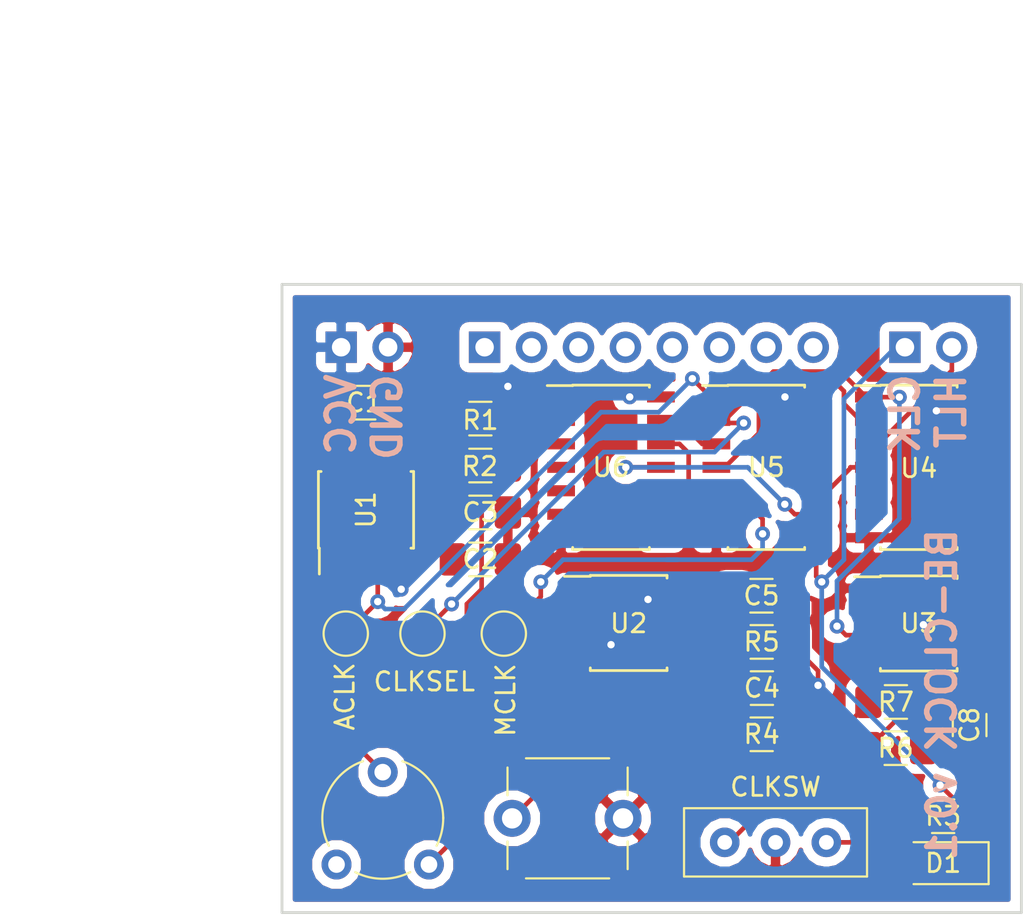
<source format=kicad_pcb>
(kicad_pcb (version 20171130) (host pcbnew "(5.0.0-3-g5ebb6b6)")

  (general
    (thickness 1.6)
    (drawings 11)
    (tracks 208)
    (zones 0)
    (modules 29)
    (nets 34)
  )

  (page A4)
  (layers
    (0 F.Cu power)
    (31 B.Cu power)
    (32 B.Adhes user)
    (33 F.Adhes user)
    (34 B.Paste user)
    (35 F.Paste user)
    (36 B.SilkS user)
    (37 F.SilkS user)
    (38 B.Mask user)
    (39 F.Mask user)
    (40 Dwgs.User user)
    (41 Cmts.User user)
    (42 Eco1.User user)
    (43 Eco2.User user)
    (44 Edge.Cuts user)
    (45 Margin user)
    (46 B.CrtYd user)
    (47 F.CrtYd user)
    (48 B.Fab user)
    (49 F.Fab user)
  )

  (setup
    (last_trace_width 0.25)
    (trace_clearance 0.3)
    (zone_clearance 0.508)
    (zone_45_only no)
    (trace_min 0.2)
    (segment_width 0.2)
    (edge_width 0.15)
    (via_size 0.8)
    (via_drill 0.4)
    (via_min_size 0.5)
    (via_min_drill 0.3)
    (uvia_size 0.3)
    (uvia_drill 0.1)
    (uvias_allowed no)
    (uvia_min_size 0.2)
    (uvia_min_drill 0.1)
    (pcb_text_width 0.3)
    (pcb_text_size 1.5 1.5)
    (mod_edge_width 0.15)
    (mod_text_size 1 1)
    (mod_text_width 0.15)
    (pad_size 1.35 1.35)
    (pad_drill 0.8)
    (pad_to_mask_clearance 0.2)
    (aux_axis_origin 0 0)
    (visible_elements FFFFFF7F)
    (pcbplotparams
      (layerselection 0x010fc_ffffffff)
      (usegerberextensions true)
      (usegerberattributes false)
      (usegerberadvancedattributes false)
      (creategerberjobfile false)
      (excludeedgelayer true)
      (linewidth 0.100000)
      (plotframeref false)
      (viasonmask false)
      (mode 1)
      (useauxorigin false)
      (hpglpennumber 1)
      (hpglpenspeed 20)
      (hpglpendiameter 15.000000)
      (psnegative false)
      (psa4output false)
      (plotreference true)
      (plotvalue true)
      (plotinvisibletext false)
      (padsonsilk false)
      (subtractmaskfromsilk false)
      (outputformat 1)
      (mirror false)
      (drillshape 0)
      (scaleselection 1)
      (outputdirectory "output/"))
  )

  (net 0 "")
  (net 1 GND)
  (net 2 "Net-(C2-Pad1)")
  (net 3 "Net-(C3-Pad1)")
  (net 4 "Net-(D1-Pad2)")
  (net 5 "Net-(R1-Pad2)")
  (net 6 "Net-(R2-Pad1)")
  (net 7 /ACLK)
  (net 8 "Net-(RV1-Pad3)")
  (net 9 "Net-(C4-Pad1)")
  (net 10 "Net-(C5-Pad2)")
  (net 11 /MCLK)
  (net 12 "Net-(R4-Pad1)")
  (net 13 "Net-(C8-Pad1)")
  (net 14 /CLKSEL)
  (net 15 /CS_TR)
  (net 16 /CS_R)
  (net 17 "Net-(U3-Pad7)")
  (net 18 /CLK)
  (net 19 "Net-(U4-Pad2)")
  (net 20 "Net-(U4-Pad4)")
  (net 21 "Net-(U5-Pad9)")
  (net 22 "Net-(U5-Pad6)")
  (net 23 "Net-(U5-Pad3)")
  (net 24 VCC)
  (net 25 /HLT)
  (net 26 "Net-(J6-Pad1)")
  (net 27 "Net-(J6-Pad2)")
  (net 28 "Net-(J6-Pad3)")
  (net 29 "Net-(J6-Pad4)")
  (net 30 "Net-(J6-Pad5)")
  (net 31 "Net-(J6-Pad6)")
  (net 32 "Net-(J6-Pad7)")
  (net 33 "Net-(J6-Pad8)")

  (net_class Default "This is the default net class."
    (clearance 0.3)
    (trace_width 0.25)
    (via_dia 0.8)
    (via_drill 0.4)
    (uvia_dia 0.3)
    (uvia_drill 0.1)
    (add_net /ACLK)
    (add_net /CLK)
    (add_net /CLKSEL)
    (add_net /CS_R)
    (add_net /CS_TR)
    (add_net /HLT)
    (add_net /MCLK)
    (add_net GND)
    (add_net "Net-(C2-Pad1)")
    (add_net "Net-(C3-Pad1)")
    (add_net "Net-(C4-Pad1)")
    (add_net "Net-(C5-Pad2)")
    (add_net "Net-(C8-Pad1)")
    (add_net "Net-(D1-Pad2)")
    (add_net "Net-(J6-Pad1)")
    (add_net "Net-(J6-Pad2)")
    (add_net "Net-(J6-Pad3)")
    (add_net "Net-(J6-Pad4)")
    (add_net "Net-(J6-Pad5)")
    (add_net "Net-(J6-Pad6)")
    (add_net "Net-(J6-Pad7)")
    (add_net "Net-(J6-Pad8)")
    (add_net "Net-(R1-Pad2)")
    (add_net "Net-(R2-Pad1)")
    (add_net "Net-(R4-Pad1)")
    (add_net "Net-(RV1-Pad3)")
    (add_net "Net-(U3-Pad7)")
    (add_net "Net-(U4-Pad2)")
    (add_net "Net-(U4-Pad4)")
    (add_net "Net-(U5-Pad3)")
    (add_net "Net-(U5-Pad6)")
    (add_net "Net-(U5-Pad9)")
    (add_net VCC)
  )

  (module be-clock:PinHeader_1x08_P2.54mm_Horizontal (layer F.Cu) (tedit 5B6339E9) (tstamp 5B644F00)
    (at 149.76 64.2 90)
    (descr "Through hole angled pin header, 1x08, 2.54mm pitch, 6mm pin length, single row")
    (tags "Through hole angled pin header THT 1x08 2.54mm single row")
    (path /5B6FE50F)
    (fp_text reference J6 (at 4.385 -2.27 90) (layer F.SilkS) hide
      (effects (font (size 1 1) (thickness 0.15)))
    )
    (fp_text value Bus (at 4.385 20.05 90) (layer F.Fab)
      (effects (font (size 1 1) (thickness 0.15)))
    )
    (fp_line (start 10.55 -1.8) (end -1.8 -1.8) (layer F.CrtYd) (width 0.05))
    (fp_line (start 10.55 19.55) (end 10.55 -1.8) (layer F.CrtYd) (width 0.05))
    (fp_line (start -1.8 19.55) (end 10.55 19.55) (layer F.CrtYd) (width 0.05))
    (fp_line (start -1.8 -1.8) (end -1.8 19.55) (layer F.CrtYd) (width 0.05))
    (fp_line (start 1.44 16.51) (end 4.1 16.51) (layer F.Fab) (width 0.12))
    (fp_line (start 1.44 13.97) (end 4.1 13.97) (layer F.Fab) (width 0.12))
    (fp_line (start 1.44 11.43) (end 4.1 11.43) (layer F.Fab) (width 0.12))
    (fp_line (start 1.44 8.89) (end 4.1 8.89) (layer F.Fab) (width 0.12))
    (fp_line (start 1.44 6.35) (end 4.1 6.35) (layer F.Fab) (width 0.12))
    (fp_line (start 1.44 3.81) (end 4.1 3.81) (layer F.Fab) (width 0.12))
    (fp_line (start 1.44 1.27) (end 4.1 1.27) (layer F.Fab) (width 0.12))
    (fp_line (start 4.04 18.1) (end 10.04 18.1) (layer F.Fab) (width 0.1))
    (fp_line (start 10.04 17.46) (end 10.04 18.1) (layer F.Fab) (width 0.1))
    (fp_line (start 4.04 17.46) (end 10.04 17.46) (layer F.Fab) (width 0.1))
    (fp_line (start -0.32 18.1) (end 1.5 18.1) (layer F.Fab) (width 0.1))
    (fp_line (start -0.32 17.46) (end -0.32 18.1) (layer F.Fab) (width 0.1))
    (fp_line (start -0.32 17.46) (end 1.5 17.46) (layer F.Fab) (width 0.1))
    (fp_line (start 4.04 15.56) (end 10.04 15.56) (layer F.Fab) (width 0.1))
    (fp_line (start 10.04 14.92) (end 10.04 15.56) (layer F.Fab) (width 0.1))
    (fp_line (start 4.04 14.92) (end 10.04 14.92) (layer F.Fab) (width 0.1))
    (fp_line (start -0.32 15.56) (end 1.5 15.56) (layer F.Fab) (width 0.1))
    (fp_line (start -0.32 14.92) (end -0.32 15.56) (layer F.Fab) (width 0.1))
    (fp_line (start -0.32 14.92) (end 1.5 14.92) (layer F.Fab) (width 0.1))
    (fp_line (start 4.04 13.02) (end 10.04 13.02) (layer F.Fab) (width 0.1))
    (fp_line (start 10.04 12.38) (end 10.04 13.02) (layer F.Fab) (width 0.1))
    (fp_line (start 4.04 12.38) (end 10.04 12.38) (layer F.Fab) (width 0.1))
    (fp_line (start -0.32 13.02) (end 1.5 13.02) (layer F.Fab) (width 0.1))
    (fp_line (start -0.32 12.38) (end -0.32 13.02) (layer F.Fab) (width 0.1))
    (fp_line (start -0.32 12.38) (end 1.5 12.38) (layer F.Fab) (width 0.1))
    (fp_line (start 4.04 10.48) (end 10.04 10.48) (layer F.Fab) (width 0.1))
    (fp_line (start 10.04 9.84) (end 10.04 10.48) (layer F.Fab) (width 0.1))
    (fp_line (start 4.04 9.84) (end 10.04 9.84) (layer F.Fab) (width 0.1))
    (fp_line (start -0.32 10.48) (end 1.5 10.48) (layer F.Fab) (width 0.1))
    (fp_line (start -0.32 9.84) (end -0.32 10.48) (layer F.Fab) (width 0.1))
    (fp_line (start -0.32 9.84) (end 1.5 9.84) (layer F.Fab) (width 0.1))
    (fp_line (start 4.04 7.94) (end 10.04 7.94) (layer F.Fab) (width 0.1))
    (fp_line (start 10.04 7.3) (end 10.04 7.94) (layer F.Fab) (width 0.1))
    (fp_line (start 4.04 7.3) (end 10.04 7.3) (layer F.Fab) (width 0.1))
    (fp_line (start -0.32 7.94) (end 1.5 7.94) (layer F.Fab) (width 0.1))
    (fp_line (start -0.32 7.3) (end -0.32 7.94) (layer F.Fab) (width 0.1))
    (fp_line (start -0.32 7.3) (end 1.5 7.3) (layer F.Fab) (width 0.1))
    (fp_line (start 4.04 5.4) (end 10.04 5.4) (layer F.Fab) (width 0.1))
    (fp_line (start 10.04 4.76) (end 10.04 5.4) (layer F.Fab) (width 0.1))
    (fp_line (start 4.04 4.76) (end 10.04 4.76) (layer F.Fab) (width 0.1))
    (fp_line (start -0.32 5.4) (end 1.5 5.4) (layer F.Fab) (width 0.1))
    (fp_line (start -0.32 4.76) (end -0.32 5.4) (layer F.Fab) (width 0.1))
    (fp_line (start -0.32 4.76) (end 1.5 4.76) (layer F.Fab) (width 0.1))
    (fp_line (start 4.04 2.86) (end 10.04 2.86) (layer F.Fab) (width 0.1))
    (fp_line (start 10.04 2.22) (end 10.04 2.86) (layer F.Fab) (width 0.1))
    (fp_line (start 4.04 2.22) (end 10.04 2.22) (layer F.Fab) (width 0.1))
    (fp_line (start -0.32 2.86) (end 1.5 2.86) (layer F.Fab) (width 0.1))
    (fp_line (start -0.32 2.22) (end -0.32 2.86) (layer F.Fab) (width 0.1))
    (fp_line (start -0.32 2.22) (end 1.5 2.22) (layer F.Fab) (width 0.1))
    (fp_line (start 4.04 0.32) (end 10.04 0.32) (layer F.Fab) (width 0.1))
    (fp_line (start 10.04 -0.32) (end 10.04 0.32) (layer F.Fab) (width 0.1))
    (fp_line (start 4.04 -0.32) (end 10.04 -0.32) (layer F.Fab) (width 0.1))
    (fp_line (start -0.32 0.32) (end 1.5 0.32) (layer F.Fab) (width 0.1))
    (fp_line (start -0.32 -0.32) (end -0.32 0.32) (layer F.Fab) (width 0.1))
    (fp_line (start -0.32 -0.32) (end 1.5 -0.32) (layer F.Fab) (width 0.1))
    (fp_line (start 1.5 -0.635) (end 2.135 -1.27) (layer F.Fab) (width 0.1))
    (fp_line (start 1.5 19.05) (end 1.5 -0.635) (layer F.Fab) (width 0.1))
    (fp_line (start 4.04 19.05) (end 1.5 19.05) (layer F.Fab) (width 0.1))
    (fp_line (start 4.04 -1.27) (end 4.04 19.05) (layer F.Fab) (width 0.1))
    (fp_line (start 2.135 -1.27) (end 4.04 -1.27) (layer F.Fab) (width 0.1))
    (pad 8 thru_hole oval (at 0 17.78 90) (size 1.7 1.7) (drill 1) (layers *.Cu *.Mask)
      (net 33 "Net-(J6-Pad8)"))
    (pad 7 thru_hole oval (at 0 15.24 90) (size 1.7 1.7) (drill 1) (layers *.Cu *.Mask)
      (net 32 "Net-(J6-Pad7)"))
    (pad 6 thru_hole oval (at 0 12.7 90) (size 1.7 1.7) (drill 1) (layers *.Cu *.Mask)
      (net 31 "Net-(J6-Pad6)"))
    (pad 5 thru_hole oval (at 0 10.16 90) (size 1.7 1.7) (drill 1) (layers *.Cu *.Mask)
      (net 30 "Net-(J6-Pad5)"))
    (pad 4 thru_hole oval (at 0 7.62 90) (size 1.7 1.7) (drill 1) (layers *.Cu *.Mask)
      (net 29 "Net-(J6-Pad4)"))
    (pad 3 thru_hole oval (at 0 5.08 90) (size 1.7 1.7) (drill 1) (layers *.Cu *.Mask)
      (net 28 "Net-(J6-Pad3)"))
    (pad 2 thru_hole oval (at 0 2.54 90) (size 1.7 1.7) (drill 1) (layers *.Cu *.Mask)
      (net 27 "Net-(J6-Pad2)"))
    (pad 1 thru_hole rect (at 0 0 90) (size 1.7 1.7) (drill 1) (layers *.Cu *.Mask)
      (net 26 "Net-(J6-Pad1)"))
    (model ${KISYS3DMOD}/Connector_PinHeader_2.54mm.3dshapes/PinHeader_1x08_P2.54mm_Horizontal.wrl
      (at (xyz 0 0 0))
      (scale (xyz 1 1 1))
      (rotate (xyz 0 0 0))
    )
  )

  (module Capacitor_SMD:C_1206_3216Metric_Pad1.42x1.75mm_HandSolder (layer F.Cu) (tedit 5B61F973) (tstamp 5B6354EF)
    (at 143.25 67.2 180)
    (descr "Capacitor SMD 1206 (3216 Metric), square (rectangular) end terminal, IPC_7351 nominal with elongated pad for handsoldering. (Body size source: http://www.tortai-tech.com/upload/download/2011102023233369053.pdf), generated with kicad-footprint-generator")
    (tags "capacitor handsolder")
    (path /5B563667)
    (attr smd)
    (fp_text reference C1 (at 0 0 180) (layer F.SilkS)
      (effects (font (size 1 1) (thickness 0.15)))
    )
    (fp_text value 0.1u (at 0.05 0 180) (layer F.Fab)
      (effects (font (size 1 1) (thickness 0.15)))
    )
    (fp_line (start -1.6 0.8) (end -1.6 -0.8) (layer F.Fab) (width 0.1))
    (fp_line (start -1.6 -0.8) (end 1.6 -0.8) (layer F.Fab) (width 0.1))
    (fp_line (start 1.6 -0.8) (end 1.6 0.8) (layer F.Fab) (width 0.1))
    (fp_line (start 1.6 0.8) (end -1.6 0.8) (layer F.Fab) (width 0.1))
    (fp_line (start -0.602064 -0.91) (end 0.602064 -0.91) (layer F.SilkS) (width 0.12))
    (fp_line (start -0.602064 0.91) (end 0.602064 0.91) (layer F.SilkS) (width 0.12))
    (fp_line (start -2.45 1.12) (end -2.45 -1.12) (layer F.CrtYd) (width 0.05))
    (fp_line (start -2.45 -1.12) (end 2.45 -1.12) (layer F.CrtYd) (width 0.05))
    (fp_line (start 2.45 -1.12) (end 2.45 1.12) (layer F.CrtYd) (width 0.05))
    (fp_line (start 2.45 1.12) (end -2.45 1.12) (layer F.CrtYd) (width 0.05))
    (fp_text user %R (at 0 0 180) (layer F.Fab) hide
      (effects (font (size 0.8 0.8) (thickness 0.12)))
    )
    (pad 1 smd roundrect (at -1.4875 0 180) (size 1.425 1.75) (layers F.Cu F.Paste F.Mask) (roundrect_rratio 0.175439)
      (net 1 GND))
    (pad 2 smd roundrect (at 1.4875 0 180) (size 1.425 1.75) (layers F.Cu F.Paste F.Mask) (roundrect_rratio 0.175439)
      (net 24 VCC))
    (model ${KISYS3DMOD}/Capacitor_SMD.3dshapes/C_1206_3216Metric.wrl
      (at (xyz 0 0 0))
      (scale (xyz 1 1 1))
      (rotate (xyz 0 0 0))
    )
  )

  (module Capacitor_SMD:C_1206_3216Metric_Pad1.42x1.75mm_HandSolder (layer F.Cu) (tedit 5B61F939) (tstamp 5B6355C4)
    (at 149.5325 75.683)
    (descr "Capacitor SMD 1206 (3216 Metric), square (rectangular) end terminal, IPC_7351 nominal with elongated pad for handsoldering. (Body size source: http://www.tortai-tech.com/upload/download/2011102023233369053.pdf), generated with kicad-footprint-generator")
    (tags "capacitor handsolder")
    (path /5B562DCD)
    (attr smd)
    (fp_text reference C2 (at 0 0) (layer F.SilkS)
      (effects (font (size 1 1) (thickness 0.15)))
    )
    (fp_text value 1u (at -0.1325 0.017) (layer F.Fab)
      (effects (font (size 1 1) (thickness 0.15)))
    )
    (fp_text user %R (at 0 0) (layer F.Fab) hide
      (effects (font (size 0.8 0.8) (thickness 0.12)))
    )
    (fp_line (start 2.45 1.12) (end -2.45 1.12) (layer F.CrtYd) (width 0.05))
    (fp_line (start 2.45 -1.12) (end 2.45 1.12) (layer F.CrtYd) (width 0.05))
    (fp_line (start -2.45 -1.12) (end 2.45 -1.12) (layer F.CrtYd) (width 0.05))
    (fp_line (start -2.45 1.12) (end -2.45 -1.12) (layer F.CrtYd) (width 0.05))
    (fp_line (start -0.602064 0.91) (end 0.602064 0.91) (layer F.SilkS) (width 0.12))
    (fp_line (start -0.602064 -0.91) (end 0.602064 -0.91) (layer F.SilkS) (width 0.12))
    (fp_line (start 1.6 0.8) (end -1.6 0.8) (layer F.Fab) (width 0.1))
    (fp_line (start 1.6 -0.8) (end 1.6 0.8) (layer F.Fab) (width 0.1))
    (fp_line (start -1.6 -0.8) (end 1.6 -0.8) (layer F.Fab) (width 0.1))
    (fp_line (start -1.6 0.8) (end -1.6 -0.8) (layer F.Fab) (width 0.1))
    (pad 2 smd roundrect (at 1.4875 0) (size 1.425 1.75) (layers F.Cu F.Paste F.Mask) (roundrect_rratio 0.175439)
      (net 1 GND))
    (pad 1 smd roundrect (at -1.4875 0) (size 1.425 1.75) (layers F.Cu F.Paste F.Mask) (roundrect_rratio 0.175439)
      (net 2 "Net-(C2-Pad1)"))
    (model ${KISYS3DMOD}/Capacitor_SMD.3dshapes/C_1206_3216Metric.wrl
      (at (xyz 0 0 0))
      (scale (xyz 1 1 1))
      (rotate (xyz 0 0 0))
    )
  )

  (module Capacitor_SMD:C_1206_3216Metric_Pad1.42x1.75mm_HandSolder (layer F.Cu) (tedit 5B61F93E) (tstamp 5B6355F4)
    (at 149.5325 73.143)
    (descr "Capacitor SMD 1206 (3216 Metric), square (rectangular) end terminal, IPC_7351 nominal with elongated pad for handsoldering. (Body size source: http://www.tortai-tech.com/upload/download/2011102023233369053.pdf), generated with kicad-footprint-generator")
    (tags "capacitor handsolder")
    (path /5B56263C)
    (attr smd)
    (fp_text reference C3 (at 0 0) (layer F.SilkS)
      (effects (font (size 1 1) (thickness 0.15)))
    )
    (fp_text value 0.01u (at 0.0675 0.157) (layer F.Fab)
      (effects (font (size 1 1) (thickness 0.15)))
    )
    (fp_line (start -1.6 0.8) (end -1.6 -0.8) (layer F.Fab) (width 0.1))
    (fp_line (start -1.6 -0.8) (end 1.6 -0.8) (layer F.Fab) (width 0.1))
    (fp_line (start 1.6 -0.8) (end 1.6 0.8) (layer F.Fab) (width 0.1))
    (fp_line (start 1.6 0.8) (end -1.6 0.8) (layer F.Fab) (width 0.1))
    (fp_line (start -0.602064 -0.91) (end 0.602064 -0.91) (layer F.SilkS) (width 0.12))
    (fp_line (start -0.602064 0.91) (end 0.602064 0.91) (layer F.SilkS) (width 0.12))
    (fp_line (start -2.45 1.12) (end -2.45 -1.12) (layer F.CrtYd) (width 0.05))
    (fp_line (start -2.45 -1.12) (end 2.45 -1.12) (layer F.CrtYd) (width 0.05))
    (fp_line (start 2.45 -1.12) (end 2.45 1.12) (layer F.CrtYd) (width 0.05))
    (fp_line (start 2.45 1.12) (end -2.45 1.12) (layer F.CrtYd) (width 0.05))
    (fp_text user %R (at 0 0) (layer F.Fab) hide
      (effects (font (size 0.8 0.8) (thickness 0.12)))
    )
    (pad 1 smd roundrect (at -1.4875 0) (size 1.425 1.75) (layers F.Cu F.Paste F.Mask) (roundrect_rratio 0.175439)
      (net 3 "Net-(C3-Pad1)"))
    (pad 2 smd roundrect (at 1.4875 0) (size 1.425 1.75) (layers F.Cu F.Paste F.Mask) (roundrect_rratio 0.175439)
      (net 1 GND))
    (model ${KISYS3DMOD}/Capacitor_SMD.3dshapes/C_1206_3216Metric.wrl
      (at (xyz 0 0 0))
      (scale (xyz 1 1 1))
      (rotate (xyz 0 0 0))
    )
  )

  (module LED_SMD:LED_1206_3216Metric_Pad1.42x1.75mm_HandSolder (layer F.Cu) (tedit 5B61F92C) (tstamp 5B635626)
    (at 174.5675 92.125 180)
    (descr "LED SMD 1206 (3216 Metric), square (rectangular) end terminal, IPC_7351 nominal, (Body size source: http://www.tortai-tech.com/upload/download/2011102023233369053.pdf), generated with kicad-footprint-generator")
    (tags "LED handsolder")
    (path /5B561C64)
    (attr smd)
    (fp_text reference D1 (at 0 0 180) (layer F.SilkS)
      (effects (font (size 1 1) (thickness 0.15)))
    )
    (fp_text value LED (at -0.0325 0.025 180) (layer F.Fab)
      (effects (font (size 1 1) (thickness 0.15)))
    )
    (fp_line (start 1.6 -0.8) (end -1.2 -0.8) (layer F.Fab) (width 0.1))
    (fp_line (start -1.2 -0.8) (end -1.6 -0.4) (layer F.Fab) (width 0.1))
    (fp_line (start -1.6 -0.4) (end -1.6 0.8) (layer F.Fab) (width 0.1))
    (fp_line (start -1.6 0.8) (end 1.6 0.8) (layer F.Fab) (width 0.1))
    (fp_line (start 1.6 0.8) (end 1.6 -0.8) (layer F.Fab) (width 0.1))
    (fp_line (start 1.6 -1.135) (end -2.46 -1.135) (layer F.SilkS) (width 0.12))
    (fp_line (start -2.46 -1.135) (end -2.46 1.135) (layer F.SilkS) (width 0.12))
    (fp_line (start -2.46 1.135) (end 1.6 1.135) (layer F.SilkS) (width 0.12))
    (fp_line (start -2.45 1.12) (end -2.45 -1.12) (layer F.CrtYd) (width 0.05))
    (fp_line (start -2.45 -1.12) (end 2.45 -1.12) (layer F.CrtYd) (width 0.05))
    (fp_line (start 2.45 -1.12) (end 2.45 1.12) (layer F.CrtYd) (width 0.05))
    (fp_line (start 2.45 1.12) (end -2.45 1.12) (layer F.CrtYd) (width 0.05))
    (fp_text user %R (at 0 0 180) (layer F.Fab) hide
      (effects (font (size 0.8 0.8) (thickness 0.12)))
    )
    (pad 1 smd roundrect (at -1.4875 0 180) (size 1.425 1.75) (layers F.Cu F.Paste F.Mask) (roundrect_rratio 0.175439)
      (net 1 GND))
    (pad 2 smd roundrect (at 1.4875 0 180) (size 1.425 1.75) (layers F.Cu F.Paste F.Mask) (roundrect_rratio 0.175439)
      (net 4 "Net-(D1-Pad2)"))
    (model ${KISYS3DMOD}/LED_SMD.3dshapes/LED_1206_3216Metric.wrl
      (at (xyz 0 0 0))
      (scale (xyz 1 1 1))
      (rotate (xyz 0 0 0))
    )
  )

  (module Resistor_SMD:R_1206_3216Metric_Pad1.42x1.75mm_HandSolder (layer F.Cu) (tedit 5B61F947) (tstamp 5B6356D2)
    (at 149.5325 68.063 180)
    (descr "Resistor SMD 1206 (3216 Metric), square (rectangular) end terminal, IPC_7351 nominal with elongated pad for handsoldering. (Body size source: http://www.tortai-tech.com/upload/download/2011102023233369053.pdf), generated with kicad-footprint-generator")
    (tags "resistor handsolder")
    (path /5B563244)
    (attr smd)
    (fp_text reference R1 (at 0 -0.087 180) (layer F.SilkS)
      (effects (font (size 1 1) (thickness 0.15)))
    )
    (fp_text value 1k (at -0.0675 -0.037 180) (layer F.Fab)
      (effects (font (size 1 1) (thickness 0.15)))
    )
    (fp_text user %R (at 0 0 180) (layer F.Fab) hide
      (effects (font (size 0.8 0.8) (thickness 0.12)))
    )
    (fp_line (start 2.45 1.12) (end -2.45 1.12) (layer F.CrtYd) (width 0.05))
    (fp_line (start 2.45 -1.12) (end 2.45 1.12) (layer F.CrtYd) (width 0.05))
    (fp_line (start -2.45 -1.12) (end 2.45 -1.12) (layer F.CrtYd) (width 0.05))
    (fp_line (start -2.45 1.12) (end -2.45 -1.12) (layer F.CrtYd) (width 0.05))
    (fp_line (start -0.602064 0.91) (end 0.602064 0.91) (layer F.SilkS) (width 0.12))
    (fp_line (start -0.602064 -0.91) (end 0.602064 -0.91) (layer F.SilkS) (width 0.12))
    (fp_line (start 1.6 0.8) (end -1.6 0.8) (layer F.Fab) (width 0.1))
    (fp_line (start 1.6 -0.8) (end 1.6 0.8) (layer F.Fab) (width 0.1))
    (fp_line (start -1.6 -0.8) (end 1.6 -0.8) (layer F.Fab) (width 0.1))
    (fp_line (start -1.6 0.8) (end -1.6 -0.8) (layer F.Fab) (width 0.1))
    (pad 2 smd roundrect (at 1.4875 0 180) (size 1.425 1.75) (layers F.Cu F.Paste F.Mask) (roundrect_rratio 0.175439)
      (net 5 "Net-(R1-Pad2)"))
    (pad 1 smd roundrect (at -1.4875 0 180) (size 1.425 1.75) (layers F.Cu F.Paste F.Mask) (roundrect_rratio 0.175439)
      (net 24 VCC))
    (model ${KISYS3DMOD}/Resistor_SMD.3dshapes/R_1206_3216Metric.wrl
      (at (xyz 0 0 0))
      (scale (xyz 1 1 1))
      (rotate (xyz 0 0 0))
    )
  )

  (module Resistor_SMD:R_1206_3216Metric_Pad1.42x1.75mm_HandSolder (layer F.Cu) (tedit 5B61F942) (tstamp 5B6357E0)
    (at 149.5325 70.603 180)
    (descr "Resistor SMD 1206 (3216 Metric), square (rectangular) end terminal, IPC_7351 nominal with elongated pad for handsoldering. (Body size source: http://www.tortai-tech.com/upload/download/2011102023233369053.pdf), generated with kicad-footprint-generator")
    (tags "resistor handsolder")
    (path /5B564121)
    (attr smd)
    (fp_text reference R2 (at 0.0325 -0.047 180) (layer F.SilkS)
      (effects (font (size 1 1) (thickness 0.15)))
    )
    (fp_text value 1k (at 0.1325 0.103 180) (layer F.Fab)
      (effects (font (size 1 1) (thickness 0.15)))
    )
    (fp_line (start -1.6 0.8) (end -1.6 -0.8) (layer F.Fab) (width 0.1))
    (fp_line (start -1.6 -0.8) (end 1.6 -0.8) (layer F.Fab) (width 0.1))
    (fp_line (start 1.6 -0.8) (end 1.6 0.8) (layer F.Fab) (width 0.1))
    (fp_line (start 1.6 0.8) (end -1.6 0.8) (layer F.Fab) (width 0.1))
    (fp_line (start -0.602064 -0.91) (end 0.602064 -0.91) (layer F.SilkS) (width 0.12))
    (fp_line (start -0.602064 0.91) (end 0.602064 0.91) (layer F.SilkS) (width 0.12))
    (fp_line (start -2.45 1.12) (end -2.45 -1.12) (layer F.CrtYd) (width 0.05))
    (fp_line (start -2.45 -1.12) (end 2.45 -1.12) (layer F.CrtYd) (width 0.05))
    (fp_line (start 2.45 -1.12) (end 2.45 1.12) (layer F.CrtYd) (width 0.05))
    (fp_line (start 2.45 1.12) (end -2.45 1.12) (layer F.CrtYd) (width 0.05))
    (fp_text user %R (at 0 0 180) (layer F.Fab) hide
      (effects (font (size 0.8 0.8) (thickness 0.12)))
    )
    (pad 1 smd roundrect (at -1.4875 0 180) (size 1.425 1.75) (layers F.Cu F.Paste F.Mask) (roundrect_rratio 0.175439)
      (net 6 "Net-(R2-Pad1)"))
    (pad 2 smd roundrect (at 1.4875 0 180) (size 1.425 1.75) (layers F.Cu F.Paste F.Mask) (roundrect_rratio 0.175439)
      (net 5 "Net-(R1-Pad2)"))
    (model ${KISYS3DMOD}/Resistor_SMD.3dshapes/R_1206_3216Metric.wrl
      (at (xyz 0 0 0))
      (scale (xyz 1 1 1))
      (rotate (xyz 0 0 0))
    )
  )

  (module Resistor_SMD:R_1206_3216Metric_Pad1.42x1.75mm_HandSolder (layer F.Cu) (tedit 5B61F928) (tstamp 5B635996)
    (at 174.5675 89.585)
    (descr "Resistor SMD 1206 (3216 Metric), square (rectangular) end terminal, IPC_7351 nominal with elongated pad for handsoldering. (Body size source: http://www.tortai-tech.com/upload/download/2011102023233369053.pdf), generated with kicad-footprint-generator")
    (tags "resistor handsolder")
    (path /5B561E96)
    (attr smd)
    (fp_text reference R3 (at 0 0) (layer F.SilkS)
      (effects (font (size 1 1) (thickness 0.15)))
    )
    (fp_text value 330 (at 0.0325 0.115) (layer F.Fab)
      (effects (font (size 1 1) (thickness 0.15)))
    )
    (fp_line (start -1.6 0.8) (end -1.6 -0.8) (layer F.Fab) (width 0.1))
    (fp_line (start -1.6 -0.8) (end 1.6 -0.8) (layer F.Fab) (width 0.1))
    (fp_line (start 1.6 -0.8) (end 1.6 0.8) (layer F.Fab) (width 0.1))
    (fp_line (start 1.6 0.8) (end -1.6 0.8) (layer F.Fab) (width 0.1))
    (fp_line (start -0.602064 -0.91) (end 0.602064 -0.91) (layer F.SilkS) (width 0.12))
    (fp_line (start -0.602064 0.91) (end 0.602064 0.91) (layer F.SilkS) (width 0.12))
    (fp_line (start -2.45 1.12) (end -2.45 -1.12) (layer F.CrtYd) (width 0.05))
    (fp_line (start -2.45 -1.12) (end 2.45 -1.12) (layer F.CrtYd) (width 0.05))
    (fp_line (start 2.45 -1.12) (end 2.45 1.12) (layer F.CrtYd) (width 0.05))
    (fp_line (start 2.45 1.12) (end -2.45 1.12) (layer F.CrtYd) (width 0.05))
    (fp_text user %R (at 0 0) (layer F.Fab) hide
      (effects (font (size 0.8 0.8) (thickness 0.12)))
    )
    (pad 1 smd roundrect (at -1.4875 0) (size 1.425 1.75) (layers F.Cu F.Paste F.Mask) (roundrect_rratio 0.175439)
      (net 4 "Net-(D1-Pad2)"))
    (pad 2 smd roundrect (at 1.4875 0) (size 1.425 1.75) (layers F.Cu F.Paste F.Mask) (roundrect_rratio 0.175439)
      (net 18 /CLK))
    (model ${KISYS3DMOD}/Resistor_SMD.3dshapes/R_1206_3216Metric.wrl
      (at (xyz 0 0 0))
      (scale (xyz 1 1 1))
      (rotate (xyz 0 0 0))
    )
  )

  (module Potentiometer_THT:Potentiometer_Piher_PT-6-V_Vertical (layer F.Cu) (tedit 5B6334DF) (tstamp 5B63568B)
    (at 146.75 92.2 90)
    (descr "Potentiometer, vertical, Piher PT-6-V, http://www.piher-nacesa.com/pdf/11-PT6v03.pdf")
    (tags "Potentiometer vertical Piher PT-6-V")
    (path /5B564794)
    (fp_text reference RV1 (at 1.7 -2.46 90) (layer F.SilkS) hide
      (effects (font (size 1 1) (thickness 0.15)))
    )
    (fp_text value 1M (at 2.54 -0.555 90) (layer F.Fab)
      (effects (font (size 1 1) (thickness 0.15)))
    )
    (fp_arc (start 2.5 -2.5) (end 2.5 0.77) (angle -71) (layer F.SilkS) (width 0.12))
    (fp_arc (start 2.5 -2.5) (end 5.592 -3.564) (angle -98) (layer F.SilkS) (width 0.12))
    (fp_arc (start 2.5 -2.5) (end -0.414 -3.984) (angle -54) (layer F.SilkS) (width 0.12))
    (fp_arc (start 2.5 -2.5) (end 1.015 0.414) (angle -28) (layer F.SilkS) (width 0.12))
    (fp_circle (center 2.5 -2.5) (end 5.65 -2.5) (layer F.Fab) (width 0.1))
    (fp_circle (center 2.5 -2.5) (end 3.4 -2.5) (layer F.Fab) (width 0.1))
    (fp_line (start -1.1 -6.1) (end -1.1 1.1) (layer F.CrtYd) (width 0.05))
    (fp_line (start -1.1 1.1) (end 6.1 1.1) (layer F.CrtYd) (width 0.05))
    (fp_line (start 6.1 1.1) (end 6.1 -6.1) (layer F.CrtYd) (width 0.05))
    (fp_line (start 6.1 -6.1) (end -1.1 -6.1) (layer F.CrtYd) (width 0.05))
    (fp_text user %R (at 2.54 -2.46 270) (layer F.Fab)
      (effects (font (size 1 1) (thickness 0.15)))
    )
    (pad 3 thru_hole circle (at 0 -5 90) (size 1.62 1.62) (drill 0.9) (layers *.Cu *.Mask)
      (net 8 "Net-(RV1-Pad3)"))
    (pad 2 thru_hole circle (at 5 -2.5 90) (size 1.62 1.62) (drill 0.9) (layers *.Cu *.Mask)
      (net 2 "Net-(C2-Pad1)"))
    (pad 1 thru_hole circle (at 0 0 90) (size 1.62 1.62) (drill 0.9) (layers *.Cu *.Mask)
      (net 6 "Net-(R2-Pad1)"))
    (model ${KISYS3DMOD}/Potentiometer_THT.3dshapes/Potentiometer_Piher_PT-6-V_Vertical.wrl
      (at (xyz 0 0 0))
      (scale (xyz 1 1 1))
      (rotate (xyz 0 0 0))
    )
  )

  (module Package_SO:SOIC-8_3.9x4.9mm_P1.27mm (layer F.Cu) (tedit 5A02F2D3) (tstamp 5B635477)
    (at 143.345 73 90)
    (descr "8-Lead Plastic Small Outline (SN) - Narrow, 3.90 mm Body [SOIC] (see Microchip Packaging Specification 00000049BS.pdf)")
    (tags "SOIC 1.27")
    (path /5B5619D5)
    (attr smd)
    (fp_text reference U1 (at 0 0 90) (layer F.SilkS)
      (effects (font (size 1 1) (thickness 0.15)))
    )
    (fp_text value NE555 (at 0 1.27 90) (layer F.Fab)
      (effects (font (size 1 1) (thickness 0.15)))
    )
    (fp_text user %R (at 0 -1.27 90) (layer F.Fab)
      (effects (font (size 1 1) (thickness 0.15)))
    )
    (fp_line (start -0.95 -2.45) (end 1.95 -2.45) (layer F.Fab) (width 0.1))
    (fp_line (start 1.95 -2.45) (end 1.95 2.45) (layer F.Fab) (width 0.1))
    (fp_line (start 1.95 2.45) (end -1.95 2.45) (layer F.Fab) (width 0.1))
    (fp_line (start -1.95 2.45) (end -1.95 -1.45) (layer F.Fab) (width 0.1))
    (fp_line (start -1.95 -1.45) (end -0.95 -2.45) (layer F.Fab) (width 0.1))
    (fp_line (start -3.73 -2.7) (end -3.73 2.7) (layer F.CrtYd) (width 0.05))
    (fp_line (start 3.73 -2.7) (end 3.73 2.7) (layer F.CrtYd) (width 0.05))
    (fp_line (start -3.73 -2.7) (end 3.73 -2.7) (layer F.CrtYd) (width 0.05))
    (fp_line (start -3.73 2.7) (end 3.73 2.7) (layer F.CrtYd) (width 0.05))
    (fp_line (start -2.075 -2.575) (end -2.075 -2.525) (layer F.SilkS) (width 0.15))
    (fp_line (start 2.075 -2.575) (end 2.075 -2.43) (layer F.SilkS) (width 0.15))
    (fp_line (start 2.075 2.575) (end 2.075 2.43) (layer F.SilkS) (width 0.15))
    (fp_line (start -2.075 2.575) (end -2.075 2.43) (layer F.SilkS) (width 0.15))
    (fp_line (start -2.075 -2.575) (end 2.075 -2.575) (layer F.SilkS) (width 0.15))
    (fp_line (start -2.075 2.575) (end 2.075 2.575) (layer F.SilkS) (width 0.15))
    (fp_line (start -2.075 -2.525) (end -3.475 -2.525) (layer F.SilkS) (width 0.15))
    (pad 1 smd rect (at -2.7 -1.905 90) (size 1.55 0.6) (layers F.Cu F.Paste F.Mask)
      (net 1 GND))
    (pad 2 smd rect (at -2.7 -0.635 90) (size 1.55 0.6) (layers F.Cu F.Paste F.Mask)
      (net 2 "Net-(C2-Pad1)"))
    (pad 3 smd rect (at -2.7 0.635 90) (size 1.55 0.6) (layers F.Cu F.Paste F.Mask)
      (net 7 /ACLK))
    (pad 4 smd rect (at -2.7 1.905 90) (size 1.55 0.6) (layers F.Cu F.Paste F.Mask)
      (net 24 VCC))
    (pad 5 smd rect (at 2.7 1.905 90) (size 1.55 0.6) (layers F.Cu F.Paste F.Mask)
      (net 3 "Net-(C3-Pad1)"))
    (pad 6 smd rect (at 2.7 0.635 90) (size 1.55 0.6) (layers F.Cu F.Paste F.Mask)
      (net 2 "Net-(C2-Pad1)"))
    (pad 7 smd rect (at 2.7 -0.635 90) (size 1.55 0.6) (layers F.Cu F.Paste F.Mask)
      (net 5 "Net-(R1-Pad2)"))
    (pad 8 smd rect (at 2.7 -1.905 90) (size 1.55 0.6) (layers F.Cu F.Paste F.Mask)
      (net 24 VCC))
    (model ${KISYS3DMOD}/Package_SO.3dshapes/SOIC-8_3.9x4.9mm_P1.27mm.wrl
      (at (xyz 0 0 0))
      (scale (xyz 1 1 1))
      (rotate (xyz 0 0 0))
    )
  )

  (module TestPoint:TestPoint_Pad_D2.0mm (layer F.Cu) (tedit 5B61FBF6) (tstamp 5B63544D)
    (at 142.25 79.7 90)
    (descr "SMD pad as test Point, diameter 2.0mm")
    (tags "test point SMD pad")
    (path /5B58752C)
    (attr virtual)
    (fp_text reference J1 (at 0 -1.998 90) (layer F.SilkS) hide
      (effects (font (size 1 1) (thickness 0.15)))
    )
    (fp_text value ACLK (at -3.4 -0.05 90) (layer F.SilkS)
      (effects (font (size 1 1) (thickness 0.15)))
    )
    (fp_text user %R (at 0 -2 90) (layer F.Fab) hide
      (effects (font (size 1 1) (thickness 0.15)))
    )
    (fp_circle (center 0 0) (end 1.5 0) (layer F.CrtYd) (width 0.05))
    (fp_circle (center 0 0) (end 0 1.2) (layer F.SilkS) (width 0.12))
    (pad 1 smd circle (at 0 0 90) (size 2 2) (layers F.Cu F.Mask)
      (net 7 /ACLK))
  )

  (module Capacitor_SMD:C_1206_3216Metric_Pad1.42x1.75mm_HandSolder (layer F.Cu) (tedit 5B61F8FA) (tstamp 5B635594)
    (at 164.7625 82.65)
    (descr "Capacitor SMD 1206 (3216 Metric), square (rectangular) end terminal, IPC_7351 nominal with elongated pad for handsoldering. (Body size source: http://www.tortai-tech.com/upload/download/2011102023233369053.pdf), generated with kicad-footprint-generator")
    (tags "capacitor handsolder")
    (path /5B5A264C)
    (attr smd)
    (fp_text reference C4 (at 0 0) (layer F.SilkS)
      (effects (font (size 1 1) (thickness 0.15)))
    )
    (fp_text value 0.01u (at 0.0375 0.05) (layer F.Fab)
      (effects (font (size 1 1) (thickness 0.15)))
    )
    (fp_text user %R (at 0 0) (layer F.Fab) hide
      (effects (font (size 0.8 0.8) (thickness 0.12)))
    )
    (fp_line (start 2.45 1.12) (end -2.45 1.12) (layer F.CrtYd) (width 0.05))
    (fp_line (start 2.45 -1.12) (end 2.45 1.12) (layer F.CrtYd) (width 0.05))
    (fp_line (start -2.45 -1.12) (end 2.45 -1.12) (layer F.CrtYd) (width 0.05))
    (fp_line (start -2.45 1.12) (end -2.45 -1.12) (layer F.CrtYd) (width 0.05))
    (fp_line (start -0.602064 0.91) (end 0.602064 0.91) (layer F.SilkS) (width 0.12))
    (fp_line (start -0.602064 -0.91) (end 0.602064 -0.91) (layer F.SilkS) (width 0.12))
    (fp_line (start 1.6 0.8) (end -1.6 0.8) (layer F.Fab) (width 0.1))
    (fp_line (start 1.6 -0.8) (end 1.6 0.8) (layer F.Fab) (width 0.1))
    (fp_line (start -1.6 -0.8) (end 1.6 -0.8) (layer F.Fab) (width 0.1))
    (fp_line (start -1.6 0.8) (end -1.6 -0.8) (layer F.Fab) (width 0.1))
    (pad 2 smd roundrect (at 1.4875 0) (size 1.425 1.75) (layers F.Cu F.Paste F.Mask) (roundrect_rratio 0.175439)
      (net 1 GND))
    (pad 1 smd roundrect (at -1.4875 0) (size 1.425 1.75) (layers F.Cu F.Paste F.Mask) (roundrect_rratio 0.175439)
      (net 9 "Net-(C4-Pad1)"))
    (model ${KISYS3DMOD}/Capacitor_SMD.3dshapes/C_1206_3216Metric.wrl
      (at (xyz 0 0 0))
      (scale (xyz 1 1 1))
      (rotate (xyz 0 0 0))
    )
  )

  (module Capacitor_SMD:C_1206_3216Metric_Pad1.42x1.75mm_HandSolder (layer F.Cu) (tedit 5B61F8F0) (tstamp 5B6354BF)
    (at 164.7375 77.65 180)
    (descr "Capacitor SMD 1206 (3216 Metric), square (rectangular) end terminal, IPC_7351 nominal with elongated pad for handsoldering. (Body size source: http://www.tortai-tech.com/upload/download/2011102023233369053.pdf), generated with kicad-footprint-generator")
    (tags "capacitor handsolder")
    (path /5B58EAF7)
    (attr smd)
    (fp_text reference C5 (at 0 0 180) (layer F.SilkS)
      (effects (font (size 1 1) (thickness 0.15)))
    )
    (fp_text value 1u (at -0.0625 -0.05 180) (layer F.Fab)
      (effects (font (size 1 1) (thickness 0.15)))
    )
    (fp_line (start -1.6 0.8) (end -1.6 -0.8) (layer F.Fab) (width 0.1))
    (fp_line (start -1.6 -0.8) (end 1.6 -0.8) (layer F.Fab) (width 0.1))
    (fp_line (start 1.6 -0.8) (end 1.6 0.8) (layer F.Fab) (width 0.1))
    (fp_line (start 1.6 0.8) (end -1.6 0.8) (layer F.Fab) (width 0.1))
    (fp_line (start -0.602064 -0.91) (end 0.602064 -0.91) (layer F.SilkS) (width 0.12))
    (fp_line (start -0.602064 0.91) (end 0.602064 0.91) (layer F.SilkS) (width 0.12))
    (fp_line (start -2.45 1.12) (end -2.45 -1.12) (layer F.CrtYd) (width 0.05))
    (fp_line (start -2.45 -1.12) (end 2.45 -1.12) (layer F.CrtYd) (width 0.05))
    (fp_line (start 2.45 -1.12) (end 2.45 1.12) (layer F.CrtYd) (width 0.05))
    (fp_line (start 2.45 1.12) (end -2.45 1.12) (layer F.CrtYd) (width 0.05))
    (fp_text user %R (at 0 0 180) (layer F.Fab) hide
      (effects (font (size 0.8 0.8) (thickness 0.12)))
    )
    (pad 1 smd roundrect (at -1.4875 0 180) (size 1.425 1.75) (layers F.Cu F.Paste F.Mask) (roundrect_rratio 0.175439)
      (net 1 GND))
    (pad 2 smd roundrect (at 1.4875 0 180) (size 1.425 1.75) (layers F.Cu F.Paste F.Mask) (roundrect_rratio 0.175439)
      (net 10 "Net-(C5-Pad2)"))
    (model ${KISYS3DMOD}/Capacitor_SMD.3dshapes/C_1206_3216Metric.wrl
      (at (xyz 0 0 0))
      (scale (xyz 1 1 1))
      (rotate (xyz 0 0 0))
    )
  )

  (module TestPoint:TestPoint_Pad_D2.0mm (layer F.Cu) (tedit 5B61FB98) (tstamp 5B635516)
    (at 150.8 79.7 90)
    (descr "SMD pad as test Point, diameter 2.0mm")
    (tags "test point SMD pad")
    (path /5B589C99)
    (attr virtual)
    (fp_text reference J2 (at 0 -1.998 90) (layer F.SilkS) hide
      (effects (font (size 1 1) (thickness 0.15)))
    )
    (fp_text value MCLK (at -3.6 0.1 270) (layer F.SilkS)
      (effects (font (size 1 1) (thickness 0.15)))
    )
    (fp_text user %R (at 0 -2 90) (layer F.Fab) hide
      (effects (font (size 1 1) (thickness 0.15)))
    )
    (fp_circle (center 0 0) (end 1.5 0) (layer F.CrtYd) (width 0.05))
    (fp_circle (center 0 0) (end 0 1.2) (layer F.SilkS) (width 0.12))
    (pad 1 smd circle (at 0 0 90) (size 2 2) (layers F.Cu F.Mask)
      (net 11 /MCLK))
  )

  (module Resistor_SMD:R_1206_3216Metric_Pad1.42x1.75mm_HandSolder (layer F.Cu) (tedit 5B61F903) (tstamp 5B635534)
    (at 164.75 85.15)
    (descr "Resistor SMD 1206 (3216 Metric), square (rectangular) end terminal, IPC_7351 nominal with elongated pad for handsoldering. (Body size source: http://www.tortai-tech.com/upload/download/2011102023233369053.pdf), generated with kicad-footprint-generator")
    (tags "resistor handsolder")
    (path /5B596015)
    (attr smd)
    (fp_text reference R4 (at 0 0) (layer F.SilkS)
      (effects (font (size 1 1) (thickness 0.15)))
    )
    (fp_text value 1k (at 0.05 -0.05) (layer F.Fab)
      (effects (font (size 1 1) (thickness 0.15)))
    )
    (fp_text user %R (at 0 0) (layer F.Fab) hide
      (effects (font (size 0.8 0.8) (thickness 0.12)))
    )
    (fp_line (start 2.45 1.12) (end -2.45 1.12) (layer F.CrtYd) (width 0.05))
    (fp_line (start 2.45 -1.12) (end 2.45 1.12) (layer F.CrtYd) (width 0.05))
    (fp_line (start -2.45 -1.12) (end 2.45 -1.12) (layer F.CrtYd) (width 0.05))
    (fp_line (start -2.45 1.12) (end -2.45 -1.12) (layer F.CrtYd) (width 0.05))
    (fp_line (start -0.602064 0.91) (end 0.602064 0.91) (layer F.SilkS) (width 0.12))
    (fp_line (start -0.602064 -0.91) (end 0.602064 -0.91) (layer F.SilkS) (width 0.12))
    (fp_line (start 1.6 0.8) (end -1.6 0.8) (layer F.Fab) (width 0.1))
    (fp_line (start 1.6 -0.8) (end 1.6 0.8) (layer F.Fab) (width 0.1))
    (fp_line (start -1.6 -0.8) (end 1.6 -0.8) (layer F.Fab) (width 0.1))
    (fp_line (start -1.6 0.8) (end -1.6 -0.8) (layer F.Fab) (width 0.1))
    (pad 2 smd roundrect (at 1.4875 0) (size 1.425 1.75) (layers F.Cu F.Paste F.Mask) (roundrect_rratio 0.175439)
      (net 24 VCC))
    (pad 1 smd roundrect (at -1.4875 0) (size 1.425 1.75) (layers F.Cu F.Paste F.Mask) (roundrect_rratio 0.175439)
      (net 12 "Net-(R4-Pad1)"))
    (model ${KISYS3DMOD}/Resistor_SMD.3dshapes/R_1206_3216Metric.wrl
      (at (xyz 0 0 0))
      (scale (xyz 1 1 1))
      (rotate (xyz 0 0 0))
    )
  )

  (module Resistor_SMD:R_1206_3216Metric_Pad1.42x1.75mm_HandSolder (layer F.Cu) (tedit 5B61F8F6) (tstamp 5B6357B0)
    (at 164.75 80.15 180)
    (descr "Resistor SMD 1206 (3216 Metric), square (rectangular) end terminal, IPC_7351 nominal with elongated pad for handsoldering. (Body size source: http://www.tortai-tech.com/upload/download/2011102023233369053.pdf), generated with kicad-footprint-generator")
    (tags "resistor handsolder")
    (path /5B58DB75)
    (attr smd)
    (fp_text reference R5 (at 0 0 180) (layer F.SilkS)
      (effects (font (size 1 1) (thickness 0.15)))
    )
    (fp_text value 1k (at -0.05 0.05 180) (layer F.Fab)
      (effects (font (size 1 1) (thickness 0.15)))
    )
    (fp_line (start -1.6 0.8) (end -1.6 -0.8) (layer F.Fab) (width 0.1))
    (fp_line (start -1.6 -0.8) (end 1.6 -0.8) (layer F.Fab) (width 0.1))
    (fp_line (start 1.6 -0.8) (end 1.6 0.8) (layer F.Fab) (width 0.1))
    (fp_line (start 1.6 0.8) (end -1.6 0.8) (layer F.Fab) (width 0.1))
    (fp_line (start -0.602064 -0.91) (end 0.602064 -0.91) (layer F.SilkS) (width 0.12))
    (fp_line (start -0.602064 0.91) (end 0.602064 0.91) (layer F.SilkS) (width 0.12))
    (fp_line (start -2.45 1.12) (end -2.45 -1.12) (layer F.CrtYd) (width 0.05))
    (fp_line (start -2.45 -1.12) (end 2.45 -1.12) (layer F.CrtYd) (width 0.05))
    (fp_line (start 2.45 -1.12) (end 2.45 1.12) (layer F.CrtYd) (width 0.05))
    (fp_line (start 2.45 1.12) (end -2.45 1.12) (layer F.CrtYd) (width 0.05))
    (fp_text user %R (at 0 0 180) (layer F.Fab) hide
      (effects (font (size 0.8 0.8) (thickness 0.12)))
    )
    (pad 1 smd roundrect (at -1.4875 0 180) (size 1.425 1.75) (layers F.Cu F.Paste F.Mask) (roundrect_rratio 0.175439)
      (net 24 VCC))
    (pad 2 smd roundrect (at 1.4875 0 180) (size 1.425 1.75) (layers F.Cu F.Paste F.Mask) (roundrect_rratio 0.175439)
      (net 10 "Net-(C5-Pad2)"))
    (model ${KISYS3DMOD}/Resistor_SMD.3dshapes/R_1206_3216Metric.wrl
      (at (xyz 0 0 0))
      (scale (xyz 1 1 1))
      (rotate (xyz 0 0 0))
    )
  )

  (module Package_SO:SOIC-8_3.9x4.9mm_P1.27mm (layer F.Cu) (tedit 5A02F2D3) (tstamp 5B63570E)
    (at 157.555001 79.125001)
    (descr "8-Lead Plastic Small Outline (SN) - Narrow, 3.90 mm Body [SOIC] (see Microchip Packaging Specification 00000049BS.pdf)")
    (tags "SOIC 1.27")
    (path /5B589503)
    (attr smd)
    (fp_text reference U2 (at 0 0.024999) (layer F.SilkS)
      (effects (font (size 1 1) (thickness 0.15)))
    )
    (fp_text value NE555 (at 0 1.274999) (layer F.Fab)
      (effects (font (size 1 1) (thickness 0.15)))
    )
    (fp_text user %R (at 0 0) (layer F.Fab)
      (effects (font (size 1 1) (thickness 0.15)))
    )
    (fp_line (start -0.95 -2.45) (end 1.95 -2.45) (layer F.Fab) (width 0.1))
    (fp_line (start 1.95 -2.45) (end 1.95 2.45) (layer F.Fab) (width 0.1))
    (fp_line (start 1.95 2.45) (end -1.95 2.45) (layer F.Fab) (width 0.1))
    (fp_line (start -1.95 2.45) (end -1.95 -1.45) (layer F.Fab) (width 0.1))
    (fp_line (start -1.95 -1.45) (end -0.95 -2.45) (layer F.Fab) (width 0.1))
    (fp_line (start -3.73 -2.7) (end -3.73 2.7) (layer F.CrtYd) (width 0.05))
    (fp_line (start 3.73 -2.7) (end 3.73 2.7) (layer F.CrtYd) (width 0.05))
    (fp_line (start -3.73 -2.7) (end 3.73 -2.7) (layer F.CrtYd) (width 0.05))
    (fp_line (start -3.73 2.7) (end 3.73 2.7) (layer F.CrtYd) (width 0.05))
    (fp_line (start -2.075 -2.575) (end -2.075 -2.525) (layer F.SilkS) (width 0.15))
    (fp_line (start 2.075 -2.575) (end 2.075 -2.43) (layer F.SilkS) (width 0.15))
    (fp_line (start 2.075 2.575) (end 2.075 2.43) (layer F.SilkS) (width 0.15))
    (fp_line (start -2.075 2.575) (end -2.075 2.43) (layer F.SilkS) (width 0.15))
    (fp_line (start -2.075 -2.575) (end 2.075 -2.575) (layer F.SilkS) (width 0.15))
    (fp_line (start -2.075 2.575) (end 2.075 2.575) (layer F.SilkS) (width 0.15))
    (fp_line (start -2.075 -2.525) (end -3.475 -2.525) (layer F.SilkS) (width 0.15))
    (pad 1 smd rect (at -2.7 -1.905) (size 1.55 0.6) (layers F.Cu F.Paste F.Mask)
      (net 1 GND))
    (pad 2 smd rect (at -2.7 -0.635) (size 1.55 0.6) (layers F.Cu F.Paste F.Mask)
      (net 12 "Net-(R4-Pad1)"))
    (pad 3 smd rect (at -2.7 0.635) (size 1.55 0.6) (layers F.Cu F.Paste F.Mask)
      (net 11 /MCLK))
    (pad 4 smd rect (at -2.7 1.905) (size 1.55 0.6) (layers F.Cu F.Paste F.Mask)
      (net 24 VCC))
    (pad 5 smd rect (at 2.7 1.905) (size 1.55 0.6) (layers F.Cu F.Paste F.Mask)
      (net 9 "Net-(C4-Pad1)"))
    (pad 6 smd rect (at 2.7 0.635) (size 1.55 0.6) (layers F.Cu F.Paste F.Mask)
      (net 10 "Net-(C5-Pad2)"))
    (pad 7 smd rect (at 2.7 -0.635) (size 1.55 0.6) (layers F.Cu F.Paste F.Mask)
      (net 10 "Net-(C5-Pad2)"))
    (pad 8 smd rect (at 2.7 -1.905) (size 1.55 0.6) (layers F.Cu F.Paste F.Mask)
      (net 24 VCC))
    (model ${KISYS3DMOD}/Package_SO.3dshapes/SOIC-8_3.9x4.9mm_P1.27mm.wrl
      (at (xyz 0 0 0))
      (scale (xyz 1 1 1))
      (rotate (xyz 0 0 0))
    )
  )

  (module Capacitor_SMD:C_1206_3216Metric_Pad1.42x1.75mm_HandSolder (layer F.Cu) (tedit 5B61F913) (tstamp 5B635564)
    (at 176 84.65 270)
    (descr "Capacitor SMD 1206 (3216 Metric), square (rectangular) end terminal, IPC_7351 nominal with elongated pad for handsoldering. (Body size source: http://www.tortai-tech.com/upload/download/2011102023233369053.pdf), generated with kicad-footprint-generator")
    (tags "capacitor handsolder")
    (path /5B5AED31)
    (attr smd)
    (fp_text reference C8 (at 0 0 270) (layer F.SilkS)
      (effects (font (size 1 1) (thickness 0.15)))
    )
    (fp_text value 0.01u (at 0.05 0 270) (layer F.Fab)
      (effects (font (size 1 1) (thickness 0.15)))
    )
    (fp_text user %R (at 0 0 270) (layer F.Fab) hide
      (effects (font (size 0.8 0.8) (thickness 0.12)))
    )
    (fp_line (start 2.45 1.12) (end -2.45 1.12) (layer F.CrtYd) (width 0.05))
    (fp_line (start 2.45 -1.12) (end 2.45 1.12) (layer F.CrtYd) (width 0.05))
    (fp_line (start -2.45 -1.12) (end 2.45 -1.12) (layer F.CrtYd) (width 0.05))
    (fp_line (start -2.45 1.12) (end -2.45 -1.12) (layer F.CrtYd) (width 0.05))
    (fp_line (start -0.602064 0.91) (end 0.602064 0.91) (layer F.SilkS) (width 0.12))
    (fp_line (start -0.602064 -0.91) (end 0.602064 -0.91) (layer F.SilkS) (width 0.12))
    (fp_line (start 1.6 0.8) (end -1.6 0.8) (layer F.Fab) (width 0.1))
    (fp_line (start 1.6 -0.8) (end 1.6 0.8) (layer F.Fab) (width 0.1))
    (fp_line (start -1.6 -0.8) (end 1.6 -0.8) (layer F.Fab) (width 0.1))
    (fp_line (start -1.6 0.8) (end -1.6 -0.8) (layer F.Fab) (width 0.1))
    (pad 2 smd roundrect (at 1.4875 0 270) (size 1.425 1.75) (layers F.Cu F.Paste F.Mask) (roundrect_rratio 0.175439)
      (net 1 GND))
    (pad 1 smd roundrect (at -1.4875 0 270) (size 1.425 1.75) (layers F.Cu F.Paste F.Mask) (roundrect_rratio 0.175439)
      (net 13 "Net-(C8-Pad1)"))
    (model ${KISYS3DMOD}/Capacitor_SMD.3dshapes/C_1206_3216Metric.wrl
      (at (xyz 0 0 0))
      (scale (xyz 1 1 1))
      (rotate (xyz 0 0 0))
    )
  )

  (module TestPoint:TestPoint_Pad_D2.0mm (layer F.Cu) (tedit 5B61FB83) (tstamp 5B6356B4)
    (at 146.4 79.7 90)
    (descr "SMD pad as test Point, diameter 2.0mm")
    (tags "test point SMD pad")
    (path /5B5D197C)
    (attr virtual)
    (fp_text reference J3 (at 0 -1.998 90) (layer F.SilkS) hide
      (effects (font (size 1 1) (thickness 0.15)))
    )
    (fp_text value CLKSEL (at -2.6 0.1 180) (layer F.SilkS)
      (effects (font (size 1 1) (thickness 0.15)))
    )
    (fp_text user %R (at 0 -2 90) (layer F.Fab) hide
      (effects (font (size 1 1) (thickness 0.15)))
    )
    (fp_circle (center 0 0) (end 1.5 0) (layer F.CrtYd) (width 0.05))
    (fp_circle (center 0 0) (end 0 1.2) (layer F.SilkS) (width 0.12))
    (pad 1 smd circle (at 0 0 90) (size 2 2) (layers F.Cu F.Mask)
      (net 14 /CLKSEL))
  )

  (module Resistor_SMD:R_1206_3216Metric_Pad1.42x1.75mm_HandSolder (layer F.Cu) (tedit 5B61F919) (tstamp 5B63565A)
    (at 172 85.9)
    (descr "Resistor SMD 1206 (3216 Metric), square (rectangular) end terminal, IPC_7351 nominal with elongated pad for handsoldering. (Body size source: http://www.tortai-tech.com/upload/download/2011102023233369053.pdf), generated with kicad-footprint-generator")
    (tags "resistor handsolder")
    (path /5B5AFEF9)
    (attr smd)
    (fp_text reference R6 (at 0 0) (layer F.SilkS)
      (effects (font (size 1 1) (thickness 0.15)))
    )
    (fp_text value 1k (at 0 0) (layer F.Fab)
      (effects (font (size 1 1) (thickness 0.15)))
    )
    (fp_line (start -1.6 0.8) (end -1.6 -0.8) (layer F.Fab) (width 0.1))
    (fp_line (start -1.6 -0.8) (end 1.6 -0.8) (layer F.Fab) (width 0.1))
    (fp_line (start 1.6 -0.8) (end 1.6 0.8) (layer F.Fab) (width 0.1))
    (fp_line (start 1.6 0.8) (end -1.6 0.8) (layer F.Fab) (width 0.1))
    (fp_line (start -0.602064 -0.91) (end 0.602064 -0.91) (layer F.SilkS) (width 0.12))
    (fp_line (start -0.602064 0.91) (end 0.602064 0.91) (layer F.SilkS) (width 0.12))
    (fp_line (start -2.45 1.12) (end -2.45 -1.12) (layer F.CrtYd) (width 0.05))
    (fp_line (start -2.45 -1.12) (end 2.45 -1.12) (layer F.CrtYd) (width 0.05))
    (fp_line (start 2.45 -1.12) (end 2.45 1.12) (layer F.CrtYd) (width 0.05))
    (fp_line (start 2.45 1.12) (end -2.45 1.12) (layer F.CrtYd) (width 0.05))
    (fp_text user %R (at 0 0) (layer F.Fab) hide
      (effects (font (size 0.8 0.8) (thickness 0.12)))
    )
    (pad 1 smd roundrect (at -1.4875 0) (size 1.425 1.75) (layers F.Cu F.Paste F.Mask) (roundrect_rratio 0.175439)
      (net 15 /CS_TR))
    (pad 2 smd roundrect (at 1.4875 0) (size 1.425 1.75) (layers F.Cu F.Paste F.Mask) (roundrect_rratio 0.175439)
      (net 24 VCC))
    (model ${KISYS3DMOD}/Resistor_SMD.3dshapes/R_1206_3216Metric.wrl
      (at (xyz 0 0 0))
      (scale (xyz 1 1 1))
      (rotate (xyz 0 0 0))
    )
  )

  (module Resistor_SMD:R_1206_3216Metric_Pad1.42x1.75mm_HandSolder (layer F.Cu) (tedit 5B61F90D) (tstamp 5B635426)
    (at 172.0125 83.4)
    (descr "Resistor SMD 1206 (3216 Metric), square (rectangular) end terminal, IPC_7351 nominal with elongated pad for handsoldering. (Body size source: http://www.tortai-tech.com/upload/download/2011102023233369053.pdf), generated with kicad-footprint-generator")
    (tags "resistor handsolder")
    (path /5B5AFFCB)
    (attr smd)
    (fp_text reference R7 (at 0 0) (layer F.SilkS)
      (effects (font (size 1 1) (thickness 0.15)))
    )
    (fp_text value 1k (at -0.0125 0) (layer F.Fab)
      (effects (font (size 1 1) (thickness 0.15)))
    )
    (fp_text user %R (at 0 0) (layer F.Fab) hide
      (effects (font (size 0.8 0.8) (thickness 0.12)))
    )
    (fp_line (start 2.45 1.12) (end -2.45 1.12) (layer F.CrtYd) (width 0.05))
    (fp_line (start 2.45 -1.12) (end 2.45 1.12) (layer F.CrtYd) (width 0.05))
    (fp_line (start -2.45 -1.12) (end 2.45 -1.12) (layer F.CrtYd) (width 0.05))
    (fp_line (start -2.45 1.12) (end -2.45 -1.12) (layer F.CrtYd) (width 0.05))
    (fp_line (start -0.602064 0.91) (end 0.602064 0.91) (layer F.SilkS) (width 0.12))
    (fp_line (start -0.602064 -0.91) (end 0.602064 -0.91) (layer F.SilkS) (width 0.12))
    (fp_line (start 1.6 0.8) (end -1.6 0.8) (layer F.Fab) (width 0.1))
    (fp_line (start 1.6 -0.8) (end 1.6 0.8) (layer F.Fab) (width 0.1))
    (fp_line (start -1.6 -0.8) (end 1.6 -0.8) (layer F.Fab) (width 0.1))
    (fp_line (start -1.6 0.8) (end -1.6 -0.8) (layer F.Fab) (width 0.1))
    (pad 2 smd roundrect (at 1.4875 0) (size 1.425 1.75) (layers F.Cu F.Paste F.Mask) (roundrect_rratio 0.175439)
      (net 24 VCC))
    (pad 1 smd roundrect (at -1.4875 0) (size 1.425 1.75) (layers F.Cu F.Paste F.Mask) (roundrect_rratio 0.175439)
      (net 16 /CS_R))
    (model ${KISYS3DMOD}/Resistor_SMD.3dshapes/R_1206_3216Metric.wrl
      (at (xyz 0 0 0))
      (scale (xyz 1 1 1))
      (rotate (xyz 0 0 0))
    )
  )

  (module Package_SO:SOIC-8_3.9x4.9mm_P1.27mm (layer F.Cu) (tedit 5A02F2D3) (tstamp 5B63594E)
    (at 173.25 79.15)
    (descr "8-Lead Plastic Small Outline (SN) - Narrow, 3.90 mm Body [SOIC] (see Microchip Packaging Specification 00000049BS.pdf)")
    (tags "SOIC 1.27")
    (path /5B5AD5B6)
    (attr smd)
    (fp_text reference U3 (at 0 0) (layer F.SilkS)
      (effects (font (size 1 1) (thickness 0.15)))
    )
    (fp_text value NE555 (at 0 1.5) (layer F.Fab)
      (effects (font (size 1 1) (thickness 0.15)))
    )
    (fp_text user %R (at 0 0) (layer F.Fab)
      (effects (font (size 1 1) (thickness 0.15)))
    )
    (fp_line (start -0.95 -2.45) (end 1.95 -2.45) (layer F.Fab) (width 0.1))
    (fp_line (start 1.95 -2.45) (end 1.95 2.45) (layer F.Fab) (width 0.1))
    (fp_line (start 1.95 2.45) (end -1.95 2.45) (layer F.Fab) (width 0.1))
    (fp_line (start -1.95 2.45) (end -1.95 -1.45) (layer F.Fab) (width 0.1))
    (fp_line (start -1.95 -1.45) (end -0.95 -2.45) (layer F.Fab) (width 0.1))
    (fp_line (start -3.73 -2.7) (end -3.73 2.7) (layer F.CrtYd) (width 0.05))
    (fp_line (start 3.73 -2.7) (end 3.73 2.7) (layer F.CrtYd) (width 0.05))
    (fp_line (start -3.73 -2.7) (end 3.73 -2.7) (layer F.CrtYd) (width 0.05))
    (fp_line (start -3.73 2.7) (end 3.73 2.7) (layer F.CrtYd) (width 0.05))
    (fp_line (start -2.075 -2.575) (end -2.075 -2.525) (layer F.SilkS) (width 0.15))
    (fp_line (start 2.075 -2.575) (end 2.075 -2.43) (layer F.SilkS) (width 0.15))
    (fp_line (start 2.075 2.575) (end 2.075 2.43) (layer F.SilkS) (width 0.15))
    (fp_line (start -2.075 2.575) (end -2.075 2.43) (layer F.SilkS) (width 0.15))
    (fp_line (start -2.075 -2.575) (end 2.075 -2.575) (layer F.SilkS) (width 0.15))
    (fp_line (start -2.075 2.575) (end 2.075 2.575) (layer F.SilkS) (width 0.15))
    (fp_line (start -2.075 -2.525) (end -3.475 -2.525) (layer F.SilkS) (width 0.15))
    (pad 1 smd rect (at -2.7 -1.905) (size 1.55 0.6) (layers F.Cu F.Paste F.Mask)
      (net 1 GND))
    (pad 2 smd rect (at -2.7 -0.635) (size 1.55 0.6) (layers F.Cu F.Paste F.Mask)
      (net 15 /CS_TR))
    (pad 3 smd rect (at -2.7 0.635) (size 1.55 0.6) (layers F.Cu F.Paste F.Mask)
      (net 14 /CLKSEL))
    (pad 4 smd rect (at -2.7 1.905) (size 1.55 0.6) (layers F.Cu F.Paste F.Mask)
      (net 16 /CS_R))
    (pad 5 smd rect (at 2.7 1.905) (size 1.55 0.6) (layers F.Cu F.Paste F.Mask)
      (net 13 "Net-(C8-Pad1)"))
    (pad 6 smd rect (at 2.7 0.635) (size 1.55 0.6) (layers F.Cu F.Paste F.Mask)
      (net 1 GND))
    (pad 7 smd rect (at 2.7 -0.635) (size 1.55 0.6) (layers F.Cu F.Paste F.Mask)
      (net 17 "Net-(U3-Pad7)"))
    (pad 8 smd rect (at 2.7 -1.905) (size 1.55 0.6) (layers F.Cu F.Paste F.Mask)
      (net 24 VCC))
    (model ${KISYS3DMOD}/Package_SO.3dshapes/SOIC-8_3.9x4.9mm_P1.27mm.wrl
      (at (xyz 0 0 0))
      (scale (xyz 1 1 1))
      (rotate (xyz 0 0 0))
    )
  )

  (module Package_SO:SOIC-14_3.9x8.7mm_P1.27mm (layer F.Cu) (tedit 5B61F967) (tstamp 5B6358EE)
    (at 173.25 70.7)
    (descr "14-Lead Plastic Small Outline (SL) - Narrow, 3.90 mm Body [SOIC] (see Microchip Packaging Specification 00000049BS.pdf)")
    (tags "SOIC 1.27")
    (path /5B6C0299)
    (attr smd)
    (fp_text reference U4 (at 0 0.05) (layer F.SilkS)
      (effects (font (size 1 1) (thickness 0.15)))
    )
    (fp_text value 74xx04 (at 0 0.2 90) (layer F.Fab)
      (effects (font (size 1 1) (thickness 0.15)))
    )
    (fp_text user %R (at 0 0) (layer F.Fab) hide
      (effects (font (size 0.9 0.9) (thickness 0.135)))
    )
    (fp_line (start -0.95 -4.35) (end 1.95 -4.35) (layer F.Fab) (width 0.15))
    (fp_line (start 1.95 -4.35) (end 1.95 4.35) (layer F.Fab) (width 0.15))
    (fp_line (start 1.95 4.35) (end -1.95 4.35) (layer F.Fab) (width 0.15))
    (fp_line (start -1.95 4.35) (end -1.95 -3.35) (layer F.Fab) (width 0.15))
    (fp_line (start -1.95 -3.35) (end -0.95 -4.35) (layer F.Fab) (width 0.15))
    (fp_line (start -3.7 -4.65) (end -3.7 4.65) (layer F.CrtYd) (width 0.05))
    (fp_line (start 3.7 -4.65) (end 3.7 4.65) (layer F.CrtYd) (width 0.05))
    (fp_line (start -3.7 -4.65) (end 3.7 -4.65) (layer F.CrtYd) (width 0.05))
    (fp_line (start -3.7 4.65) (end 3.7 4.65) (layer F.CrtYd) (width 0.05))
    (fp_line (start -2.075 -4.45) (end -2.075 -4.425) (layer F.SilkS) (width 0.15))
    (fp_line (start 2.075 -4.45) (end 2.075 -4.335) (layer F.SilkS) (width 0.15))
    (fp_line (start 2.075 4.45) (end 2.075 4.335) (layer F.SilkS) (width 0.15))
    (fp_line (start -2.075 4.45) (end -2.075 4.335) (layer F.SilkS) (width 0.15))
    (fp_line (start -2.075 -4.45) (end 2.075 -4.45) (layer F.SilkS) (width 0.15))
    (fp_line (start -2.075 4.45) (end 2.075 4.45) (layer F.SilkS) (width 0.15))
    (fp_line (start -2.075 -4.425) (end -3.45 -4.425) (layer F.SilkS) (width 0.15))
    (pad 1 smd rect (at -2.7 -3.81) (size 1.5 0.6) (layers F.Cu F.Paste F.Mask)
      (net 14 /CLKSEL))
    (pad 2 smd rect (at -2.7 -2.54) (size 1.5 0.6) (layers F.Cu F.Paste F.Mask)
      (net 19 "Net-(U4-Pad2)"))
    (pad 3 smd rect (at -2.7 -1.27) (size 1.5 0.6) (layers F.Cu F.Paste F.Mask)
      (net 25 /HLT))
    (pad 4 smd rect (at -2.7 0) (size 1.5 0.6) (layers F.Cu F.Paste F.Mask)
      (net 20 "Net-(U4-Pad4)"))
    (pad 5 smd rect (at -2.7 1.27) (size 1.5 0.6) (layers F.Cu F.Paste F.Mask))
    (pad 6 smd rect (at -2.7 2.54) (size 1.5 0.6) (layers F.Cu F.Paste F.Mask))
    (pad 7 smd rect (at -2.7 3.81) (size 1.5 0.6) (layers F.Cu F.Paste F.Mask)
      (net 1 GND))
    (pad 8 smd rect (at 2.7 3.81) (size 1.5 0.6) (layers F.Cu F.Paste F.Mask))
    (pad 9 smd rect (at 2.7 2.54) (size 1.5 0.6) (layers F.Cu F.Paste F.Mask))
    (pad 10 smd rect (at 2.7 1.27) (size 1.5 0.6) (layers F.Cu F.Paste F.Mask))
    (pad 11 smd rect (at 2.7 0) (size 1.5 0.6) (layers F.Cu F.Paste F.Mask))
    (pad 12 smd rect (at 2.7 -1.27) (size 1.5 0.6) (layers F.Cu F.Paste F.Mask))
    (pad 13 smd rect (at 2.7 -2.54) (size 1.5 0.6) (layers F.Cu F.Paste F.Mask))
    (pad 14 smd rect (at 2.7 -3.81) (size 1.5 0.6) (layers F.Cu F.Paste F.Mask)
      (net 24 VCC))
    (model ${KISYS3DMOD}/Package_SO.3dshapes/SOIC-14_3.9x8.7mm_P1.27mm.wrl
      (at (xyz 0 0 0))
      (scale (xyz 1 1 1))
      (rotate (xyz 0 0 0))
    )
  )

  (module Package_SO:SOIC-14_3.9x8.7mm_P1.27mm (layer F.Cu) (tedit 5B61F963) (tstamp 5B635888)
    (at 165 70.7)
    (descr "14-Lead Plastic Small Outline (SL) - Narrow, 3.90 mm Body [SOIC] (see Microchip Packaging Specification 00000049BS.pdf)")
    (tags "SOIC 1.27")
    (path /5B6CB2BF)
    (attr smd)
    (fp_text reference U5 (at 0 0) (layer F.SilkS)
      (effects (font (size 1 1) (thickness 0.15)))
    )
    (fp_text value 74xx08 (at 0 0 90) (layer F.Fab)
      (effects (font (size 1 1) (thickness 0.15)))
    )
    (fp_line (start -2.075 -4.425) (end -3.45 -4.425) (layer F.SilkS) (width 0.15))
    (fp_line (start -2.075 4.45) (end 2.075 4.45) (layer F.SilkS) (width 0.15))
    (fp_line (start -2.075 -4.45) (end 2.075 -4.45) (layer F.SilkS) (width 0.15))
    (fp_line (start -2.075 4.45) (end -2.075 4.335) (layer F.SilkS) (width 0.15))
    (fp_line (start 2.075 4.45) (end 2.075 4.335) (layer F.SilkS) (width 0.15))
    (fp_line (start 2.075 -4.45) (end 2.075 -4.335) (layer F.SilkS) (width 0.15))
    (fp_line (start -2.075 -4.45) (end -2.075 -4.425) (layer F.SilkS) (width 0.15))
    (fp_line (start -3.7 4.65) (end 3.7 4.65) (layer F.CrtYd) (width 0.05))
    (fp_line (start -3.7 -4.65) (end 3.7 -4.65) (layer F.CrtYd) (width 0.05))
    (fp_line (start 3.7 -4.65) (end 3.7 4.65) (layer F.CrtYd) (width 0.05))
    (fp_line (start -3.7 -4.65) (end -3.7 4.65) (layer F.CrtYd) (width 0.05))
    (fp_line (start -1.95 -3.35) (end -0.95 -4.35) (layer F.Fab) (width 0.15))
    (fp_line (start -1.95 4.35) (end -1.95 -3.35) (layer F.Fab) (width 0.15))
    (fp_line (start 1.95 4.35) (end -1.95 4.35) (layer F.Fab) (width 0.15))
    (fp_line (start 1.95 -4.35) (end 1.95 4.35) (layer F.Fab) (width 0.15))
    (fp_line (start -0.95 -4.35) (end 1.95 -4.35) (layer F.Fab) (width 0.15))
    (fp_text user %R (at 0 0) (layer F.Fab) hide
      (effects (font (size 0.9 0.9) (thickness 0.135)))
    )
    (pad 14 smd rect (at 2.7 -3.81) (size 1.5 0.6) (layers F.Cu F.Paste F.Mask)
      (net 24 VCC))
    (pad 13 smd rect (at 2.7 -2.54) (size 1.5 0.6) (layers F.Cu F.Paste F.Mask))
    (pad 12 smd rect (at 2.7 -1.27) (size 1.5 0.6) (layers F.Cu F.Paste F.Mask))
    (pad 11 smd rect (at 2.7 0) (size 1.5 0.6) (layers F.Cu F.Paste F.Mask))
    (pad 10 smd rect (at 2.7 1.27) (size 1.5 0.6) (layers F.Cu F.Paste F.Mask)
      (net 20 "Net-(U4-Pad4)"))
    (pad 9 smd rect (at 2.7 2.54) (size 1.5 0.6) (layers F.Cu F.Paste F.Mask)
      (net 21 "Net-(U5-Pad9)"))
    (pad 8 smd rect (at 2.7 3.81) (size 1.5 0.6) (layers F.Cu F.Paste F.Mask)
      (net 18 /CLK))
    (pad 7 smd rect (at -2.7 3.81) (size 1.5 0.6) (layers F.Cu F.Paste F.Mask)
      (net 1 GND))
    (pad 6 smd rect (at -2.7 2.54) (size 1.5 0.6) (layers F.Cu F.Paste F.Mask)
      (net 22 "Net-(U5-Pad6)"))
    (pad 5 smd rect (at -2.7 1.27) (size 1.5 0.6) (layers F.Cu F.Paste F.Mask)
      (net 11 /MCLK))
    (pad 4 smd rect (at -2.7 0) (size 1.5 0.6) (layers F.Cu F.Paste F.Mask)
      (net 19 "Net-(U4-Pad2)"))
    (pad 3 smd rect (at -2.7 -1.27) (size 1.5 0.6) (layers F.Cu F.Paste F.Mask)
      (net 23 "Net-(U5-Pad3)"))
    (pad 2 smd rect (at -2.7 -2.54) (size 1.5 0.6) (layers F.Cu F.Paste F.Mask)
      (net 14 /CLKSEL))
    (pad 1 smd rect (at -2.7 -3.81) (size 1.5 0.6) (layers F.Cu F.Paste F.Mask)
      (net 7 /ACLK))
    (model ${KISYS3DMOD}/Package_SO.3dshapes/SOIC-14_3.9x8.7mm_P1.27mm.wrl
      (at (xyz 0 0 0))
      (scale (xyz 1 1 1))
      (rotate (xyz 0 0 0))
    )
  )

  (module Package_SO:SOIC-14_3.9x8.7mm_P1.27mm (layer F.Cu) (tedit 5B61F960) (tstamp 5B635822)
    (at 156.6 70.7)
    (descr "14-Lead Plastic Small Outline (SL) - Narrow, 3.90 mm Body [SOIC] (see Microchip Packaging Specification 00000049BS.pdf)")
    (tags "SOIC 1.27")
    (path /5B6D145C)
    (attr smd)
    (fp_text reference U6 (at 0 0) (layer F.SilkS)
      (effects (font (size 1 1) (thickness 0.15)))
    )
    (fp_text value 74xx32 (at 0 0.2 90) (layer F.Fab)
      (effects (font (size 1 1) (thickness 0.15)))
    )
    (fp_text user %R (at 0 0) (layer F.Fab) hide
      (effects (font (size 0.9 0.9) (thickness 0.135)))
    )
    (fp_line (start -0.95 -4.35) (end 1.95 -4.35) (layer F.Fab) (width 0.15))
    (fp_line (start 1.95 -4.35) (end 1.95 4.35) (layer F.Fab) (width 0.15))
    (fp_line (start 1.95 4.35) (end -1.95 4.35) (layer F.Fab) (width 0.15))
    (fp_line (start -1.95 4.35) (end -1.95 -3.35) (layer F.Fab) (width 0.15))
    (fp_line (start -1.95 -3.35) (end -0.95 -4.35) (layer F.Fab) (width 0.15))
    (fp_line (start -3.7 -4.65) (end -3.7 4.65) (layer F.CrtYd) (width 0.05))
    (fp_line (start 3.7 -4.65) (end 3.7 4.65) (layer F.CrtYd) (width 0.05))
    (fp_line (start -3.7 -4.65) (end 3.7 -4.65) (layer F.CrtYd) (width 0.05))
    (fp_line (start -3.7 4.65) (end 3.7 4.65) (layer F.CrtYd) (width 0.05))
    (fp_line (start -2.075 -4.45) (end -2.075 -4.425) (layer F.SilkS) (width 0.15))
    (fp_line (start 2.075 -4.45) (end 2.075 -4.335) (layer F.SilkS) (width 0.15))
    (fp_line (start 2.075 4.45) (end 2.075 4.335) (layer F.SilkS) (width 0.15))
    (fp_line (start -2.075 4.45) (end -2.075 4.335) (layer F.SilkS) (width 0.15))
    (fp_line (start -2.075 -4.45) (end 2.075 -4.45) (layer F.SilkS) (width 0.15))
    (fp_line (start -2.075 4.45) (end 2.075 4.45) (layer F.SilkS) (width 0.15))
    (fp_line (start -2.075 -4.425) (end -3.45 -4.425) (layer F.SilkS) (width 0.15))
    (pad 1 smd rect (at -2.7 -3.81) (size 1.5 0.6) (layers F.Cu F.Paste F.Mask))
    (pad 2 smd rect (at -2.7 -2.54) (size 1.5 0.6) (layers F.Cu F.Paste F.Mask))
    (pad 3 smd rect (at -2.7 -1.27) (size 1.5 0.6) (layers F.Cu F.Paste F.Mask))
    (pad 4 smd rect (at -2.7 0) (size 1.5 0.6) (layers F.Cu F.Paste F.Mask))
    (pad 5 smd rect (at -2.7 1.27) (size 1.5 0.6) (layers F.Cu F.Paste F.Mask))
    (pad 6 smd rect (at -2.7 2.54) (size 1.5 0.6) (layers F.Cu F.Paste F.Mask))
    (pad 7 smd rect (at -2.7 3.81) (size 1.5 0.6) (layers F.Cu F.Paste F.Mask)
      (net 1 GND))
    (pad 8 smd rect (at 2.7 3.81) (size 1.5 0.6) (layers F.Cu F.Paste F.Mask))
    (pad 9 smd rect (at 2.7 2.54) (size 1.5 0.6) (layers F.Cu F.Paste F.Mask))
    (pad 10 smd rect (at 2.7 1.27) (size 1.5 0.6) (layers F.Cu F.Paste F.Mask))
    (pad 11 smd rect (at 2.7 0) (size 1.5 0.6) (layers F.Cu F.Paste F.Mask)
      (net 21 "Net-(U5-Pad9)"))
    (pad 12 smd rect (at 2.7 -1.27) (size 1.5 0.6) (layers F.Cu F.Paste F.Mask)
      (net 22 "Net-(U5-Pad6)"))
    (pad 13 smd rect (at 2.7 -2.54) (size 1.5 0.6) (layers F.Cu F.Paste F.Mask)
      (net 23 "Net-(U5-Pad3)"))
    (pad 14 smd rect (at 2.7 -3.81) (size 1.5 0.6) (layers F.Cu F.Paste F.Mask)
      (net 24 VCC))
    (model ${KISYS3DMOD}/Package_SO.3dshapes/SOIC-14_3.9x8.7mm_P1.27mm.wrl
      (at (xyz 0 0 0))
      (scale (xyz 1 1 1))
      (rotate (xyz 0 0 0))
    )
  )

  (module be-clock:SW_DIP_SPSTx01_Slide_8.5x3.7mm (layer F.Cu) (tedit 5B633216) (tstamp 5B6359C9)
    (at 165.5 91)
    (descr "1x-dip-switch SPST , Slide, row spacing 7.62 mm (300 mils), body size 9.78x4.72mm (see e.g. https://www.ctscorp.com/wp-content/uploads/206-208.pdf)")
    (tags "DIP Switch SPST Slide 7.62mm 300mil")
    (path /5B5AD822)
    (fp_text reference SW2 (at 0.01 -3.42) (layer F.SilkS) hide
      (effects (font (size 1 1) (thickness 0.15)))
    )
    (fp_text value CLKSW (at 0 -3) (layer F.SilkS)
      (effects (font (size 1 1) (thickness 0.15)))
    )
    (fp_line (start -4.95 -1.85) (end 4.95 -1.85) (layer F.Fab) (width 0.1))
    (fp_line (start 4.95 -1.85) (end 4.95 1.85) (layer F.Fab) (width 0.1))
    (fp_line (start 4.95 1.85) (end -4.95 1.85) (layer F.Fab) (width 0.1))
    (fp_line (start -4.95 1.85) (end -4.95 -1.85) (layer F.Fab) (width 0.1))
    (fp_line (start -4.95 -1.85) (end 4.95 -1.85) (layer F.SilkS) (width 0.12))
    (fp_line (start -4.95 1.85) (end 4.95 1.85) (layer F.SilkS) (width 0.12))
    (fp_line (start -4.95 -1.85) (end -4.95 1.85) (layer F.SilkS) (width 0.12))
    (fp_line (start 4.95 -1.85) (end 4.95 1.85) (layer F.SilkS) (width 0.12))
    (fp_line (start -5.15 -2.05) (end -5.15 2.05) (layer F.CrtYd) (width 0.05))
    (fp_line (start -5.15 2.05) (end 5.15 2.05) (layer F.CrtYd) (width 0.05))
    (fp_line (start 5.15 2.05) (end 5.15 -2.05) (layer F.CrtYd) (width 0.05))
    (fp_line (start 5.15 -2.05) (end -5.15 -2.05) (layer F.CrtYd) (width 0.05))
    (fp_text user %R (at 0.01 1.27 180) (layer F.Fab)
      (effects (font (size 0.6 0.6) (thickness 0.09)))
    )
    (pad 1 thru_hole circle (at -2.75 0) (size 1.6 1.6) (drill 0.8) (layers *.Cu *.Mask)
      (net 16 /CS_R))
    (pad 2 thru_hole oval (at 0 0) (size 1.6 1.6) (drill 0.8) (layers *.Cu *.Mask)
      (net 1 GND))
    (pad 3 thru_hole oval (at 2.75 0) (size 1.6 1.6) (drill 0.8) (layers *.Cu *.Mask)
      (net 15 /CS_TR))
    (model ${KISYS3DMOD}/Button_Switch_THT.3dshapes/SW_DIP_SPSTx01_Slide_9.78x4.72mm_W7.62mm_P2.54mm.wrl
      (at (xyz 0 0 0))
      (scale (xyz 1 1 1))
      (rotate (xyz 0 0 90))
    )
  )

  (module be-clock:PinHeader_1x02_P2.54mm_Horizontal locked (layer F.Cu) (tedit 5B63372B) (tstamp 5B642D4E)
    (at 172.5 64.2 90)
    (descr "Through hole angled pin header, 1x02, 2.54mm pitch, 6mm pin length, single row")
    (tags "Through hole angled pin header THT 1x02 2.54mm single row")
    (path /5B6E5561)
    (fp_text reference J4 (at 4.385 -2.27 90) (layer F.CrtYd) hide
      (effects (font (size 1 1) (thickness 0.15)))
    )
    (fp_text value Signals (at 4.385 4.81 90) (layer F.Fab)
      (effects (font (size 1 1) (thickness 0.15)))
    )
    (fp_line (start 10.55 -1.8) (end -1.8 -1.8) (layer F.CrtYd) (width 0.05))
    (fp_line (start 10.55 4.35) (end 10.55 -1.8) (layer F.CrtYd) (width 0.05))
    (fp_line (start -1.8 4.35) (end 10.55 4.35) (layer F.CrtYd) (width 0.05))
    (fp_line (start -1.8 -1.8) (end -1.8 4.35) (layer F.CrtYd) (width 0.05))
    (fp_line (start 4.04 2.86) (end 10.04 2.86) (layer F.Fab) (width 0.1))
    (fp_line (start 10.04 2.22) (end 10.04 2.86) (layer F.Fab) (width 0.1))
    (fp_line (start 4.04 2.22) (end 10.04 2.22) (layer F.Fab) (width 0.1))
    (fp_line (start -0.32 2.86) (end 1.5 2.86) (layer F.Fab) (width 0.1))
    (fp_line (start -0.32 2.22) (end -0.32 2.86) (layer F.Fab) (width 0.1))
    (fp_line (start -0.32 2.22) (end 1.5 2.22) (layer F.Fab) (width 0.1))
    (fp_line (start 4.04 0.32) (end 10.04 0.32) (layer F.Fab) (width 0.1))
    (fp_line (start 10.04 -0.32) (end 10.04 0.32) (layer F.Fab) (width 0.1))
    (fp_line (start 4.04 -0.32) (end 10.04 -0.32) (layer F.Fab) (width 0.1))
    (fp_line (start -0.32 0.32) (end 1.5 0.32) (layer F.Fab) (width 0.1))
    (fp_line (start -0.32 -0.32) (end -0.32 0.32) (layer F.Fab) (width 0.1))
    (fp_line (start -0.32 -0.32) (end 1.5 -0.32) (layer F.Fab) (width 0.1))
    (fp_line (start 1.5 -0.635) (end 2.135 -1.27) (layer F.Fab) (width 0.1))
    (fp_line (start 1.5 3.81) (end 1.5 -0.635) (layer F.Fab) (width 0.1))
    (fp_line (start 4.04 3.81) (end 1.5 3.81) (layer F.Fab) (width 0.1))
    (fp_line (start 4.04 -1.27) (end 4.04 3.81) (layer F.Fab) (width 0.1))
    (fp_line (start 2.135 -1.27) (end 4.04 -1.27) (layer F.Fab) (width 0.1))
    (pad 2 thru_hole oval (at 0 2.54 90) (size 1.7 1.7) (drill 1) (layers *.Cu *.Mask)
      (net 25 /HLT))
    (pad 1 thru_hole rect (at 0 0 90) (size 1.7 1.7) (drill 1) (layers *.Cu *.Mask)
      (net 18 /CLK))
    (model ${KISYS3DMOD}/Connector_PinHeader_2.54mm.3dshapes/PinHeader_1x02_P2.54mm_Horizontal.wrl
      (at (xyz 0 0 0))
      (scale (xyz 1 1 1))
      (rotate (xyz 0 0 0))
    )
  )

  (module be-clock:PinHeader_1x02_P2.54mm_Horizontal (layer F.Cu) (tedit 5B63372B) (tstamp 5B642D68)
    (at 142 64.2 90)
    (descr "Through hole angled pin header, 1x02, 2.54mm pitch, 6mm pin length, single row")
    (tags "Through hole angled pin header THT 1x02 2.54mm single row")
    (path /5B6F84D3)
    (fp_text reference J5 (at 4.385 -2.27 90) (layer F.CrtYd) hide
      (effects (font (size 1 1) (thickness 0.15)))
    )
    (fp_text value Power (at 4.385 4.81 90) (layer F.Fab)
      (effects (font (size 1 1) (thickness 0.15)))
    )
    (fp_line (start 2.135 -1.27) (end 4.04 -1.27) (layer F.Fab) (width 0.1))
    (fp_line (start 4.04 -1.27) (end 4.04 3.81) (layer F.Fab) (width 0.1))
    (fp_line (start 4.04 3.81) (end 1.5 3.81) (layer F.Fab) (width 0.1))
    (fp_line (start 1.5 3.81) (end 1.5 -0.635) (layer F.Fab) (width 0.1))
    (fp_line (start 1.5 -0.635) (end 2.135 -1.27) (layer F.Fab) (width 0.1))
    (fp_line (start -0.32 -0.32) (end 1.5 -0.32) (layer F.Fab) (width 0.1))
    (fp_line (start -0.32 -0.32) (end -0.32 0.32) (layer F.Fab) (width 0.1))
    (fp_line (start -0.32 0.32) (end 1.5 0.32) (layer F.Fab) (width 0.1))
    (fp_line (start 4.04 -0.32) (end 10.04 -0.32) (layer F.Fab) (width 0.1))
    (fp_line (start 10.04 -0.32) (end 10.04 0.32) (layer F.Fab) (width 0.1))
    (fp_line (start 4.04 0.32) (end 10.04 0.32) (layer F.Fab) (width 0.1))
    (fp_line (start -0.32 2.22) (end 1.5 2.22) (layer F.Fab) (width 0.1))
    (fp_line (start -0.32 2.22) (end -0.32 2.86) (layer F.Fab) (width 0.1))
    (fp_line (start -0.32 2.86) (end 1.5 2.86) (layer F.Fab) (width 0.1))
    (fp_line (start 4.04 2.22) (end 10.04 2.22) (layer F.Fab) (width 0.1))
    (fp_line (start 10.04 2.22) (end 10.04 2.86) (layer F.Fab) (width 0.1))
    (fp_line (start 4.04 2.86) (end 10.04 2.86) (layer F.Fab) (width 0.1))
    (fp_line (start -1.8 -1.8) (end -1.8 4.35) (layer F.CrtYd) (width 0.05))
    (fp_line (start -1.8 4.35) (end 10.55 4.35) (layer F.CrtYd) (width 0.05))
    (fp_line (start 10.55 4.35) (end 10.55 -1.8) (layer F.CrtYd) (width 0.05))
    (fp_line (start 10.55 -1.8) (end -1.8 -1.8) (layer F.CrtYd) (width 0.05))
    (pad 1 thru_hole rect (at 0 0 90) (size 1.7 1.7) (drill 1) (layers *.Cu *.Mask)
      (net 24 VCC))
    (pad 2 thru_hole oval (at 0 2.54 90) (size 1.7 1.7) (drill 1) (layers *.Cu *.Mask)
      (net 1 GND))
    (model ${KISYS3DMOD}/Connector_PinHeader_2.54mm.3dshapes/PinHeader_1x02_P2.54mm_Horizontal.wrl
      (at (xyz 0 0 0))
      (scale (xyz 1 1 1))
      (rotate (xyz 0 0 0))
    )
  )

  (module be-clock:SW_PUSH_6mm (layer F.Cu) (tedit 5B633B75) (tstamp 5B645935)
    (at 157.5 91.95 180)
    (descr https://www.omron.com/ecb/products/pdf/en-b3f.pdf)
    (tags "tact sw push 6mm")
    (path /5B5905EC)
    (fp_text reference SW1 (at 3.25 2.25 180) (layer F.SilkS) hide
      (effects (font (size 1 1) (thickness 0.15)))
    )
    (fp_text value SW_Push (at 3.75 6.7 180) (layer F.Fab) hide
      (effects (font (size 1 1) (thickness 0.15)))
    )
    (fp_text user %R (at 3.25 2.25 180) (layer F.Fab)
      (effects (font (size 1 1) (thickness 0.15)))
    )
    (fp_line (start 3.25 -0.75) (end 6.25 -0.75) (layer F.Fab) (width 0.1))
    (fp_line (start 6.25 -0.75) (end 6.25 5.25) (layer F.Fab) (width 0.1))
    (fp_line (start 6.25 5.25) (end 0.25 5.25) (layer F.Fab) (width 0.1))
    (fp_line (start 0.25 5.25) (end 0.25 -0.75) (layer F.Fab) (width 0.1))
    (fp_line (start 0.25 -0.75) (end 3.25 -0.75) (layer F.Fab) (width 0.1))
    (fp_line (start 7.75 6) (end 8 6) (layer F.CrtYd) (width 0.05))
    (fp_line (start 8 6) (end 8 5.75) (layer F.CrtYd) (width 0.05))
    (fp_line (start 7.75 -1.5) (end 8 -1.5) (layer F.CrtYd) (width 0.05))
    (fp_line (start 8 -1.5) (end 8 -1.25) (layer F.CrtYd) (width 0.05))
    (fp_line (start -1.5 -1.25) (end -1.5 -1.5) (layer F.CrtYd) (width 0.05))
    (fp_line (start -1.5 -1.5) (end -1.25 -1.5) (layer F.CrtYd) (width 0.05))
    (fp_line (start -1.5 5.75) (end -1.5 6) (layer F.CrtYd) (width 0.05))
    (fp_line (start -1.5 6) (end -1.25 6) (layer F.CrtYd) (width 0.05))
    (fp_line (start -1.25 -1.5) (end 7.75 -1.5) (layer F.CrtYd) (width 0.05))
    (fp_line (start -1.5 5.75) (end -1.5 -1.25) (layer F.CrtYd) (width 0.05))
    (fp_line (start 7.75 6) (end -1.25 6) (layer F.CrtYd) (width 0.05))
    (fp_line (start 8 -1.25) (end 8 5.75) (layer F.CrtYd) (width 0.05))
    (fp_line (start 1 5.5) (end 5.5 5.5) (layer F.SilkS) (width 0.12))
    (fp_line (start 0 3.5) (end 0 5) (layer F.SilkS) (width 0.12))
    (fp_line (start 5.5 -1) (end 1 -1) (layer F.SilkS) (width 0.12))
    (fp_line (start 6.5 1) (end 6.5 -0.5) (layer F.SilkS) (width 0.12))
    (fp_circle (center 3.25 2.25) (end 1.25 2.5) (layer F.Fab) (width 0.1))
    (fp_line (start 6.5 5) (end 6.5 3.5) (layer F.SilkS) (width 0.12))
    (fp_line (start 0 -0.5) (end 0 1) (layer F.SilkS) (width 0.12))
    (pad 2 thru_hole circle (at 6.25 2.25 270) (size 2 2) (drill 1.1) (layers *.Cu *.Mask)
      (net 12 "Net-(R4-Pad1)"))
    (pad 1 thru_hole circle (at 0.25 2.25 270) (size 2 2) (drill 1.1) (layers *.Cu *.Mask)
      (net 1 GND))
    (model ${KISYS3DMOD}/Button_Switch_THT.3dshapes/SW_PUSH_6mm.wrl
      (at (xyz 0 0 0))
      (scale (xyz 1 1 1))
      (rotate (xyz 0 0 0))
    )
  )

  (gr_text "BE-CLOCK v0.1" (at 174.5 83 90) (layer B.SilkS) (tstamp 5B635C9F)
    (effects (font (size 1.5 1.5) (thickness 0.3)) (justify mirror))
  )
  (gr_text HLT (at 175 65.5 90) (layer B.SilkS) (tstamp 5B635CB7)
    (effects (font (size 1.5 1.5) (thickness 0.3)) (justify left mirror))
  )
  (gr_text CLK (at 172.5 65.5 90) (layer B.SilkS) (tstamp 5B635CAE)
    (effects (font (size 1.5 1.5) (thickness 0.3)) (justify left mirror))
  )
  (gr_text GND (at 144.5 65.5 90) (layer B.SilkS) (tstamp 5B635CB1)
    (effects (font (size 1.5 1.5) (thickness 0.3)) (justify left mirror))
  )
  (gr_text VCC (at 142 65.5 90) (layer B.SilkS) (tstamp 5B635CB4)
    (effects (font (size 1.5 1.5) (thickness 0.3)) (justify left mirror))
  )
  (gr_line (start 138.8 94.8) (end 138.8 60.8) (layer Edge.Cuts) (width 0.15))
  (gr_line (start 178.8 94.8) (end 138.8 94.8) (layer Edge.Cuts) (width 0.15))
  (gr_line (start 178.8 60.8) (end 178.8 94.8) (layer Edge.Cuts) (width 0.15))
  (gr_line (start 138.8 60.8) (end 178.8 60.8) (layer Edge.Cuts) (width 0.15))
  (dimension 34 (width 0.3) (layer Dwgs.User) (tstamp 5BDD9751)
    (gr_text "34.000 mm" (at 129.08 77.8 270) (layer Dwgs.User) (tstamp 5BDD9751)
      (effects (font (size 1.5 1.5) (thickness 0.3)))
    )
    (feature1 (pts (xy 138.8 94.8) (xy 130.593579 94.8)))
    (feature2 (pts (xy 138.8 60.8) (xy 130.593579 60.8)))
    (crossbar (pts (xy 131.18 60.8) (xy 131.18 94.8)))
    (arrow1a (pts (xy 131.18 94.8) (xy 130.593579 93.673496)))
    (arrow1b (pts (xy 131.18 94.8) (xy 131.766421 93.673496)))
    (arrow2a (pts (xy 131.18 60.8) (xy 130.593579 61.926504)))
    (arrow2b (pts (xy 131.18 60.8) (xy 131.766421 61.926504)))
  )
  (dimension 40 (width 0.3) (layer Dwgs.User) (tstamp 5BDDCB59)
    (gr_text "40.000 mm" (at 158.8 46.508) (layer Dwgs.User) (tstamp 5BDDCB59)
      (effects (font (size 1.5 1.5) (thickness 0.3)))
    )
    (feature1 (pts (xy 138.8 60.8) (xy 138.8 48.021579)))
    (feature2 (pts (xy 178.8 60.8) (xy 178.8 48.021579)))
    (crossbar (pts (xy 178.8 48.608) (xy 138.8 48.608)))
    (arrow1a (pts (xy 138.8 48.608) (xy 139.926504 48.021579)))
    (arrow1b (pts (xy 138.8 48.608) (xy 139.926504 49.194421)))
    (arrow2a (pts (xy 178.8 48.608) (xy 177.673496 48.021579)))
    (arrow2b (pts (xy 178.8 48.608) (xy 177.673496 49.194421)))
  )

  (segment (start 154.855001 77.069999) (end 154.855001 77.220001) (width 0.25) (layer F.Cu) (net 1) (tstamp 5B635F12))
  (segment (start 144.54 67.0025) (end 144.7375 67.2) (width 0.25) (layer F.Cu) (net 1) (tstamp 5B635F0F))
  (segment (start 144.54 63.7) (end 144.54 67.0025) (width 0.5) (layer F.Cu) (net 1) (tstamp 5B635F0C))
  (segment (start 142.71 76.175) (end 142.71 75.7) (width 0.25) (layer F.Cu) (net 2) (tstamp 5B635F09))
  (segment (start 140.4 78.485) (end 142.71 76.175) (width 0.25) (layer F.Cu) (net 2) (tstamp 5B635F06))
  (segment (start 140.4 83.35) (end 140.4 78.485) (width 0.25) (layer F.Cu) (net 2) (tstamp 5B635F03))
  (segment (start 144.25 87.2) (end 140.4 83.35) (width 0.25) (layer F.Cu) (net 2) (tstamp 5B635F00))
  (segment (start 142.71 75.225) (end 143.635 74.3) (width 0.25) (layer F.Cu) (net 2) (tstamp 5B635EFD))
  (segment (start 142.71 75.7) (end 142.71 75.225) (width 0.25) (layer F.Cu) (net 2) (tstamp 5B635EFA))
  (segment (start 143.98 73.955) (end 143.635 74.3) (width 0.25) (layer F.Cu) (net 2) (tstamp 5B635EF7))
  (segment (start 143.98 70.3) (end 143.98 73.955) (width 0.25) (layer F.Cu) (net 2) (tstamp 5B635EF4))
  (segment (start 147.273653 74.911653) (end 148.045 75.683) (width 0.25) (layer F.Cu) (net 2) (tstamp 5B635EF1))
  (segment (start 144.035 73.9) (end 146.262 73.9) (width 0.25) (layer F.Cu) (net 2) (tstamp 5B635EEE))
  (segment (start 146.262 73.9) (end 147.273653 74.911653) (width 0.25) (layer F.Cu) (net 2) (tstamp 5B635EEB))
  (segment (start 143.635 74.3) (end 144.035 73.9) (width 0.25) (layer F.Cu) (net 2) (tstamp 5B635EE8))
  (segment (start 145.25 70.775) (end 147.618 73.143) (width 0.25) (layer F.Cu) (net 3) (tstamp 5B635EE5))
  (segment (start 147.618 73.143) (end 148.045 73.143) (width 0.25) (layer F.Cu) (net 3) (tstamp 5B635EE2))
  (segment (start 145.25 70.3) (end 145.25 70.775) (width 0.25) (layer F.Cu) (net 3) (tstamp 5B635EDF))
  (segment (start 173.08 89.585) (end 173.08 92.125) (width 0.25) (layer F.Cu) (net 4) (tstamp 5B635EDC))
  (segment (start 148.045 69.628) (end 148.045 68.063) (width 0.25) (layer F.Cu) (net 5) (tstamp 5B635ED9))
  (segment (start 148.045 70.603) (end 148.045 69.628) (width 0.25) (layer F.Cu) (net 5) (tstamp 5B635ED6))
  (segment (start 142.71 69.59) (end 142.71 70.3) (width 0.25) (layer F.Cu) (net 5) (tstamp 5B635ED3))
  (segment (start 143.4 68.9) (end 142.71 69.59) (width 0.25) (layer F.Cu) (net 5) (tstamp 5B635ED0))
  (segment (start 146.342 68.9) (end 143.4 68.9) (width 0.25) (layer F.Cu) (net 5) (tstamp 5B635ECD))
  (segment (start 148.045 70.603) (end 146.342 68.9) (width 0.25) (layer F.Cu) (net 5) (tstamp 5B635ECA))
  (segment (start 150.248653 71.374347) (end 151.02 70.603) (width 0.25) (layer F.Cu) (net 6) (tstamp 5B635EC4))
  (segment (start 148.8 78.1) (end 148.8 90.15) (width 0.25) (layer F.Cu) (net 6) (tstamp 5B635EC1))
  (segment (start 151.02 70.603) (end 149.6 72.023) (width 0.25) (layer F.Cu) (net 6) (tstamp 5B635EBE))
  (segment (start 149.6 77.3) (end 148.8 78.1) (width 0.25) (layer F.Cu) (net 6) (tstamp 5B635EBB))
  (segment (start 149.6 72.023) (end 149.6 77.3) (width 0.25) (layer F.Cu) (net 6) (tstamp 5B635EB8))
  (segment (start 147.559999 91.390001) (end 146.75 92.2) (width 0.25) (layer F.Cu) (net 6) (tstamp 5B635EB5))
  (segment (start 148.8 90.15) (end 147.559999 91.390001) (width 0.25) (layer F.Cu) (net 6) (tstamp 5B635EB2))
  (segment (start 143.98 77.97) (end 143.98 77.97) (width 0.25) (layer F.Cu) (net 7) (tstamp 5B635EAF))
  (segment (start 142.25 79.7) (end 143.98 77.97) (width 0.25) (layer F.Cu) (net 7) (tstamp 5B635EAC))
  (segment (start 143.98 77.97) (end 143.98 75.7) (width 0.25) (layer F.Cu) (net 7) (tstamp 5B635EA9))
  (via (at 143.98 77.97) (size 0.8) (drill 0.4) (layers F.Cu B.Cu) (net 7) (tstamp 5B635CF6))
  (via (at 161 65.9) (size 0.8) (drill 0.4) (layers F.Cu B.Cu) (net 7) (tstamp 5B635CF3))
  (segment (start 161.99 66.89) (end 161 65.9) (width 0.25) (layer F.Cu) (net 7) (tstamp 5B635EA6))
  (segment (start 162.3 66.89) (end 161.99 66.89) (width 0.25) (layer F.Cu) (net 7) (tstamp 5B635EA3))
  (segment (start 144.379999 78.369999) (end 143.98 77.97) (width 0.25) (layer B.Cu) (net 7) (tstamp 5B635EA0))
  (segment (start 145.401003 78.369999) (end 144.379999 78.369999) (width 0.25) (layer B.Cu) (net 7) (tstamp 5B635E9D))
  (segment (start 156.056001 67.715001) (end 145.401003 78.369999) (width 0.25) (layer B.Cu) (net 7) (tstamp 5B635E9A))
  (segment (start 159.184999 67.715001) (end 156.056001 67.715001) (width 0.25) (layer B.Cu) (net 7) (tstamp 5B635C9C))
  (segment (start 161 65.9) (end 159.184999 67.715001) (width 0.25) (layer B.Cu) (net 7) (tstamp 5B635E97))
  (segment (start 160.255001 81.580001) (end 161.325 82.65) (width 0.25) (layer F.Cu) (net 9) (tstamp 5B635E94))
  (segment (start 161.325 82.65) (end 163.275 82.65) (width 0.25) (layer F.Cu) (net 9) (tstamp 5B635E91))
  (segment (start 160.255001 81.030001) (end 160.255001 81.580001) (width 0.25) (layer F.Cu) (net 9) (tstamp 5B635E8E))
  (segment (start 163.2625 77.6625) (end 163.25 77.65) (width 0.25) (layer F.Cu) (net 10) (tstamp 5B635E8B))
  (segment (start 163.2625 80.15) (end 163.2625 77.6625) (width 0.25) (layer F.Cu) (net 10) (tstamp 5B635E88))
  (segment (start 160.255001 78.490001) (end 160.255001 79.760001) (width 0.25) (layer F.Cu) (net 10) (tstamp 5B635E85))
  (segment (start 163.2625 80.15) (end 162.45 80.15) (width 0.25) (layer F.Cu) (net 10) (tstamp 5B635E82))
  (segment (start 162.060001 79.760001) (end 160.255001 79.760001) (width 0.25) (layer F.Cu) (net 10) (tstamp 5B635E7F))
  (segment (start 162.45 80.15) (end 162.060001 79.760001) (width 0.25) (layer F.Cu) (net 10) (tstamp 5B635E7C))
  (segment (start 150.860001 79.760001) (end 150.8 79.7) (width 0.25) (layer F.Cu) (net 11) (tstamp 5B635E79))
  (segment (start 154.855001 79.760001) (end 150.860001 79.760001) (width 0.25) (layer F.Cu) (net 11) (tstamp 5B635E76))
  (segment (start 150.8 79.7) (end 150.8 79.1) (width 0.25) (layer F.Cu) (net 11) (tstamp 5B635E73))
  (segment (start 154 75.7) (end 160.2 75.7) (width 0.25) (layer B.Cu) (net 11) (tstamp 5B635E70))
  (segment (start 152.8 76.9) (end 152.8 76.9) (width 0.25) (layer B.Cu) (net 11) (tstamp 5B635E6D))
  (segment (start 152.8 76.9) (end 154 75.7) (width 0.25) (layer B.Cu) (net 11) (tstamp 5B635E6A))
  (via (at 152.8 76.9) (size 0.8) (drill 0.4) (layers F.Cu B.Cu) (net 11) (tstamp 5B635CF0))
  (segment (start 152.8 77.7) (end 152.8 76.9) (width 0.25) (layer F.Cu) (net 11) (tstamp 5B635E67))
  (segment (start 150.8 79.7) (end 152.8 77.7) (width 0.25) (layer F.Cu) (net 11) (tstamp 5B635E64))
  (via (at 164.8 74.3) (size 0.8) (drill 0.4) (layers F.Cu B.Cu) (net 11) (tstamp 5B635CED))
  (segment (start 164.8 75.1) (end 164.8 74.3) (width 0.25) (layer B.Cu) (net 11) (tstamp 5B635E61))
  (segment (start 164.2 75.7) (end 164.8 75.1) (width 0.25) (layer B.Cu) (net 11) (tstamp 5B635E5E))
  (segment (start 159.6 75.7) (end 164.2 75.7) (width 0.25) (layer B.Cu) (net 11) (tstamp 5B635E5B))
  (segment (start 164.8 73.5) (end 164.8 74.3) (width 0.25) (layer F.Cu) (net 11) (tstamp 5B635E58))
  (segment (start 163.27 71.97) (end 164.8 73.5) (width 0.25) (layer F.Cu) (net 11) (tstamp 5B635E55))
  (segment (start 162.3 71.97) (end 163.27 71.97) (width 0.25) (layer F.Cu) (net 11) (tstamp 5B635E52))
  (segment (start 156.190001 78.490001) (end 157.5 79.8) (width 0.25) (layer F.Cu) (net 12))
  (segment (start 154.855001 78.490001) (end 156.190001 78.490001) (width 0.25) (layer F.Cu) (net 12))
  (segment (start 157.45 83.5) (end 157.5 83.5) (width 0.25) (layer F.Cu) (net 12))
  (segment (start 151.25 89.7) (end 157.45 83.5) (width 0.25) (layer F.Cu) (net 12))
  (segment (start 159 85) (end 157.5 83.5) (width 0.25) (layer F.Cu) (net 12))
  (segment (start 163.1125 85) (end 159 85) (width 0.25) (layer F.Cu) (net 12))
  (segment (start 163.2625 85.15) (end 163.1125 85) (width 0.25) (layer F.Cu) (net 12))
  (segment (start 157.5 83.45) (end 157.45 83.5) (width 0.25) (layer F.Cu) (net 12))
  (segment (start 157.5 79.8) (end 157.5 83.45) (width 0.25) (layer F.Cu) (net 12))
  (segment (start 175.95 83.1125) (end 176 83.1625) (width 0.25) (layer F.Cu) (net 13) (tstamp 5B635E3A))
  (segment (start 175.95 81.055) (end 175.95 83.1125) (width 0.25) (layer F.Cu) (net 13) (tstamp 5B635E37))
  (segment (start 169.310006 79.785) (end 168.825006 79.3) (width 0.25) (layer F.Cu) (net 14) (tstamp 5B635E34))
  (via (at 168.825006 79.3) (size 0.8) (drill 0.4) (layers F.Cu B.Cu) (net 14) (tstamp 5B635CEA))
  (segment (start 170.55 79.785) (end 169.310006 79.785) (width 0.25) (layer F.Cu) (net 14) (tstamp 5B635E31))
  (segment (start 168.825006 76.85283) (end 172.2 73.477836) (width 0.25) (layer B.Cu) (net 14) (tstamp 5B635E2E))
  (segment (start 168.825006 79.3) (end 168.825006 76.85283) (width 0.25) (layer B.Cu) (net 14) (tstamp 5B635E2B))
  (via (at 172.2 66.9) (size 0.8) (drill 0.4) (layers F.Cu B.Cu) (net 14) (tstamp 5B635CE7))
  (segment (start 172.2 73.477836) (end 172.2 66.9) (width 0.25) (layer B.Cu) (net 14) (tstamp 5B635E28))
  (segment (start 170.56 66.9) (end 170.55 66.89) (width 0.25) (layer F.Cu) (net 14) (tstamp 5B635E25))
  (segment (start 172.2 66.9) (end 170.56 66.9) (width 0.25) (layer F.Cu) (net 14) (tstamp 5B635E22))
  (segment (start 162.74 68.16) (end 162.3 68.16) (width 0.25) (layer F.Cu) (net 14) (tstamp 5B635E1F))
  (segment (start 165.385011 65.514989) (end 162.74 68.16) (width 0.25) (layer F.Cu) (net 14) (tstamp 5B635E1C))
  (segment (start 169.014989 65.514989) (end 165.385011 65.514989) (width 0.25) (layer F.Cu) (net 14) (tstamp 5B635E19))
  (segment (start 170.39 66.89) (end 169.014989 65.514989) (width 0.25) (layer F.Cu) (net 14) (tstamp 5B635E16))
  (segment (start 170.55 66.89) (end 170.39 66.89) (width 0.25) (layer F.Cu) (net 14) (tstamp 5B635E13))
  (via (at 147.975 78.1) (size 0.8) (drill 0.4) (layers F.Cu B.Cu) (net 14) (tstamp 5B635CE4))
  (segment (start 146.4 79.675) (end 147.975 78.1) (width 0.25) (layer F.Cu) (net 14) (tstamp 5B635E10))
  (segment (start 146.4 79.7) (end 146.4 79.675) (width 0.25) (layer F.Cu) (net 14) (tstamp 5B635E0D))
  (via (at 163.775 68.3) (size 0.8) (drill 0.4) (layers F.Cu B.Cu) (net 14) (tstamp 5B635CE1))
  (segment (start 162.200001 69.874999) (end 163.775 68.3) (width 0.25) (layer B.Cu) (net 14) (tstamp 5B635E0A))
  (segment (start 156.200001 69.874999) (end 162.200001 69.874999) (width 0.25) (layer B.Cu) (net 14) (tstamp 5B635E07))
  (segment (start 147.975 78.1) (end 156.200001 69.874999) (width 0.25) (layer B.Cu) (net 14) (tstamp 5B635E04))
  (segment (start 162.44 68.3) (end 162.3 68.16) (width 0.25) (layer F.Cu) (net 14) (tstamp 5B635E01))
  (segment (start 163.775 68.3) (end 162.44 68.3) (width 0.25) (layer F.Cu) (net 14) (tstamp 5B635DFE))
  (segment (start 172 79.1) (end 171.415 78.515) (width 0.25) (layer F.Cu) (net 15) (tstamp 5B635DFB))
  (segment (start 171.415 78.515) (end 170.55 78.515) (width 0.25) (layer F.Cu) (net 15) (tstamp 5B635DF8))
  (segment (start 172 84.4125) (end 172 79.1) (width 0.25) (layer F.Cu) (net 15) (tstamp 5B635DF5))
  (segment (start 170.5125 85.9) (end 172 84.4125) (width 0.25) (layer F.Cu) (net 15) (tstamp 5B635DF2))
  (segment (start 169.57 91) (end 168.25 91) (width 0.25) (layer F.Cu) (net 15) (tstamp 5B635CA5))
  (segment (start 170.2 86.2125) (end 170.2 90.37) (width 0.25) (layer F.Cu) (net 15) (tstamp 5B635CA8))
  (segment (start 170.2 90.37) (end 169.57 91) (width 0.25) (layer F.Cu) (net 15) (tstamp 5B635CAB))
  (segment (start 170.5125 85.9) (end 170.2 86.2125) (width 0.25) (layer F.Cu) (net 15) (tstamp 5B635CA2))
  (segment (start 170.525 81.08) (end 170.55 81.055) (width 0.25) (layer F.Cu) (net 16) (tstamp 5B635DEF))
  (segment (start 170.525 83.4) (end 170.525 81.08) (width 0.25) (layer F.Cu) (net 16) (tstamp 5B635DEC))
  (segment (start 170.525 83.475) (end 170.525 83.4) (width 0.25) (layer F.Cu) (net 16) (tstamp 5B635DE9))
  (segment (start 163.3 90.7) (end 170.525 83.475) (width 0.25) (layer F.Cu) (net 16) (tstamp 5B635DE6))
  (segment (start 162.25 90.7) (end 163.3 90.7) (width 0.25) (layer F.Cu) (net 16) (tstamp 5B635DE3))
  (via (at 174.4 87.9) (size 0.8) (drill 0.4) (layers F.Cu B.Cu) (net 18) (tstamp 5B635CDE))
  (segment (start 176.055 89.555) (end 174.4 87.9) (width 0.25) (layer F.Cu) (net 18) (tstamp 5B635DE0))
  (segment (start 176.055 89.585) (end 176.055 89.555) (width 0.25) (layer F.Cu) (net 18) (tstamp 5B635DDD))
  (via (at 168.000006 76.9) (size 0.8) (drill 0.4) (layers F.Cu B.Cu) (net 18) (tstamp 5B635CDB))
  (segment (start 174.4 87.9) (end 168.000006 81.500006) (width 0.25) (layer B.Cu) (net 18) (tstamp 5B635DDA))
  (segment (start 168.000006 77.465685) (end 168.000006 76.9) (width 0.25) (layer B.Cu) (net 18) (tstamp 5B635DD7))
  (segment (start 167.7 76.599994) (end 168.000006 76.9) (width 0.25) (layer F.Cu) (net 18) (tstamp 5B635DD4))
  (segment (start 168.000006 81.500006) (end 168.000006 77.465685) (width 0.25) (layer B.Cu) (net 18) (tstamp 5B635DD1))
  (segment (start 167.7 74.51) (end 167.7 76.599994) (width 0.25) (layer F.Cu) (net 18) (tstamp 5B635DCE))
  (segment (start 169.2 75.700006) (end 168.400005 76.500001) (width 0.25) (layer B.Cu) (net 18) (tstamp 5B635DCB))
  (segment (start 169.2 67) (end 169.2 75.700006) (width 0.25) (layer B.Cu) (net 18) (tstamp 5B635DC8))
  (segment (start 168.400005 76.500001) (end 168.000006 76.9) (width 0.25) (layer B.Cu) (net 18) (tstamp 5B635DC5))
  (segment (start 172.5 63.7) (end 169.2 67) (width 0.25) (layer B.Cu) (net 18) (tstamp 5B635DC2))
  (segment (start 162.75 70.7) (end 162.3 70.7) (width 0.25) (layer F.Cu) (net 19) (tstamp 5B635DBF))
  (segment (start 164.6 68.85) (end 162.75 70.7) (width 0.25) (layer F.Cu) (net 19) (tstamp 5B635DBC))
  (segment (start 164.6 67.078998) (end 164.6 68.85) (width 0.25) (layer F.Cu) (net 19) (tstamp 5B635DB9))
  (segment (start 165.613999 66.064999) (end 164.6 67.078998) (width 0.25) (layer F.Cu) (net 19) (tstamp 5B635DB6))
  (segment (start 168.690001 66.064999) (end 165.613999 66.064999) (width 0.25) (layer F.Cu) (net 19) (tstamp 5B635DB3))
  (segment (start 169.2 66.574998) (end 168.690001 66.064999) (width 0.25) (layer F.Cu) (net 19) (tstamp 5B635DB0))
  (segment (start 169.2 67.26) (end 169.2 66.574998) (width 0.25) (layer F.Cu) (net 19) (tstamp 5B635DAD))
  (segment (start 170.1 68.16) (end 169.2 67.26) (width 0.25) (layer F.Cu) (net 19) (tstamp 5B635DAA))
  (segment (start 170.55 68.16) (end 170.1 68.16) (width 0.25) (layer F.Cu) (net 19) (tstamp 5B635DA7))
  (segment (start 169.55 70.7) (end 170.55 70.7) (width 0.25) (layer F.Cu) (net 20) (tstamp 5B635DA4))
  (segment (start 169.55 70.75) (end 169.55 70.7) (width 0.25) (layer F.Cu) (net 20) (tstamp 5B635DA1))
  (segment (start 168.33 71.97) (end 169.55 70.75) (width 0.25) (layer F.Cu) (net 20) (tstamp 5B635D9E))
  (segment (start 167.7 71.97) (end 168.33 71.97) (width 0.25) (layer F.Cu) (net 20) (tstamp 5B635D9B))
  (via (at 166 72.7) (size 0.8) (drill 0.4) (layers F.Cu B.Cu) (net 21) (tstamp 5B635CD8))
  (segment (start 166.54 73.24) (end 166 72.7) (width 0.25) (layer F.Cu) (net 21) (tstamp 5B635D98))
  (segment (start 167.7 73.24) (end 166.54 73.24) (width 0.25) (layer F.Cu) (net 21) (tstamp 5B635D95))
  (via (at 157.4 70.7) (size 0.8) (drill 0.4) (layers F.Cu B.Cu) (net 21) (tstamp 5B635CD5))
  (segment (start 164 70.7) (end 157.4 70.7) (width 0.25) (layer B.Cu) (net 21) (tstamp 5B635D92))
  (segment (start 166 72.7) (end 164 70.7) (width 0.25) (layer B.Cu) (net 21) (tstamp 5B635D8F))
  (segment (start 157.4 70.7) (end 159.3 70.7) (width 0.25) (layer F.Cu) (net 21) (tstamp 5B635D8C))
  (segment (start 161.54 73.24) (end 162.3 73.24) (width 0.25) (layer F.Cu) (net 22) (tstamp 5B635D89))
  (segment (start 160.8 72.5) (end 161.54 73.24) (width 0.25) (layer F.Cu) (net 22) (tstamp 5B635D86))
  (segment (start 160.8 69.93) (end 160.8 72.5) (width 0.25) (layer F.Cu) (net 22) (tstamp 5B635D83))
  (segment (start 160.3 69.43) (end 160.8 69.93) (width 0.25) (layer F.Cu) (net 22) (tstamp 5B635D80))
  (segment (start 159.3 69.43) (end 160.3 69.43) (width 0.25) (layer F.Cu) (net 22) (tstamp 5B635D7D))
  (segment (start 160.3 68.16) (end 159.3 68.16) (width 0.25) (layer F.Cu) (net 23) (tstamp 5B635D7A))
  (segment (start 160.3 68.2) (end 160.3 68.16) (width 0.25) (layer F.Cu) (net 23) (tstamp 5B635D77))
  (segment (start 161.53 69.43) (end 160.3 68.2) (width 0.25) (layer F.Cu) (net 23) (tstamp 5B635D74))
  (segment (start 162.3 69.43) (end 161.53 69.43) (width 0.25) (layer F.Cu) (net 23) (tstamp 5B635D71))
  (segment (start 173.4875 83.4125) (end 173.5 83.4) (width 0.25) (layer F.Cu) (net 24) (tstamp 5B635EC7))
  (segment (start 142 66.9625) (end 141.7625 67.2) (width 0.25) (layer F.Cu) (net 24) (tstamp 5B635D6E))
  (segment (start 142 63.7) (end 142 66.9625) (width 0.5) (layer F.Cu) (net 24) (tstamp 5B635D6B))
  (segment (start 173.5 85.8875) (end 173.4875 85.9) (width 0.25) (layer F.Cu) (net 24) (tstamp 5B635D68))
  (segment (start 173.5 83.4) (end 173.5 85.8875) (width 0.25) (layer F.Cu) (net 24) (tstamp 5B635D65))
  (segment (start 167.008847 80.921347) (end 166.2375 80.15) (width 0.25) (layer F.Cu) (net 24) (tstamp 5B635D62))
  (segment (start 167.8 81.7125) (end 167.008847 80.921347) (width 0.25) (layer F.Cu) (net 24) (tstamp 5B635D5F))
  (segment (start 167.8 83.5875) (end 167.8 82.5) (width 0.25) (layer F.Cu) (net 24) (tstamp 5B635D5C))
  (segment (start 166.2375 85.15) (end 167.8 83.5875) (width 0.25) (layer F.Cu) (net 24) (tstamp 5B635D59))
  (segment (start 167.8 82.5) (end 167.8 81.7125) (width 0.25) (layer F.Cu) (net 24) (tstamp 5B635D56))
  (via (at 167.8 82.5) (size 0.8) (drill 0.4) (layers F.Cu B.Cu) (net 24) (tstamp 5B635CD2))
  (segment (start 173.5 82.425) (end 173.5 83.4) (width 0.25) (layer F.Cu) (net 24) (tstamp 5B635D53))
  (segment (start 173.5 79.22) (end 173.5 79.22) (width 0.25) (layer F.Cu) (net 24) (tstamp 5B635D50))
  (segment (start 175.95 77.245) (end 175.475 77.245) (width 0.25) (layer F.Cu) (net 24) (tstamp 5B635D4D))
  (segment (start 173.5 79.22) (end 173.5 82.425) (width 0.25) (layer F.Cu) (net 24) (tstamp 5B635D4A))
  (via (at 173.5 79.22) (size 0.8) (drill 0.4) (layers F.Cu B.Cu) (net 24) (tstamp 5B635CCF))
  (segment (start 173.5 78.6) (end 173.5 79.22) (width 0.5) (layer F.Cu) (net 24) (tstamp 5B635D47))
  (segment (start 174.855 77.245) (end 173.5 78.6) (width 0.5) (layer F.Cu) (net 24) (tstamp 5B635D44))
  (segment (start 175.475 77.245) (end 174.855 77.245) (width 0.5) (layer F.Cu) (net 24) (tstamp 5B635D41))
  (segment (start 141.4 70.26) (end 141.44 70.3) (width 0.5) (layer F.Cu) (net 24) (tstamp 5B635D3E))
  (segment (start 141.7625 67.2) (end 141.4 67.5625) (width 0.5) (layer F.Cu) (net 24) (tstamp 5B635D3B))
  (segment (start 141.4 67.5625) (end 141.4 70.26) (width 0.5) (layer F.Cu) (net 24) (tstamp 5B635D38))
  (segment (start 145.25 75.7) (end 145.25 77.3) (width 0.25) (layer F.Cu) (net 24) (tstamp 5B635D35))
  (segment (start 145.25 77.3) (end 145.25 77.45) (width 0.25) (layer F.Cu) (net 24) (tstamp 5B635D32))
  (via (at 145.25 77.3) (size 0.8) (drill 0.4) (layers F.Cu B.Cu) (net 24) (tstamp 5B635CCC))
  (segment (start 151.02 68.063) (end 151.02 66.32) (width 0.25) (layer F.Cu) (net 24) (tstamp 5B635D2F))
  (segment (start 159.3 66.89) (end 157.61 66.89) (width 0.25) (layer F.Cu) (net 24) (tstamp 5B635D2C))
  (segment (start 157.61 66.89) (end 157.61 66.89) (width 0.25) (layer F.Cu) (net 24) (tstamp 5B635D29))
  (via (at 157.61 66.89) (size 0.8) (drill 0.4) (layers F.Cu B.Cu) (net 24) (tstamp 5B635CC9))
  (segment (start 151.02 66.32) (end 151.02 66.32) (width 0.25) (layer F.Cu) (net 24) (tstamp 5B635D26))
  (via (at 151.02 66.32) (size 0.8) (drill 0.4) (layers F.Cu B.Cu) (net 24) (tstamp 5B635CC6))
  (segment (start 166.7 66.89) (end 166.69 66.9) (width 0.25) (layer F.Cu) (net 24) (tstamp 5B635D23))
  (segment (start 167.7 66.89) (end 166.7 66.89) (width 0.25) (layer F.Cu) (net 24) (tstamp 5B635D20))
  (segment (start 166.7 66.89) (end 166.01 66.89) (width 0.25) (layer F.Cu) (net 24) (tstamp 5B635D1D))
  (segment (start 166.01 66.89) (end 166.01 66.89) (width 0.25) (layer F.Cu) (net 24) (tstamp 5B635D1A))
  (via (at 166.01 66.89) (size 0.8) (drill 0.4) (layers F.Cu B.Cu) (net 24) (tstamp 5B635CC3))
  (segment (start 174.95 66.89) (end 174.2 67.64) (width 0.25) (layer F.Cu) (net 24) (tstamp 5B635D17))
  (via (at 174.2 67.64) (size 0.8) (drill 0.4) (layers F.Cu B.Cu) (net 24) (tstamp 5B635CC0))
  (segment (start 175.95 66.89) (end 174.95 66.89) (width 0.25) (layer F.Cu) (net 24) (tstamp 5B635D14))
  (segment (start 159.230001 77.220001) (end 158.6 77.850002) (width 0.5) (layer F.Cu) (net 24) (tstamp 5B635D11))
  (via (at 158.6 77.850002) (size 0.8) (drill 0.4) (layers F.Cu B.Cu) (net 24) (tstamp 5B635CBD))
  (segment (start 158.6 77.850002) (end 158.6 77.850002) (width 0.5) (layer F.Cu) (net 24) (tstamp 5B635D0E))
  (segment (start 160.255001 77.220001) (end 159.230001 77.220001) (width 0.5) (layer F.Cu) (net 24) (tstamp 5B635D0B))
  (segment (start 155.869999 81.030001) (end 156.6 80.3) (width 0.25) (layer F.Cu) (net 24) (tstamp 5B635D08))
  (segment (start 154.855001 81.030001) (end 155.869999 81.030001) (width 0.25) (layer F.Cu) (net 24) (tstamp 5B635D05))
  (via (at 156.6 80.3) (size 0.8) (drill 0.4) (layers F.Cu B.Cu) (net 24) (tstamp 5B635CBA))
  (segment (start 171.07 69.43) (end 175.04 65.46) (width 0.25) (layer F.Cu) (net 25) (tstamp 5B635D02))
  (segment (start 175.04 64.902081) (end 175.04 63.7) (width 0.25) (layer F.Cu) (net 25) (tstamp 5B635CFF))
  (segment (start 175.04 65.46) (end 175.04 64.902081) (width 0.25) (layer F.Cu) (net 25) (tstamp 5B635CFC))
  (segment (start 170.55 69.43) (end 171.07 69.43) (width 0.25) (layer F.Cu) (net 25) (tstamp 5B635CF9))

  (zone (net 1) (net_name GND) (layer F.Cu) (tstamp 5B645C9F) (hatch edge 0.508)
    (connect_pads (clearance 0.508))
    (min_thickness 0.254)
    (fill yes (arc_segments 16) (thermal_gap 0.508) (thermal_bridge_width 0.508))
    (polygon
      (pts
        (xy 138.8 60.8) (xy 178.8 60.8) (xy 178.8 94.8) (xy 138.8 94.8)
      )
    )
    (filled_polygon
      (pts
        (xy 178.090001 94.09) (xy 139.51 94.09) (xy 139.51 91.912572) (xy 140.305 91.912572) (xy 140.305 92.487428)
        (xy 140.524988 93.018527) (xy 140.931473 93.425012) (xy 141.462572 93.645) (xy 142.037428 93.645) (xy 142.568527 93.425012)
        (xy 142.975012 93.018527) (xy 143.195 92.487428) (xy 143.195 91.912572) (xy 142.975012 91.381473) (xy 142.568527 90.974988)
        (xy 142.037428 90.755) (xy 141.462572 90.755) (xy 140.931473 90.974988) (xy 140.524988 91.381473) (xy 140.305 91.912572)
        (xy 139.51 91.912572) (xy 139.51 78.485) (xy 139.625112 78.485) (xy 139.640001 78.559852) (xy 139.64 83.275153)
        (xy 139.625112 83.35) (xy 139.64 83.424847) (xy 139.64 83.424851) (xy 139.684096 83.646536) (xy 139.852071 83.897929)
        (xy 139.91553 83.940331) (xy 142.829243 86.854045) (xy 142.805 86.912572) (xy 142.805 87.487428) (xy 143.024988 88.018527)
        (xy 143.431473 88.425012) (xy 143.962572 88.645) (xy 144.537428 88.645) (xy 145.068527 88.425012) (xy 145.475012 88.018527)
        (xy 145.695 87.487428) (xy 145.695 86.912572) (xy 145.475012 86.381473) (xy 145.068527 85.974988) (xy 144.537428 85.755)
        (xy 143.962572 85.755) (xy 143.904045 85.779243) (xy 141.16 83.035199) (xy 141.16 80.922239) (xy 141.323847 81.086086)
        (xy 141.924778 81.335) (xy 142.575222 81.335) (xy 143.176153 81.086086) (xy 143.636086 80.626153) (xy 143.885 80.025222)
        (xy 143.885 79.374778) (xy 143.816177 79.208625) (xy 144.019802 79.005) (xy 144.185874 79.005) (xy 144.56628 78.847431)
        (xy 144.857431 78.55628) (xy 144.963006 78.301399) (xy 145.044126 78.335) (xy 145.452761 78.335) (xy 145.013914 78.773847)
        (xy 144.765 79.374778) (xy 144.765 80.025222) (xy 145.013914 80.626153) (xy 145.473847 81.086086) (xy 146.074778 81.335)
        (xy 146.725222 81.335) (xy 147.326153 81.086086) (xy 147.786086 80.626153) (xy 148.035 80.025222) (xy 148.035 79.374778)
        (xy 147.958855 79.190947) (xy 148.014802 79.135) (xy 148.04 79.135) (xy 148.040001 89.835197) (xy 147.095956 90.779243)
        (xy 147.037428 90.755) (xy 146.462572 90.755) (xy 145.931473 90.974988) (xy 145.524988 91.381473) (xy 145.305 91.912572)
        (xy 145.305 92.487428) (xy 145.524988 93.018527) (xy 145.931473 93.425012) (xy 146.462572 93.645) (xy 147.037428 93.645)
        (xy 147.568527 93.425012) (xy 147.975012 93.018527) (xy 148.195 92.487428) (xy 148.195 91.912572) (xy 148.170757 91.854044)
        (xy 149.284473 90.740329) (xy 149.347929 90.697929) (xy 149.515904 90.446537) (xy 149.56 90.224852) (xy 149.56 90.224848)
        (xy 149.574888 90.150001) (xy 149.56 90.075154) (xy 149.56 80.772239) (xy 149.873847 81.086086) (xy 150.474778 81.335)
        (xy 151.125222 81.335) (xy 151.726153 81.086086) (xy 152.186086 80.626153) (xy 152.230056 80.520001) (xy 153.474332 80.520001)
        (xy 153.432561 80.730001) (xy 153.432561 81.330001) (xy 153.481844 81.577766) (xy 153.622192 81.78781) (xy 153.832236 81.928158)
        (xy 154.080001 81.977441) (xy 155.630001 81.977441) (xy 155.877766 81.928158) (xy 156.08781 81.78781) (xy 156.108035 81.757542)
        (xy 156.166536 81.745905) (xy 156.417928 81.57793) (xy 156.46033 81.514472) (xy 156.639802 81.335) (xy 156.74 81.335)
        (xy 156.740001 83.135197) (xy 151.741376 88.133823) (xy 151.575222 88.065) (xy 150.924778 88.065) (xy 150.323847 88.313914)
        (xy 149.863914 88.773847) (xy 149.615 89.374778) (xy 149.615 90.025222) (xy 149.863914 90.626153) (xy 150.323847 91.086086)
        (xy 150.924778 91.335) (xy 151.575222 91.335) (xy 152.176153 91.086086) (xy 152.409707 90.852532) (xy 156.277073 90.852532)
        (xy 156.375736 91.119387) (xy 156.985461 91.345908) (xy 157.63546 91.321856) (xy 158.124264 91.119387) (xy 158.222927 90.852532)
        (xy 157.25 89.879605) (xy 156.277073 90.852532) (xy 152.409707 90.852532) (xy 152.636086 90.626153) (xy 152.885 90.025222)
        (xy 152.885 89.435461) (xy 155.604092 89.435461) (xy 155.628144 90.08546) (xy 155.830613 90.574264) (xy 156.097468 90.672927)
        (xy 157.070395 89.7) (xy 157.429605 89.7) (xy 158.402532 90.672927) (xy 158.669387 90.574264) (xy 158.895908 89.964539)
        (xy 158.871856 89.31454) (xy 158.669387 88.825736) (xy 158.402532 88.727073) (xy 157.429605 89.7) (xy 157.070395 89.7)
        (xy 156.097468 88.727073) (xy 155.830613 88.825736) (xy 155.604092 89.435461) (xy 152.885 89.435461) (xy 152.885 89.374778)
        (xy 152.816177 89.208624) (xy 153.477333 88.547468) (xy 156.277073 88.547468) (xy 157.25 89.520395) (xy 158.222927 88.547468)
        (xy 158.124264 88.280613) (xy 157.514539 88.054092) (xy 156.86454 88.078144) (xy 156.375736 88.280613) (xy 156.277073 88.547468)
        (xy 153.477333 88.547468) (xy 157.475 84.549802) (xy 158.409673 85.484476) (xy 158.452071 85.547929) (xy 158.515524 85.590327)
        (xy 158.515526 85.590329) (xy 158.535183 85.603463) (xy 158.703463 85.715904) (xy 158.925148 85.76) (xy 158.925152 85.76)
        (xy 158.999999 85.774888) (xy 159.074846 85.76) (xy 161.90256 85.76) (xy 161.90256 85.775) (xy 161.970874 86.118435)
        (xy 162.165414 86.409586) (xy 162.456565 86.604126) (xy 162.8 86.67244) (xy 163.725 86.67244) (xy 164.068435 86.604126)
        (xy 164.359586 86.409586) (xy 164.554126 86.118435) (xy 164.62244 85.775) (xy 164.62244 84.525) (xy 164.554126 84.181565)
        (xy 164.372241 83.909354) (xy 164.566626 83.618435) (xy 164.63494 83.275) (xy 164.63494 82.025) (xy 164.566626 81.681565)
        (xy 164.372241 81.390646) (xy 164.554126 81.118435) (xy 164.62244 80.775) (xy 164.62244 79.525) (xy 164.554126 79.181565)
        (xy 164.359741 78.890646) (xy 164.541626 78.618435) (xy 164.60994 78.275) (xy 164.60994 77.025) (xy 164.541626 76.681565)
        (xy 164.51966 76.64869) (xy 164.8775 76.64869) (xy 164.8775 77.36425) (xy 165.03625 77.523) (xy 166.098 77.523)
        (xy 166.098 76.29875) (xy 165.93925 76.14) (xy 165.386191 76.14) (xy 165.152802 76.236673) (xy 164.974173 76.415301)
        (xy 164.8775 76.64869) (xy 164.51966 76.64869) (xy 164.347086 76.390414) (xy 164.055935 76.195874) (xy 163.7125 76.12756)
        (xy 162.7875 76.12756) (xy 162.444065 76.195874) (xy 162.152914 76.390414) (xy 161.958374 76.681565) (xy 161.89006 77.025)
        (xy 161.89006 78.275) (xy 161.958374 78.618435) (xy 162.152759 78.909354) (xy 162.097195 78.992511) (xy 162.060001 78.985113)
        (xy 161.985154 79.000001) (xy 161.63567 79.000001) (xy 161.677441 78.790001) (xy 161.677441 78.190001) (xy 161.628158 77.942236)
        (xy 161.569869 77.855001) (xy 161.628158 77.767766) (xy 161.677441 77.520001) (xy 161.677441 76.920001) (xy 161.628158 76.672236)
        (xy 161.48781 76.462192) (xy 161.277766 76.321844) (xy 161.030001 76.272561) (xy 159.480001 76.272561) (xy 159.241626 76.319976)
        (xy 159.230001 76.317664) (xy 159.14284 76.335001) (xy 159.142836 76.335001) (xy 158.908194 76.381674) (xy 158.884691 76.386349)
        (xy 158.665846 76.532577) (xy 158.665845 76.532578) (xy 158.591952 76.581952) (xy 158.542578 76.655845) (xy 158.375852 76.822571)
        (xy 158.01372 76.972571) (xy 157.722569 77.263722) (xy 157.565 77.644128) (xy 157.565 78.055876) (xy 157.722569 78.436282)
        (xy 158.01372 78.727433) (xy 158.394126 78.885002) (xy 158.805874 78.885002) (xy 158.847988 78.867558) (xy 158.881844 79.037766)
        (xy 158.940133 79.125001) (xy 158.881844 79.212236) (xy 158.832561 79.460001) (xy 158.832561 80.060001) (xy 158.881844 80.307766)
        (xy 158.940133 80.395001) (xy 158.881844 80.482236) (xy 158.832561 80.730001) (xy 158.832561 81.330001) (xy 158.881844 81.577766)
        (xy 159.022192 81.78781) (xy 159.232236 81.928158) (xy 159.480001 81.977441) (xy 159.606519 81.977441) (xy 159.707073 82.12793)
        (xy 159.770529 82.17033) (xy 160.734671 83.134473) (xy 160.777071 83.197929) (xy 161.028463 83.365904) (xy 161.250148 83.41)
        (xy 161.250152 83.41) (xy 161.324999 83.424888) (xy 161.399846 83.41) (xy 161.941913 83.41) (xy 161.983374 83.618435)
        (xy 162.165259 83.890646) (xy 161.970874 84.181565) (xy 161.95925 84.24) (xy 159.314803 84.24) (xy 158.26 83.185199)
        (xy 158.26 79.874846) (xy 158.274888 79.799999) (xy 158.26 79.725152) (xy 158.26 79.725148) (xy 158.215904 79.503463)
        (xy 158.161852 79.422569) (xy 158.090329 79.315526) (xy 158.090327 79.315524) (xy 158.047929 79.252071) (xy 157.984476 79.209673)
        (xy 156.780332 78.005531) (xy 156.73793 77.942072) (xy 156.486538 77.774097) (xy 156.264853 77.730001) (xy 156.264848 77.730001)
        (xy 156.232963 77.723659) (xy 156.265001 77.646311) (xy 156.265001 77.505751) (xy 156.106251 77.347001) (xy 154.982001 77.347001)
        (xy 154.982001 77.367001) (xy 154.728001 77.367001) (xy 154.728001 77.347001) (xy 154.708001 77.347001) (xy 154.708001 77.093001)
        (xy 154.728001 77.093001) (xy 154.728001 76.443751) (xy 154.982001 76.443751) (xy 154.982001 77.093001) (xy 156.106251 77.093001)
        (xy 156.265001 76.934251) (xy 156.265001 76.793691) (xy 156.168328 76.560302) (xy 155.989699 76.381674) (xy 155.75631 76.285001)
        (xy 155.140751 76.285001) (xy 154.982001 76.443751) (xy 154.728001 76.443751) (xy 154.569251 76.285001) (xy 153.953692 76.285001)
        (xy 153.720303 76.381674) (xy 153.709891 76.392086) (xy 153.677431 76.31372) (xy 153.38628 76.022569) (xy 153.005874 75.865)
        (xy 152.594126 75.865) (xy 152.360515 75.961765) (xy 152.20875 75.81) (xy 151.147 75.81) (xy 151.147 77.03425)
        (xy 151.30575 77.193) (xy 151.801089 77.193) (xy 151.922569 77.48628) (xy 151.930744 77.494455) (xy 151.291375 78.133823)
        (xy 151.125222 78.065) (xy 150.474778 78.065) (xy 149.873847 78.313914) (xy 149.56 78.627761) (xy 149.56 78.414801)
        (xy 150.084473 77.890329) (xy 150.147929 77.847929) (xy 150.20244 77.766348) (xy 150.315904 77.596538) (xy 150.326155 77.545)
        (xy 150.36 77.374852) (xy 150.36 77.374848) (xy 150.374888 77.3) (xy 150.36 77.225152) (xy 150.36 77.193)
        (xy 150.73425 77.193) (xy 150.893 77.03425) (xy 150.893 75.81) (xy 150.873 75.81) (xy 150.873 75.556)
        (xy 150.893 75.556) (xy 150.893 73.27) (xy 151.147 73.27) (xy 151.147 75.556) (xy 152.20875 75.556)
        (xy 152.3675 75.39725) (xy 152.3675 74.79575) (xy 152.515 74.79575) (xy 152.515 74.93631) (xy 152.611673 75.169699)
        (xy 152.790302 75.348327) (xy 153.023691 75.445) (xy 153.61425 75.445) (xy 153.773 75.28625) (xy 153.773 74.637)
        (xy 154.027 74.637) (xy 154.027 75.28625) (xy 154.18575 75.445) (xy 154.776309 75.445) (xy 155.009698 75.348327)
        (xy 155.188327 75.169699) (xy 155.285 74.93631) (xy 155.285 74.79575) (xy 155.12625 74.637) (xy 154.027 74.637)
        (xy 153.773 74.637) (xy 152.67375 74.637) (xy 152.515 74.79575) (xy 152.3675 74.79575) (xy 152.3675 74.68169)
        (xy 152.270827 74.448301) (xy 152.235526 74.413) (xy 152.270827 74.377699) (xy 152.3675 74.14431) (xy 152.3675 73.42875)
        (xy 152.20875 73.27) (xy 151.147 73.27) (xy 150.893 73.27) (xy 150.873 73.27) (xy 150.873 73.016)
        (xy 150.893 73.016) (xy 150.893 72.996) (xy 151.147 72.996) (xy 151.147 73.016) (xy 152.20875 73.016)
        (xy 152.3675 72.85725) (xy 152.3675 72.14169) (xy 152.270827 71.908301) (xy 152.160355 71.797829) (xy 152.311626 71.571435)
        (xy 152.37994 71.228) (xy 152.37994 69.978) (xy 152.311626 69.634565) (xy 152.117086 69.343414) (xy 152.1015 69.333)
        (xy 152.117086 69.322586) (xy 152.311626 69.031435) (xy 152.37994 68.688) (xy 152.37994 67.438) (xy 152.311626 67.094565)
        (xy 152.117086 66.803414) (xy 151.978418 66.710759) (xy 152.028438 66.59) (xy 152.50256 66.59) (xy 152.50256 67.19)
        (xy 152.551843 67.437765) (xy 152.610132 67.525) (xy 152.551843 67.612235) (xy 152.50256 67.86) (xy 152.50256 68.46)
        (xy 152.551843 68.707765) (xy 152.610132 68.795) (xy 152.551843 68.882235) (xy 152.50256 69.13) (xy 152.50256 69.73)
        (xy 152.551843 69.977765) (xy 152.610132 70.065) (xy 152.551843 70.152235) (xy 152.50256 70.4) (xy 152.50256 71)
        (xy 152.551843 71.247765) (xy 152.610132 71.335) (xy 152.551843 71.422235) (xy 152.50256 71.67) (xy 152.50256 72.27)
        (xy 152.551843 72.517765) (xy 152.610132 72.605) (xy 152.551843 72.692235) (xy 152.50256 72.94) (xy 152.50256 73.54)
        (xy 152.551843 73.787765) (xy 152.604768 73.866972) (xy 152.515 74.08369) (xy 152.515 74.22425) (xy 152.67375 74.383)
        (xy 153.773 74.383) (xy 153.773 74.363) (xy 154.027 74.363) (xy 154.027 74.383) (xy 155.12625 74.383)
        (xy 155.285 74.22425) (xy 155.285 74.08369) (xy 155.195232 73.866972) (xy 155.248157 73.787765) (xy 155.29744 73.54)
        (xy 155.29744 72.94) (xy 155.248157 72.692235) (xy 155.189868 72.605) (xy 155.248157 72.517765) (xy 155.29744 72.27)
        (xy 155.29744 71.67) (xy 155.248157 71.422235) (xy 155.189868 71.335) (xy 155.248157 71.247765) (xy 155.29744 71)
        (xy 155.29744 70.4) (xy 155.248157 70.152235) (xy 155.189868 70.065) (xy 155.248157 69.977765) (xy 155.29744 69.73)
        (xy 155.29744 69.13) (xy 155.248157 68.882235) (xy 155.189868 68.795) (xy 155.248157 68.707765) (xy 155.29744 68.46)
        (xy 155.29744 67.86) (xy 155.248157 67.612235) (xy 155.189868 67.525) (xy 155.248157 67.437765) (xy 155.29744 67.19)
        (xy 155.29744 66.59) (xy 155.248157 66.342235) (xy 155.107809 66.132191) (xy 154.897765 65.991843) (xy 154.65 65.94256)
        (xy 153.15 65.94256) (xy 152.902235 65.991843) (xy 152.692191 66.132191) (xy 152.551843 66.342235) (xy 152.50256 66.59)
        (xy 152.028438 66.59) (xy 152.055 66.525874) (xy 152.055 66.114126) (xy 151.897431 65.73372) (xy 151.772971 65.60926)
        (xy 152.153744 65.685) (xy 152.446256 65.685) (xy 152.879418 65.598839) (xy 153.370625 65.270625) (xy 153.57 64.972239)
        (xy 153.769375 65.270625) (xy 154.260582 65.598839) (xy 154.693744 65.685) (xy 154.986256 65.685) (xy 155.419418 65.598839)
        (xy 155.910625 65.270625) (xy 156.11 64.972239) (xy 156.309375 65.270625) (xy 156.800582 65.598839) (xy 157.233744 65.685)
        (xy 157.526256 65.685) (xy 157.959418 65.598839) (xy 158.450625 65.270625) (xy 158.65 64.972239) (xy 158.849375 65.270625)
        (xy 159.340582 65.598839) (xy 159.773744 65.685) (xy 159.96878 65.685) (xy 159.965 65.694126) (xy 159.965 65.94256)
        (xy 158.55 65.94256) (xy 158.302235 65.991843) (xy 158.226296 66.042585) (xy 158.19628 66.012569) (xy 157.815874 65.855)
        (xy 157.404126 65.855) (xy 157.02372 66.012569) (xy 156.732569 66.30372) (xy 156.575 66.684126) (xy 156.575 67.095874)
        (xy 156.732569 67.47628) (xy 157.02372 67.767431) (xy 157.404126 67.925) (xy 157.815874 67.925) (xy 157.90256 67.889094)
        (xy 157.90256 68.46) (xy 157.951843 68.707765) (xy 158.010132 68.795) (xy 157.951843 68.882235) (xy 157.90256 69.13)
        (xy 157.90256 69.73) (xy 157.915109 69.793089) (xy 157.605874 69.665) (xy 157.194126 69.665) (xy 156.81372 69.822569)
        (xy 156.522569 70.11372) (xy 156.365 70.494126) (xy 156.365 70.905874) (xy 156.522569 71.28628) (xy 156.81372 71.577431)
        (xy 157.194126 71.735) (xy 157.605874 71.735) (xy 157.915109 71.606911) (xy 157.90256 71.67) (xy 157.90256 72.27)
        (xy 157.951843 72.517765) (xy 158.010132 72.605) (xy 157.951843 72.692235) (xy 157.90256 72.94) (xy 157.90256 73.54)
        (xy 157.951843 73.787765) (xy 158.010132 73.875) (xy 157.951843 73.962235) (xy 157.90256 74.21) (xy 157.90256 74.81)
        (xy 157.951843 75.057765) (xy 158.092191 75.267809) (xy 158.302235 75.408157) (xy 158.55 75.45744) (xy 160.05 75.45744)
        (xy 160.297765 75.408157) (xy 160.507809 75.267809) (xy 160.648157 75.057765) (xy 160.69744 74.81) (xy 160.69744 74.79575)
        (xy 160.915 74.79575) (xy 160.915 74.93631) (xy 161.011673 75.169699) (xy 161.190302 75.348327) (xy 161.423691 75.445)
        (xy 162.01425 75.445) (xy 162.173 75.28625) (xy 162.173 74.637) (xy 162.427 74.637) (xy 162.427 75.28625)
        (xy 162.58575 75.445) (xy 163.176309 75.445) (xy 163.409698 75.348327) (xy 163.588327 75.169699) (xy 163.685 74.93631)
        (xy 163.685 74.79575) (xy 163.52625 74.637) (xy 162.427 74.637) (xy 162.173 74.637) (xy 161.07375 74.637)
        (xy 160.915 74.79575) (xy 160.69744 74.79575) (xy 160.69744 74.21) (xy 160.648157 73.962235) (xy 160.589868 73.875)
        (xy 160.648157 73.787765) (xy 160.69744 73.54) (xy 160.69744 73.472242) (xy 160.936667 73.711469) (xy 160.951843 73.787765)
        (xy 161.004768 73.866972) (xy 160.915 74.08369) (xy 160.915 74.22425) (xy 161.07375 74.383) (xy 162.173 74.383)
        (xy 162.173 74.363) (xy 162.427 74.363) (xy 162.427 74.383) (xy 163.52625 74.383) (xy 163.685 74.22425)
        (xy 163.685 74.08369) (xy 163.595232 73.866972) (xy 163.648157 73.787765) (xy 163.69744 73.54) (xy 163.69744 73.472242)
        (xy 163.930744 73.705545) (xy 163.922569 73.71372) (xy 163.765 74.094126) (xy 163.765 74.505874) (xy 163.922569 74.88628)
        (xy 164.21372 75.177431) (xy 164.594126 75.335) (xy 165.005874 75.335) (xy 165.38628 75.177431) (xy 165.677431 74.88628)
        (xy 165.835 74.505874) (xy 165.835 74.094126) (xy 165.677431 73.71372) (xy 165.631243 73.667532) (xy 165.794126 73.735)
        (xy 165.956705 73.735) (xy 165.992071 73.787929) (xy 166.055524 73.830327) (xy 166.055526 73.830329) (xy 166.098292 73.858904)
        (xy 166.243463 73.955904) (xy 166.348929 73.976883) (xy 166.30256 74.21) (xy 166.30256 74.81) (xy 166.351843 75.057765)
        (xy 166.492191 75.267809) (xy 166.702235 75.408157) (xy 166.94 75.455451) (xy 166.940001 76.14) (xy 166.51075 76.14)
        (xy 166.352 76.29875) (xy 166.352 77.523) (xy 166.372 77.523) (xy 166.372 77.777) (xy 166.352 77.777)
        (xy 166.352 77.797) (xy 166.098 77.797) (xy 166.098 77.777) (xy 165.03625 77.777) (xy 164.8775 77.93575)
        (xy 164.8775 78.65131) (xy 164.974173 78.884699) (xy 165.076117 78.986642) (xy 164.945874 79.181565) (xy 164.87756 79.525)
        (xy 164.87756 80.775) (xy 164.945874 81.118435) (xy 165.08613 81.328344) (xy 164.999173 81.415301) (xy 164.9025 81.64869)
        (xy 164.9025 82.36425) (xy 165.06125 82.523) (xy 166.123 82.523) (xy 166.123 82.503) (xy 166.377 82.503)
        (xy 166.377 82.523) (xy 166.397 82.523) (xy 166.397 82.777) (xy 166.377 82.777) (xy 166.377 82.797)
        (xy 166.123 82.797) (xy 166.123 82.777) (xy 165.06125 82.777) (xy 164.9025 82.93575) (xy 164.9025 83.65131)
        (xy 164.999173 83.884699) (xy 165.08613 83.971656) (xy 164.945874 84.181565) (xy 164.87756 84.525) (xy 164.87756 85.775)
        (xy 164.945874 86.118435) (xy 165.140414 86.409586) (xy 165.431565 86.604126) (xy 165.775 86.67244) (xy 166.252759 86.67244)
        (xy 163.265079 89.66012) (xy 163.035439 89.565) (xy 162.464561 89.565) (xy 161.937138 89.783466) (xy 161.533466 90.187138)
        (xy 161.315 90.714561) (xy 161.315 91.285439) (xy 161.533466 91.812862) (xy 161.937138 92.216534) (xy 162.464561 92.435)
        (xy 163.035439 92.435) (xy 163.562862 92.216534) (xy 163.966534 91.812862) (xy 164.133375 91.410072) (xy 164.268959 91.737423)
        (xy 164.644866 92.152389) (xy 165.150959 92.391914) (xy 165.373 92.270629) (xy 165.373 91.127) (xy 165.353 91.127)
        (xy 165.353 90.873) (xy 165.373 90.873) (xy 165.373 90.853) (xy 165.627 90.853) (xy 165.627 90.873)
        (xy 165.647 90.873) (xy 165.647 91.127) (xy 165.627 91.127) (xy 165.627 92.270629) (xy 165.849041 92.391914)
        (xy 166.355134 92.152389) (xy 166.731041 91.737423) (xy 166.867862 91.407086) (xy 166.89826 91.559909) (xy 167.215423 92.034577)
        (xy 167.690091 92.35174) (xy 168.108667 92.435) (xy 168.391333 92.435) (xy 168.809909 92.35174) (xy 169.284577 92.034577)
        (xy 169.468043 91.76) (xy 169.495153 91.76) (xy 169.57 91.774888) (xy 169.644847 91.76) (xy 169.644852 91.76)
        (xy 169.866537 91.715904) (xy 170.117929 91.547929) (xy 170.160331 91.48447) (xy 170.684473 90.960329) (xy 170.747929 90.917929)
        (xy 170.915904 90.666537) (xy 170.96 90.444852) (xy 170.96 90.444848) (xy 170.974888 90.37) (xy 170.96 90.295152)
        (xy 170.96 87.42244) (xy 170.975 87.42244) (xy 171.318435 87.354126) (xy 171.609586 87.159586) (xy 171.804126 86.868435)
        (xy 171.87244 86.525) (xy 171.87244 85.614862) (xy 172.12756 85.359742) (xy 172.12756 86.525) (xy 172.195874 86.868435)
        (xy 172.390414 87.159586) (xy 172.681565 87.354126) (xy 173.025 87.42244) (xy 173.477536 87.42244) (xy 173.365 87.694126)
        (xy 173.365 88.06256) (xy 172.6175 88.06256) (xy 172.274065 88.130874) (xy 171.982914 88.325414) (xy 171.788374 88.616565)
        (xy 171.72006 88.96) (xy 171.72006 90.21) (xy 171.788374 90.553435) (xy 171.982914 90.844586) (xy 171.9985 90.855)
        (xy 171.982914 90.865414) (xy 171.788374 91.156565) (xy 171.72006 91.5) (xy 171.72006 92.75) (xy 171.788374 93.093435)
        (xy 171.982914 93.384586) (xy 172.274065 93.579126) (xy 172.6175 93.64744) (xy 173.5425 93.64744) (xy 173.885935 93.579126)
        (xy 174.177086 93.384586) (xy 174.371626 93.093435) (xy 174.43994 92.75) (xy 174.43994 92.41075) (xy 174.7075 92.41075)
        (xy 174.7075 93.12631) (xy 174.804173 93.359699) (xy 174.982802 93.538327) (xy 175.216191 93.635) (xy 175.76925 93.635)
        (xy 175.928 93.47625) (xy 175.928 92.252) (xy 176.182 92.252) (xy 176.182 93.47625) (xy 176.34075 93.635)
        (xy 176.893809 93.635) (xy 177.127198 93.538327) (xy 177.305827 93.359699) (xy 177.4025 93.12631) (xy 177.4025 92.41075)
        (xy 177.24375 92.252) (xy 176.182 92.252) (xy 175.928 92.252) (xy 174.86625 92.252) (xy 174.7075 92.41075)
        (xy 174.43994 92.41075) (xy 174.43994 91.5) (xy 174.371626 91.156565) (xy 174.177086 90.865414) (xy 174.1615 90.855)
        (xy 174.177086 90.844586) (xy 174.371626 90.553435) (xy 174.43994 90.21) (xy 174.43994 89.014742) (xy 174.69506 89.269862)
        (xy 174.69506 90.21) (xy 174.763374 90.553435) (xy 174.914645 90.779829) (xy 174.804173 90.890301) (xy 174.7075 91.12369)
        (xy 174.7075 91.83925) (xy 174.86625 91.998) (xy 175.928 91.998) (xy 175.928 91.978) (xy 176.182 91.978)
        (xy 176.182 91.998) (xy 177.24375 91.998) (xy 177.4025 91.83925) (xy 177.4025 91.12369) (xy 177.305827 90.890301)
        (xy 177.195355 90.779829) (xy 177.346626 90.553435) (xy 177.41494 90.21) (xy 177.41494 88.96) (xy 177.346626 88.616565)
        (xy 177.152086 88.325414) (xy 176.860935 88.130874) (xy 176.5175 88.06256) (xy 175.637362 88.06256) (xy 175.435 87.860198)
        (xy 175.435 87.694126) (xy 175.348377 87.485) (xy 175.71425 87.485) (xy 175.873 87.32625) (xy 175.873 86.2645)
        (xy 176.127 86.2645) (xy 176.127 87.32625) (xy 176.28575 87.485) (xy 177.00131 87.485) (xy 177.234699 87.388327)
        (xy 177.413327 87.209698) (xy 177.51 86.976309) (xy 177.51 86.42325) (xy 177.35125 86.2645) (xy 176.127 86.2645)
        (xy 175.873 86.2645) (xy 175.853 86.2645) (xy 175.853 86.0105) (xy 175.873 86.0105) (xy 175.873 84.94875)
        (xy 176.127 84.94875) (xy 176.127 86.0105) (xy 177.35125 86.0105) (xy 177.51 85.85175) (xy 177.51 85.298691)
        (xy 177.413327 85.065302) (xy 177.234699 84.886673) (xy 177.00131 84.79) (xy 176.28575 84.79) (xy 176.127 84.94875)
        (xy 175.873 84.94875) (xy 175.71425 84.79) (xy 174.99869 84.79) (xy 174.765301 84.886673) (xy 174.755607 84.896367)
        (xy 174.597241 84.659354) (xy 174.791626 84.368435) (xy 174.804729 84.30256) (xy 175.031565 84.454126) (xy 175.375 84.52244)
        (xy 176.625 84.52244) (xy 176.968435 84.454126) (xy 177.259586 84.259586) (xy 177.454126 83.968435) (xy 177.52244 83.625)
        (xy 177.52244 82.7) (xy 177.454126 82.356565) (xy 177.259586 82.065414) (xy 177.032173 81.913462) (xy 177.182809 81.812809)
        (xy 177.323157 81.602765) (xy 177.37244 81.355) (xy 177.37244 80.755) (xy 177.323157 80.507235) (xy 177.270232 80.428028)
        (xy 177.36 80.21131) (xy 177.36 80.07075) (xy 177.20125 79.912) (xy 176.077 79.912) (xy 176.077 79.932)
        (xy 175.823 79.932) (xy 175.823 79.912) (xy 174.69875 79.912) (xy 174.54 80.07075) (xy 174.54 80.21131)
        (xy 174.629768 80.428028) (xy 174.576843 80.507235) (xy 174.52756 80.755) (xy 174.52756 81.355) (xy 174.576843 81.602765)
        (xy 174.717191 81.812809) (xy 174.917827 81.946871) (xy 174.740414 82.065414) (xy 174.643693 82.210167) (xy 174.597086 82.140414)
        (xy 174.305935 81.945874) (xy 174.26 81.936737) (xy 174.26 79.923711) (xy 174.377431 79.80628) (xy 174.535 79.425874)
        (xy 174.535 79.014126) (xy 174.47714 78.874439) (xy 174.529056 78.822522) (xy 174.576843 79.062765) (xy 174.629768 79.141972)
        (xy 174.54 79.35869) (xy 174.54 79.49925) (xy 174.69875 79.658) (xy 175.823 79.658) (xy 175.823 79.638)
        (xy 176.077 79.638) (xy 176.077 79.658) (xy 177.20125 79.658) (xy 177.36 79.49925) (xy 177.36 79.35869)
        (xy 177.270232 79.141972) (xy 177.323157 79.062765) (xy 177.37244 78.815) (xy 177.37244 78.215) (xy 177.323157 77.967235)
        (xy 177.264868 77.88) (xy 177.323157 77.792765) (xy 177.37244 77.545) (xy 177.37244 76.945) (xy 177.323157 76.697235)
        (xy 177.182809 76.487191) (xy 176.972765 76.346843) (xy 176.725 76.29756) (xy 175.175 76.29756) (xy 174.927235 76.346843)
        (xy 174.915485 76.354694) (xy 174.854999 76.342663) (xy 174.767839 76.36) (xy 174.767835 76.36) (xy 174.50969 76.411348)
        (xy 174.433597 76.462192) (xy 174.290845 76.557576) (xy 174.290844 76.557577) (xy 174.216951 76.606951) (xy 174.167577 76.680844)
        (xy 172.935847 77.912575) (xy 172.861951 77.961951) (xy 172.666348 78.254691) (xy 172.615 78.512836) (xy 172.615 78.512839)
        (xy 172.597663 78.6) (xy 172.605169 78.637737) (xy 172.547929 78.552071) (xy 172.484473 78.509671) (xy 172.005331 78.03053)
        (xy 171.962929 77.967071) (xy 171.89088 77.918929) (xy 171.870232 77.888028) (xy 171.96 77.67131) (xy 171.96 77.53075)
        (xy 171.80125 77.372) (xy 170.677 77.372) (xy 170.677 77.392) (xy 170.423 77.392) (xy 170.423 77.372)
        (xy 169.29875 77.372) (xy 169.14 77.53075) (xy 169.14 77.67131) (xy 169.229768 77.888028) (xy 169.176843 77.967235)
        (xy 169.12756 78.215) (xy 169.12756 78.305046) (xy 169.03088 78.265) (xy 168.619132 78.265) (xy 168.238726 78.422569)
        (xy 167.947575 78.71372) (xy 167.790006 79.094126) (xy 167.790006 79.505874) (xy 167.947575 79.88628) (xy 168.238726 80.177431)
        (xy 168.619132 80.335) (xy 168.765176 80.335) (xy 169.013469 80.500904) (xy 169.171836 80.532405) (xy 169.12756 80.755)
        (xy 169.12756 81.355) (xy 169.176843 81.602765) (xy 169.317191 81.812809) (xy 169.527235 81.953157) (xy 169.66666 81.98089)
        (xy 169.427914 82.140414) (xy 169.233374 82.431565) (xy 169.16506 82.775) (xy 169.16506 83.760138) (xy 167.59744 85.327758)
        (xy 167.59744 84.864862) (xy 168.284473 84.177829) (xy 168.347929 84.135429) (xy 168.406395 84.047929) (xy 168.515904 83.884038)
        (xy 168.538281 83.771538) (xy 168.56 83.662352) (xy 168.56 83.662348) (xy 168.574888 83.5875) (xy 168.56 83.512652)
        (xy 168.56 83.203711) (xy 168.677431 83.08628) (xy 168.835 82.705874) (xy 168.835 82.294126) (xy 168.677431 81.91372)
        (xy 168.56 81.796289) (xy 168.56 81.787346) (xy 168.574888 81.712499) (xy 168.56 81.637652) (xy 168.56 81.637648)
        (xy 168.515904 81.415963) (xy 168.427371 81.283464) (xy 168.390329 81.228026) (xy 168.390327 81.228024) (xy 168.347929 81.164571)
        (xy 168.284475 81.122173) (xy 167.59918 80.436878) (xy 167.599176 80.436873) (xy 167.59744 80.435137) (xy 167.59744 79.525)
        (xy 167.529126 79.181565) (xy 167.38887 78.971656) (xy 167.475827 78.884699) (xy 167.5725 78.65131) (xy 167.5725 77.93575)
        (xy 167.414503 77.777753) (xy 167.794132 77.935) (xy 168.20588 77.935) (xy 168.586286 77.777431) (xy 168.877437 77.48628)
        (xy 169.035006 77.105874) (xy 169.035006 76.81869) (xy 169.14 76.81869) (xy 169.14 76.95925) (xy 169.29875 77.118)
        (xy 170.423 77.118) (xy 170.423 76.46875) (xy 170.677 76.46875) (xy 170.677 77.118) (xy 171.80125 77.118)
        (xy 171.96 76.95925) (xy 171.96 76.81869) (xy 171.863327 76.585301) (xy 171.684698 76.406673) (xy 171.451309 76.31)
        (xy 170.83575 76.31) (xy 170.677 76.46875) (xy 170.423 76.46875) (xy 170.26425 76.31) (xy 169.648691 76.31)
        (xy 169.415302 76.406673) (xy 169.236673 76.585301) (xy 169.14 76.81869) (xy 169.035006 76.81869) (xy 169.035006 76.694126)
        (xy 168.877437 76.31372) (xy 168.586286 76.022569) (xy 168.46 75.97026) (xy 168.46 75.455451) (xy 168.697765 75.408157)
        (xy 168.907809 75.267809) (xy 169.048157 75.057765) (xy 169.09744 74.81) (xy 169.09744 74.79575) (xy 169.165 74.79575)
        (xy 169.165 74.93631) (xy 169.261673 75.169699) (xy 169.440302 75.348327) (xy 169.673691 75.445) (xy 170.26425 75.445)
        (xy 170.423 75.28625) (xy 170.423 74.637) (xy 170.677 74.637) (xy 170.677 75.28625) (xy 170.83575 75.445)
        (xy 171.426309 75.445) (xy 171.659698 75.348327) (xy 171.838327 75.169699) (xy 171.935 74.93631) (xy 171.935 74.79575)
        (xy 171.77625 74.637) (xy 170.677 74.637) (xy 170.423 74.637) (xy 169.32375 74.637) (xy 169.165 74.79575)
        (xy 169.09744 74.79575) (xy 169.09744 74.21) (xy 169.048157 73.962235) (xy 168.989868 73.875) (xy 169.048157 73.787765)
        (xy 169.09744 73.54) (xy 169.09744 72.94) (xy 169.048157 72.692235) (xy 168.989868 72.605) (xy 169.048157 72.517765)
        (xy 169.095612 72.279189) (xy 169.15256 72.222241) (xy 169.15256 72.27) (xy 169.201843 72.517765) (xy 169.260132 72.605)
        (xy 169.201843 72.692235) (xy 169.15256 72.94) (xy 169.15256 73.54) (xy 169.201843 73.787765) (xy 169.254768 73.866972)
        (xy 169.165 74.08369) (xy 169.165 74.22425) (xy 169.32375 74.383) (xy 170.423 74.383) (xy 170.423 74.363)
        (xy 170.677 74.363) (xy 170.677 74.383) (xy 171.77625 74.383) (xy 171.935 74.22425) (xy 171.935 74.08369)
        (xy 171.845232 73.866972) (xy 171.898157 73.787765) (xy 171.94744 73.54) (xy 171.94744 72.94) (xy 171.898157 72.692235)
        (xy 171.839868 72.605) (xy 171.898157 72.517765) (xy 171.94744 72.27) (xy 171.94744 71.67) (xy 171.898157 71.422235)
        (xy 171.839868 71.335) (xy 171.898157 71.247765) (xy 171.94744 71) (xy 171.94744 70.4) (xy 171.898157 70.152235)
        (xy 171.839868 70.065) (xy 171.898157 69.977765) (xy 171.94744 69.73) (xy 171.94744 69.627361) (xy 173.335545 68.239256)
        (xy 173.61372 68.517431) (xy 173.994126 68.675) (xy 174.405874 68.675) (xy 174.580905 68.6025) (xy 174.601843 68.707765)
        (xy 174.660132 68.795) (xy 174.601843 68.882235) (xy 174.55256 69.13) (xy 174.55256 69.73) (xy 174.601843 69.977765)
        (xy 174.660132 70.065) (xy 174.601843 70.152235) (xy 174.55256 70.4) (xy 174.55256 71) (xy 174.601843 71.247765)
        (xy 174.660132 71.335) (xy 174.601843 71.422235) (xy 174.55256 71.67) (xy 174.55256 72.27) (xy 174.601843 72.517765)
        (xy 174.660132 72.605) (xy 174.601843 72.692235) (xy 174.55256 72.94) (xy 174.55256 73.54) (xy 174.601843 73.787765)
        (xy 174.660132 73.875) (xy 174.601843 73.962235) (xy 174.55256 74.21) (xy 174.55256 74.81) (xy 174.601843 75.057765)
        (xy 174.742191 75.267809) (xy 174.952235 75.408157) (xy 175.2 75.45744) (xy 176.7 75.45744) (xy 176.947765 75.408157)
        (xy 177.157809 75.267809) (xy 177.298157 75.057765) (xy 177.34744 74.81) (xy 177.34744 74.21) (xy 177.298157 73.962235)
        (xy 177.239868 73.875) (xy 177.298157 73.787765) (xy 177.34744 73.54) (xy 177.34744 72.94) (xy 177.298157 72.692235)
        (xy 177.239868 72.605) (xy 177.298157 72.517765) (xy 177.34744 72.27) (xy 177.34744 71.67) (xy 177.298157 71.422235)
        (xy 177.239868 71.335) (xy 177.298157 71.247765) (xy 177.34744 71) (xy 177.34744 70.4) (xy 177.298157 70.152235)
        (xy 177.239868 70.065) (xy 177.298157 69.977765) (xy 177.34744 69.73) (xy 177.34744 69.13) (xy 177.298157 68.882235)
        (xy 177.239868 68.795) (xy 177.298157 68.707765) (xy 177.34744 68.46) (xy 177.34744 67.86) (xy 177.298157 67.612235)
        (xy 177.239868 67.525) (xy 177.298157 67.437765) (xy 177.34744 67.19) (xy 177.34744 66.59) (xy 177.298157 66.342235)
        (xy 177.157809 66.132191) (xy 176.947765 65.991843) (xy 176.7 65.94256) (xy 175.631607 65.94256) (xy 175.660045 65.9)
        (xy 175.755904 65.756538) (xy 175.770134 65.685) (xy 175.8 65.534852) (xy 175.8 65.534848) (xy 175.813 65.469492)
        (xy 176.110625 65.270625) (xy 176.438839 64.779418) (xy 176.554092 64.2) (xy 176.438839 63.620582) (xy 176.110625 63.129375)
        (xy 175.619418 62.801161) (xy 175.186256 62.715) (xy 174.893744 62.715) (xy 174.460582 62.801161) (xy 173.969375 63.129375)
        (xy 173.957184 63.147619) (xy 173.948157 63.102235) (xy 173.807809 62.892191) (xy 173.597765 62.751843) (xy 173.35 62.70256)
        (xy 171.65 62.70256) (xy 171.402235 62.751843) (xy 171.192191 62.892191) (xy 171.051843 63.102235) (xy 171.00256 63.35)
        (xy 171.00256 65.05) (xy 171.051843 65.297765) (xy 171.192191 65.507809) (xy 171.402235 65.648157) (xy 171.65 65.69744)
        (xy 173.35 65.69744) (xy 173.597765 65.648157) (xy 173.807809 65.507809) (xy 173.948157 65.297765) (xy 173.957184 65.252381)
        (xy 173.969375 65.270625) (xy 174.080393 65.344805) (xy 173.087403 66.337795) (xy 173.077431 66.31372) (xy 172.78628 66.022569)
        (xy 172.405874 65.865) (xy 171.994126 65.865) (xy 171.61372 66.022569) (xy 171.605721 66.030568) (xy 171.547765 65.991843)
        (xy 171.3 65.94256) (xy 170.517362 65.94256) (xy 169.60532 65.030519) (xy 169.562918 64.96706) (xy 169.311526 64.799085)
        (xy 169.089841 64.754989) (xy 169.089836 64.754989) (xy 169.014989 64.740101) (xy 168.943845 64.754253) (xy 169.054092 64.2)
        (xy 168.938839 63.620582) (xy 168.610625 63.129375) (xy 168.119418 62.801161) (xy 167.686256 62.715) (xy 167.393744 62.715)
        (xy 166.960582 62.801161) (xy 166.469375 63.129375) (xy 166.27 63.427761) (xy 166.070625 63.129375) (xy 165.579418 62.801161)
        (xy 165.146256 62.715) (xy 164.853744 62.715) (xy 164.420582 62.801161) (xy 163.929375 63.129375) (xy 163.73 63.427761)
        (xy 163.530625 63.129375) (xy 163.039418 62.801161) (xy 162.606256 62.715) (xy 162.313744 62.715) (xy 161.880582 62.801161)
        (xy 161.389375 63.129375) (xy 161.19 63.427761) (xy 160.990625 63.129375) (xy 160.499418 62.801161) (xy 160.066256 62.715)
        (xy 159.773744 62.715) (xy 159.340582 62.801161) (xy 158.849375 63.129375) (xy 158.65 63.427761) (xy 158.450625 63.129375)
        (xy 157.959418 62.801161) (xy 157.526256 62.715) (xy 157.233744 62.715) (xy 156.800582 62.801161) (xy 156.309375 63.129375)
        (xy 156.11 63.427761) (xy 155.910625 63.129375) (xy 155.419418 62.801161) (xy 154.986256 62.715) (xy 154.693744 62.715)
        (xy 154.260582 62.801161) (xy 153.769375 63.129375) (xy 153.57 63.427761) (xy 153.370625 63.129375) (xy 152.879418 62.801161)
        (xy 152.446256 62.715) (xy 152.153744 62.715) (xy 151.720582 62.801161) (xy 151.229375 63.129375) (xy 151.217184 63.147619)
        (xy 151.208157 63.102235) (xy 151.067809 62.892191) (xy 150.857765 62.751843) (xy 150.61 62.70256) (xy 148.91 62.70256)
        (xy 148.662235 62.751843) (xy 148.452191 62.892191) (xy 148.311843 63.102235) (xy 148.26256 63.35) (xy 148.26256 65.05)
        (xy 148.311843 65.297765) (xy 148.452191 65.507809) (xy 148.662235 65.648157) (xy 148.91 65.69744) (xy 150.178849 65.69744)
        (xy 150.142569 65.73372) (xy 149.985 66.114126) (xy 149.985 66.525874) (xy 150.061582 66.710759) (xy 149.922914 66.803414)
        (xy 149.728374 67.094565) (xy 149.66006 67.438) (xy 149.66006 68.688) (xy 149.728374 69.031435) (xy 149.922914 69.322586)
        (xy 149.9385 69.333) (xy 149.922914 69.343414) (xy 149.728374 69.634565) (xy 149.66006 69.978) (xy 149.66006 70.888139)
        (xy 149.40494 71.143259) (xy 149.40494 69.978) (xy 149.336626 69.634565) (xy 149.142086 69.343414) (xy 149.1265 69.333)
        (xy 149.142086 69.322586) (xy 149.336626 69.031435) (xy 149.40494 68.688) (xy 149.40494 67.438) (xy 149.336626 67.094565)
        (xy 149.142086 66.803414) (xy 148.850935 66.608874) (xy 148.5075 66.54056) (xy 147.5825 66.54056) (xy 147.239065 66.608874)
        (xy 146.947914 66.803414) (xy 146.753374 67.094565) (xy 146.68506 67.438) (xy 146.68506 68.215182) (xy 146.638537 68.184096)
        (xy 146.416852 68.14) (xy 146.416847 68.14) (xy 146.342 68.125112) (xy 146.267153 68.14) (xy 146.085 68.14)
        (xy 146.085 67.48575) (xy 145.92625 67.327) (xy 144.8645 67.327) (xy 144.8645 67.347) (xy 144.6105 67.347)
        (xy 144.6105 67.327) (xy 143.54875 67.327) (xy 143.39 67.48575) (xy 143.39 68.127101) (xy 143.325152 68.14)
        (xy 143.325148 68.14) (xy 143.103463 68.184096) (xy 143.040902 68.225898) (xy 142.995429 68.256282) (xy 143.054126 68.168435)
        (xy 143.12244 67.825) (xy 143.12244 66.575) (xy 143.054126 66.231565) (xy 143.03216 66.19869) (xy 143.39 66.19869)
        (xy 143.39 66.91425) (xy 143.54875 67.073) (xy 144.6105 67.073) (xy 144.6105 65.84875) (xy 144.8645 65.84875)
        (xy 144.8645 67.073) (xy 145.92625 67.073) (xy 146.085 66.91425) (xy 146.085 66.19869) (xy 145.988327 65.965301)
        (xy 145.809698 65.786673) (xy 145.576309 65.69) (xy 145.02325 65.69) (xy 144.8645 65.84875) (xy 144.6105 65.84875)
        (xy 144.45175 65.69) (xy 143.898691 65.69) (xy 143.665302 65.786673) (xy 143.486673 65.965301) (xy 143.39 66.19869)
        (xy 143.03216 66.19869) (xy 142.885 65.978449) (xy 142.885 65.690478) (xy 143.097765 65.648157) (xy 143.307809 65.507809)
        (xy 143.448157 65.297765) (xy 143.468739 65.194292) (xy 143.773076 65.471645) (xy 144.18311 65.641476) (xy 144.413 65.520155)
        (xy 144.413 64.327) (xy 144.667 64.327) (xy 144.667 65.520155) (xy 144.89689 65.641476) (xy 145.306924 65.471645)
        (xy 145.735183 65.081358) (xy 145.981486 64.556892) (xy 145.860819 64.327) (xy 144.667 64.327) (xy 144.413 64.327)
        (xy 144.393 64.327) (xy 144.393 64.073) (xy 144.413 64.073) (xy 144.413 62.879845) (xy 144.667 62.879845)
        (xy 144.667 64.073) (xy 145.860819 64.073) (xy 145.981486 63.843108) (xy 145.735183 63.318642) (xy 145.306924 62.928355)
        (xy 144.89689 62.758524) (xy 144.667 62.879845) (xy 144.413 62.879845) (xy 144.18311 62.758524) (xy 143.773076 62.928355)
        (xy 143.468739 63.205708) (xy 143.448157 63.102235) (xy 143.307809 62.892191) (xy 143.097765 62.751843) (xy 142.85 62.70256)
        (xy 141.15 62.70256) (xy 140.902235 62.751843) (xy 140.692191 62.892191) (xy 140.551843 63.102235) (xy 140.50256 63.35)
        (xy 140.50256 65.05) (xy 140.551843 65.297765) (xy 140.692191 65.507809) (xy 140.902235 65.648157) (xy 141.115001 65.690478)
        (xy 141.115001 65.714359) (xy 140.956565 65.745874) (xy 140.665414 65.940414) (xy 140.470874 66.231565) (xy 140.40256 66.575)
        (xy 140.40256 67.825) (xy 140.470874 68.168435) (xy 140.515 68.234475) (xy 140.515001 69.412182) (xy 140.49256 69.525)
        (xy 140.49256 71.075) (xy 140.541843 71.322765) (xy 140.682191 71.532809) (xy 140.892235 71.673157) (xy 141.14 71.72244)
        (xy 141.74 71.72244) (xy 141.987765 71.673157) (xy 142.075 71.614868) (xy 142.162235 71.673157) (xy 142.41 71.72244)
        (xy 143.01 71.72244) (xy 143.22 71.680669) (xy 143.220001 73.640198) (xy 143.150529 73.709669) (xy 143.150527 73.709671)
        (xy 142.582639 74.27756) (xy 142.41 74.27756) (xy 142.162235 74.326843) (xy 142.083028 74.379768) (xy 141.86631 74.29)
        (xy 141.72575 74.29) (xy 141.567 74.44875) (xy 141.567 75.573) (xy 141.587 75.573) (xy 141.587 75.827)
        (xy 141.567 75.827) (xy 141.567 75.847) (xy 141.313 75.847) (xy 141.313 75.827) (xy 140.66375 75.827)
        (xy 140.505 75.98575) (xy 140.505 76.601309) (xy 140.601673 76.834698) (xy 140.780301 77.013327) (xy 140.792018 77.01818)
        (xy 139.915528 77.894671) (xy 139.852072 77.937071) (xy 139.809672 78.000527) (xy 139.809671 78.000528) (xy 139.684097 78.188463)
        (xy 139.625112 78.485) (xy 139.51 78.485) (xy 139.51 74.798691) (xy 140.505 74.798691) (xy 140.505 75.41425)
        (xy 140.66375 75.573) (xy 141.313 75.573) (xy 141.313 74.44875) (xy 141.15425 74.29) (xy 141.01369 74.29)
        (xy 140.780301 74.386673) (xy 140.601673 74.565302) (xy 140.505 74.798691) (xy 139.51 74.798691) (xy 139.51 61.51)
        (xy 178.09 61.51)
      )
    )
  )
  (zone (net 24) (net_name VCC) (layer B.Cu) (tstamp 5B645C9C) (hatch edge 0.508)
    (connect_pads (clearance 0.508))
    (min_thickness 0.254)
    (fill yes (arc_segments 16) (thermal_gap 0.508) (thermal_bridge_width 0.508))
    (polygon
      (pts
        (xy 138.8 60.8) (xy 178.8 60.8) (xy 178.8 94.8) (xy 138.8 94.8)
      )
    )
    (filled_polygon
      (pts
        (xy 178.090001 94.09) (xy 139.51 94.09) (xy 139.51 91.912572) (xy 140.305 91.912572) (xy 140.305 92.487428)
        (xy 140.524988 93.018527) (xy 140.931473 93.425012) (xy 141.462572 93.645) (xy 142.037428 93.645) (xy 142.568527 93.425012)
        (xy 142.975012 93.018527) (xy 143.195 92.487428) (xy 143.195 91.912572) (xy 145.305 91.912572) (xy 145.305 92.487428)
        (xy 145.524988 93.018527) (xy 145.931473 93.425012) (xy 146.462572 93.645) (xy 147.037428 93.645) (xy 147.568527 93.425012)
        (xy 147.975012 93.018527) (xy 148.195 92.487428) (xy 148.195 91.912572) (xy 147.975012 91.381473) (xy 147.568527 90.974988)
        (xy 147.037428 90.755) (xy 146.462572 90.755) (xy 145.931473 90.974988) (xy 145.524988 91.381473) (xy 145.305 91.912572)
        (xy 143.195 91.912572) (xy 142.975012 91.381473) (xy 142.568527 90.974988) (xy 142.037428 90.755) (xy 141.462572 90.755)
        (xy 140.931473 90.974988) (xy 140.524988 91.381473) (xy 140.305 91.912572) (xy 139.51 91.912572) (xy 139.51 89.374778)
        (xy 149.615 89.374778) (xy 149.615 90.025222) (xy 149.863914 90.626153) (xy 150.323847 91.086086) (xy 150.924778 91.335)
        (xy 151.575222 91.335) (xy 152.176153 91.086086) (xy 152.636086 90.626153) (xy 152.885 90.025222) (xy 152.885 89.374778)
        (xy 155.615 89.374778) (xy 155.615 90.025222) (xy 155.863914 90.626153) (xy 156.323847 91.086086) (xy 156.924778 91.335)
        (xy 157.575222 91.335) (xy 158.176153 91.086086) (xy 158.547678 90.714561) (xy 161.315 90.714561) (xy 161.315 91.285439)
        (xy 161.533466 91.812862) (xy 161.937138 92.216534) (xy 162.464561 92.435) (xy 163.035439 92.435) (xy 163.562862 92.216534)
        (xy 163.966534 91.812862) (xy 164.123296 91.434406) (xy 164.14826 91.559909) (xy 164.465423 92.034577) (xy 164.940091 92.35174)
        (xy 165.358667 92.435) (xy 165.641333 92.435) (xy 166.059909 92.35174) (xy 166.534577 92.034577) (xy 166.85174 91.559909)
        (xy 166.875 91.442973) (xy 166.89826 91.559909) (xy 167.215423 92.034577) (xy 167.690091 92.35174) (xy 168.108667 92.435)
        (xy 168.391333 92.435) (xy 168.809909 92.35174) (xy 169.284577 92.034577) (xy 169.60174 91.559909) (xy 169.713113 91)
        (xy 169.60174 90.440091) (xy 169.284577 89.965423) (xy 168.809909 89.64826) (xy 168.391333 89.565) (xy 168.108667 89.565)
        (xy 167.690091 89.64826) (xy 167.215423 89.965423) (xy 166.89826 90.440091) (xy 166.875 90.557027) (xy 166.85174 90.440091)
        (xy 166.534577 89.965423) (xy 166.059909 89.64826) (xy 165.641333 89.565) (xy 165.358667 89.565) (xy 164.940091 89.64826)
        (xy 164.465423 89.965423) (xy 164.14826 90.440091) (xy 164.123296 90.565594) (xy 163.966534 90.187138) (xy 163.562862 89.783466)
        (xy 163.035439 89.565) (xy 162.464561 89.565) (xy 161.937138 89.783466) (xy 161.533466 90.187138) (xy 161.315 90.714561)
        (xy 158.547678 90.714561) (xy 158.636086 90.626153) (xy 158.885 90.025222) (xy 158.885 89.374778) (xy 158.636086 88.773847)
        (xy 158.176153 88.313914) (xy 157.575222 88.065) (xy 156.924778 88.065) (xy 156.323847 88.313914) (xy 155.863914 88.773847)
        (xy 155.615 89.374778) (xy 152.885 89.374778) (xy 152.636086 88.773847) (xy 152.176153 88.313914) (xy 151.575222 88.065)
        (xy 150.924778 88.065) (xy 150.323847 88.313914) (xy 149.863914 88.773847) (xy 149.615 89.374778) (xy 139.51 89.374778)
        (xy 139.51 86.912572) (xy 142.805 86.912572) (xy 142.805 87.487428) (xy 143.024988 88.018527) (xy 143.431473 88.425012)
        (xy 143.962572 88.645) (xy 144.537428 88.645) (xy 145.068527 88.425012) (xy 145.475012 88.018527) (xy 145.695 87.487428)
        (xy 145.695 86.912572) (xy 145.475012 86.381473) (xy 145.068527 85.974988) (xy 144.537428 85.755) (xy 143.962572 85.755)
        (xy 143.431473 85.974988) (xy 143.024988 86.381473) (xy 142.805 86.912572) (xy 139.51 86.912572) (xy 139.51 77.764126)
        (xy 142.945 77.764126) (xy 142.945 78.175874) (xy 143.102569 78.55628) (xy 143.39372 78.847431) (xy 143.774126 79.005)
        (xy 143.962382 79.005) (xy 144.083462 79.085903) (xy 144.305147 79.129999) (xy 144.305151 79.129999) (xy 144.379998 79.144887)
        (xy 144.454845 79.129999) (xy 145.326156 79.129999) (xy 145.401003 79.144887) (xy 145.47585 79.129999) (xy 145.475855 79.129999)
        (xy 145.69754 79.085903) (xy 145.948932 78.917928) (xy 145.991334 78.854469) (xy 146.94 77.905803) (xy 146.94 78.305874)
        (xy 147.097569 78.68628) (xy 147.38872 78.977431) (xy 147.769126 79.135) (xy 148.180874 79.135) (xy 148.56128 78.977431)
        (xy 148.852431 78.68628) (xy 149.01 78.305874) (xy 149.01 78.139801) (xy 156.365 70.784802) (xy 156.365 70.905874)
        (xy 156.522569 71.28628) (xy 156.81372 71.577431) (xy 157.194126 71.735) (xy 157.605874 71.735) (xy 157.98628 71.577431)
        (xy 158.103711 71.46) (xy 163.685199 71.46) (xy 164.965 72.739802) (xy 164.965 72.905874) (xy 165.122569 73.28628)
        (xy 165.168757 73.332468) (xy 165.005874 73.265) (xy 164.594126 73.265) (xy 164.21372 73.422569) (xy 163.922569 73.71372)
        (xy 163.765 74.094126) (xy 163.765 74.505874) (xy 163.922569 74.88628) (xy 163.930744 74.894455) (xy 163.885199 74.94)
        (xy 154.074846 74.94) (xy 153.999999 74.925112) (xy 153.925152 74.94) (xy 153.925148 74.94) (xy 153.703463 74.984096)
        (xy 153.452071 75.152071) (xy 153.409671 75.215527) (xy 152.760199 75.865) (xy 152.594126 75.865) (xy 152.21372 76.022569)
        (xy 151.922569 76.31372) (xy 151.765 76.694126) (xy 151.765 77.105874) (xy 151.922569 77.48628) (xy 152.21372 77.777431)
        (xy 152.594126 77.935) (xy 153.005874 77.935) (xy 153.38628 77.777431) (xy 153.677431 77.48628) (xy 153.835 77.105874)
        (xy 153.835 76.939801) (xy 154.080675 76.694126) (xy 166.965006 76.694126) (xy 166.965006 77.105874) (xy 167.122575 77.48628)
        (xy 167.240007 77.603712) (xy 167.240006 81.425159) (xy 167.225118 81.500006) (xy 167.240006 81.574853) (xy 167.240006 81.574857)
        (xy 167.284102 81.796542) (xy 167.452077 82.047935) (xy 167.515536 82.090337) (xy 173.365 87.939803) (xy 173.365 88.105874)
        (xy 173.522569 88.48628) (xy 173.81372 88.777431) (xy 174.194126 88.935) (xy 174.605874 88.935) (xy 174.98628 88.777431)
        (xy 175.277431 88.48628) (xy 175.435 88.105874) (xy 175.435 87.694126) (xy 175.277431 87.31372) (xy 174.98628 87.022569)
        (xy 174.605874 86.865) (xy 174.439803 86.865) (xy 168.760006 81.185205) (xy 168.760006 80.335) (xy 169.03088 80.335)
        (xy 169.411286 80.177431) (xy 169.702437 79.88628) (xy 169.860006 79.505874) (xy 169.860006 79.094126) (xy 169.702437 78.71372)
        (xy 169.585006 78.596289) (xy 169.585006 77.167631) (xy 172.684476 74.068163) (xy 172.747929 74.025765) (xy 172.790327 73.962312)
        (xy 172.790329 73.96231) (xy 172.915903 73.774374) (xy 172.915904 73.774373) (xy 172.96 73.552688) (xy 172.96 73.552684)
        (xy 172.974888 73.477837) (xy 172.96 73.40299) (xy 172.96 67.603711) (xy 173.077431 67.48628) (xy 173.235 67.105874)
        (xy 173.235 66.694126) (xy 173.077431 66.31372) (xy 172.78628 66.022569) (xy 172.405874 65.865) (xy 171.994126 65.865)
        (xy 171.61372 66.022569) (xy 171.322569 66.31372) (xy 171.165 66.694126) (xy 171.165 67.105874) (xy 171.322569 67.48628)
        (xy 171.440001 67.603712) (xy 171.44 73.163033) (xy 169.96 74.643034) (xy 169.96 67.314801) (xy 171.589413 65.685389)
        (xy 171.65 65.69744) (xy 173.35 65.69744) (xy 173.597765 65.648157) (xy 173.807809 65.507809) (xy 173.948157 65.297765)
        (xy 173.957184 65.252381) (xy 173.969375 65.270625) (xy 174.460582 65.598839) (xy 174.893744 65.685) (xy 175.186256 65.685)
        (xy 175.619418 65.598839) (xy 176.110625 65.270625) (xy 176.438839 64.779418) (xy 176.554092 64.2) (xy 176.438839 63.620582)
        (xy 176.110625 63.129375) (xy 175.619418 62.801161) (xy 175.186256 62.715) (xy 174.893744 62.715) (xy 174.460582 62.801161)
        (xy 173.969375 63.129375) (xy 173.957184 63.147619) (xy 173.948157 63.102235) (xy 173.807809 62.892191) (xy 173.597765 62.751843)
        (xy 173.35 62.70256) (xy 171.65 62.70256) (xy 171.402235 62.751843) (xy 171.192191 62.892191) (xy 171.051843 63.102235)
        (xy 171.00256 63.35) (xy 171.00256 64.122638) (xy 168.71553 66.409669) (xy 168.652071 66.452071) (xy 168.484096 66.703464)
        (xy 168.44 66.925149) (xy 168.44 66.925153) (xy 168.425112 67) (xy 168.44 67.074847) (xy 168.440001 75.385203)
        (xy 167.960205 75.865) (xy 167.794132 75.865) (xy 167.413726 76.022569) (xy 167.122575 76.31372) (xy 166.965006 76.694126)
        (xy 154.080675 76.694126) (xy 154.314802 76.46) (xy 164.125153 76.46) (xy 164.2 76.474888) (xy 164.274847 76.46)
        (xy 164.274852 76.46) (xy 164.496537 76.415904) (xy 164.747929 76.247929) (xy 164.790331 76.18447) (xy 165.284473 75.690329)
        (xy 165.347929 75.647929) (xy 165.515904 75.396537) (xy 165.56 75.174852) (xy 165.56 75.174848) (xy 165.574888 75.100001)
        (xy 165.56 75.025154) (xy 165.56 75.003711) (xy 165.677431 74.88628) (xy 165.835 74.505874) (xy 165.835 74.094126)
        (xy 165.677431 73.71372) (xy 165.631243 73.667532) (xy 165.794126 73.735) (xy 166.205874 73.735) (xy 166.58628 73.577431)
        (xy 166.877431 73.28628) (xy 167.035 72.905874) (xy 167.035 72.494126) (xy 166.877431 72.11372) (xy 166.58628 71.822569)
        (xy 166.205874 71.665) (xy 166.039802 71.665) (xy 164.590331 70.21553) (xy 164.547929 70.152071) (xy 164.296537 69.984096)
        (xy 164.074852 69.94) (xy 164.074847 69.94) (xy 164 69.925112) (xy 163.925153 69.94) (xy 163.209801 69.94)
        (xy 163.814802 69.335) (xy 163.980874 69.335) (xy 164.36128 69.177431) (xy 164.652431 68.88628) (xy 164.81 68.505874)
        (xy 164.81 68.094126) (xy 164.652431 67.71372) (xy 164.36128 67.422569) (xy 163.980874 67.265) (xy 163.569126 67.265)
        (xy 163.18872 67.422569) (xy 162.897569 67.71372) (xy 162.74 68.094126) (xy 162.74 68.260198) (xy 161.8852 69.114999)
        (xy 156.274848 69.114999) (xy 156.200001 69.100111) (xy 156.125154 69.114999) (xy 156.125149 69.114999) (xy 155.903464 69.159095)
        (xy 155.652072 69.32707) (xy 155.609672 69.390526) (xy 147.935199 77.065) (xy 147.780803 77.065) (xy 156.370803 68.475001)
        (xy 159.110152 68.475001) (xy 159.184999 68.489889) (xy 159.259846 68.475001) (xy 159.259851 68.475001) (xy 159.481536 68.430905)
        (xy 159.732928 68.26293) (xy 159.77533 68.199471) (xy 161.039802 66.935) (xy 161.205874 66.935) (xy 161.58628 66.777431)
        (xy 161.877431 66.48628) (xy 162.035 66.105874) (xy 162.035 65.694126) (xy 162.005852 65.623757) (xy 162.313744 65.685)
        (xy 162.606256 65.685) (xy 163.039418 65.598839) (xy 163.530625 65.270625) (xy 163.73 64.972239) (xy 163.929375 65.270625)
        (xy 164.420582 65.598839) (xy 164.853744 65.685) (xy 165.146256 65.685) (xy 165.579418 65.598839) (xy 166.070625 65.270625)
        (xy 166.27 64.972239) (xy 166.469375 65.270625) (xy 166.960582 65.598839) (xy 167.393744 65.685) (xy 167.686256 65.685)
        (xy 168.119418 65.598839) (xy 168.610625 65.270625) (xy 168.938839 64.779418) (xy 169.054092 64.2) (xy 168.938839 63.620582)
        (xy 168.610625 63.129375) (xy 168.119418 62.801161) (xy 167.686256 62.715) (xy 167.393744 62.715) (xy 166.960582 62.801161)
        (xy 166.469375 63.129375) (xy 166.27 63.427761) (xy 166.070625 63.129375) (xy 165.579418 62.801161) (xy 165.146256 62.715)
        (xy 164.853744 62.715) (xy 164.420582 62.801161) (xy 163.929375 63.129375) (xy 163.73 63.427761) (xy 163.530625 63.129375)
        (xy 163.039418 62.801161) (xy 162.606256 62.715) (xy 162.313744 62.715) (xy 161.880582 62.801161) (xy 161.389375 63.129375)
        (xy 161.19 63.427761) (xy 160.990625 63.129375) (xy 160.499418 62.801161) (xy 160.066256 62.715) (xy 159.773744 62.715)
        (xy 159.340582 62.801161) (xy 158.849375 63.129375) (xy 158.65 63.427761) (xy 158.450625 63.129375) (xy 157.959418 62.801161)
        (xy 157.526256 62.715) (xy 157.233744 62.715) (xy 156.800582 62.801161) (xy 156.309375 63.129375) (xy 156.11 63.427761)
        (xy 155.910625 63.129375) (xy 155.419418 62.801161) (xy 154.986256 62.715) (xy 154.693744 62.715) (xy 154.260582 62.801161)
        (xy 153.769375 63.129375) (xy 153.57 63.427761) (xy 153.370625 63.129375) (xy 152.879418 62.801161) (xy 152.446256 62.715)
        (xy 152.153744 62.715) (xy 151.720582 62.801161) (xy 151.229375 63.129375) (xy 151.217184 63.147619) (xy 151.208157 63.102235)
        (xy 151.067809 62.892191) (xy 150.857765 62.751843) (xy 150.61 62.70256) (xy 148.91 62.70256) (xy 148.662235 62.751843)
        (xy 148.452191 62.892191) (xy 148.311843 63.102235) (xy 148.26256 63.35) (xy 148.26256 65.05) (xy 148.311843 65.297765)
        (xy 148.452191 65.507809) (xy 148.662235 65.648157) (xy 148.91 65.69744) (xy 150.61 65.69744) (xy 150.857765 65.648157)
        (xy 151.067809 65.507809) (xy 151.208157 65.297765) (xy 151.217184 65.252381) (xy 151.229375 65.270625) (xy 151.720582 65.598839)
        (xy 152.153744 65.685) (xy 152.446256 65.685) (xy 152.879418 65.598839) (xy 153.370625 65.270625) (xy 153.57 64.972239)
        (xy 153.769375 65.270625) (xy 154.260582 65.598839) (xy 154.693744 65.685) (xy 154.986256 65.685) (xy 155.419418 65.598839)
        (xy 155.910625 65.270625) (xy 156.11 64.972239) (xy 156.309375 65.270625) (xy 156.800582 65.598839) (xy 157.233744 65.685)
        (xy 157.526256 65.685) (xy 157.959418 65.598839) (xy 158.450625 65.270625) (xy 158.65 64.972239) (xy 158.849375 65.270625)
        (xy 159.340582 65.598839) (xy 159.773744 65.685) (xy 159.96878 65.685) (xy 159.965 65.694126) (xy 159.965 65.860198)
        (xy 158.870198 66.955001) (xy 156.130849 66.955001) (xy 156.056001 66.940113) (xy 155.981153 66.955001) (xy 155.981149 66.955001)
        (xy 155.807606 66.989521) (xy 155.759463 66.999097) (xy 155.599661 67.105874) (xy 155.508072 67.167072) (xy 155.465672 67.230528)
        (xy 145.086202 77.609999) (xy 144.951159 77.609999) (xy 144.857431 77.38372) (xy 144.56628 77.092569) (xy 144.185874 76.935)
        (xy 143.774126 76.935) (xy 143.39372 77.092569) (xy 143.102569 77.38372) (xy 142.945 77.764126) (xy 139.51 77.764126)
        (xy 139.51 64.48575) (xy 140.515 64.48575) (xy 140.515 65.176309) (xy 140.611673 65.409698) (xy 140.790301 65.588327)
        (xy 141.02369 65.685) (xy 141.71425 65.685) (xy 141.873 65.52625) (xy 141.873 64.327) (xy 140.67375 64.327)
        (xy 140.515 64.48575) (xy 139.51 64.48575) (xy 139.51 63.223691) (xy 140.515 63.223691) (xy 140.515 63.91425)
        (xy 140.67375 64.073) (xy 141.873 64.073) (xy 141.873 62.87375) (xy 142.127 62.87375) (xy 142.127 64.073)
        (xy 142.147 64.073) (xy 142.147 64.327) (xy 142.127 64.327) (xy 142.127 65.52625) (xy 142.28575 65.685)
        (xy 142.97631 65.685) (xy 143.209699 65.588327) (xy 143.388327 65.409698) (xy 143.454904 65.248967) (xy 143.469375 65.270625)
        (xy 143.960582 65.598839) (xy 144.393744 65.685) (xy 144.686256 65.685) (xy 145.119418 65.598839) (xy 145.610625 65.270625)
        (xy 145.938839 64.779418) (xy 146.054092 64.2) (xy 145.938839 63.620582) (xy 145.610625 63.129375) (xy 145.119418 62.801161)
        (xy 144.686256 62.715) (xy 144.393744 62.715) (xy 143.960582 62.801161) (xy 143.469375 63.129375) (xy 143.454904 63.151033)
        (xy 143.388327 62.990302) (xy 143.209699 62.811673) (xy 142.97631 62.715) (xy 142.28575 62.715) (xy 142.127 62.87375)
        (xy 141.873 62.87375) (xy 141.71425 62.715) (xy 141.02369 62.715) (xy 140.790301 62.811673) (xy 140.611673 62.990302)
        (xy 140.515 63.223691) (xy 139.51 63.223691) (xy 139.51 61.51) (xy 178.09 61.51)
      )
    )
  )
)

</source>
